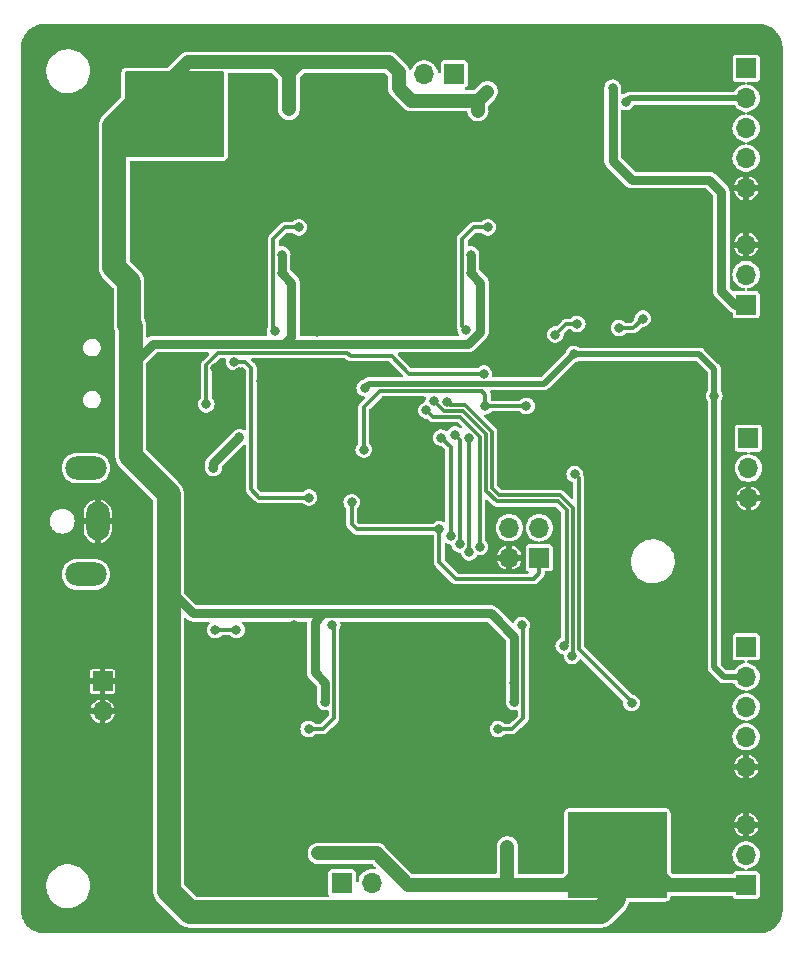
<source format=gbr>
%TF.GenerationSoftware,KiCad,Pcbnew,7.0.1*%
%TF.CreationDate,2024-02-19T12:40:40+01:00*%
%TF.ProjectId,BallBalancer,42616c6c-4261-46c6-916e-6365722e6b69,rev?*%
%TF.SameCoordinates,Original*%
%TF.FileFunction,Copper,L2,Bot*%
%TF.FilePolarity,Positive*%
%FSLAX46Y46*%
G04 Gerber Fmt 4.6, Leading zero omitted, Abs format (unit mm)*
G04 Created by KiCad (PCBNEW 7.0.1) date 2024-02-19 12:40:40*
%MOMM*%
%LPD*%
G01*
G04 APERTURE LIST*
%TA.AperFunction,ComponentPad*%
%ADD10R,1.700000X1.700000*%
%TD*%
%TA.AperFunction,ComponentPad*%
%ADD11O,1.700000X1.700000*%
%TD*%
%TA.AperFunction,ComponentPad*%
%ADD12R,2.000000X4.000000*%
%TD*%
%TA.AperFunction,ComponentPad*%
%ADD13O,2.000000X3.300000*%
%TD*%
%TA.AperFunction,ComponentPad*%
%ADD14O,3.500000X2.000000*%
%TD*%
%TA.AperFunction,ViaPad*%
%ADD15C,0.800000*%
%TD*%
%TA.AperFunction,Conductor*%
%ADD16C,1.200000*%
%TD*%
%TA.AperFunction,Conductor*%
%ADD17C,0.300000*%
%TD*%
%TA.AperFunction,Conductor*%
%ADD18C,0.800000*%
%TD*%
%TA.AperFunction,Conductor*%
%ADD19C,2.000000*%
%TD*%
%TA.AperFunction,Conductor*%
%ADD20C,0.500000*%
%TD*%
G04 APERTURE END LIST*
D10*
%TO.P,J10,1,Pin_1*%
%TO.N,GND*%
X89410000Y-113660000D03*
D11*
%TO.P,J10,2,Pin_2*%
X89410000Y-116200000D03*
%TD*%
D10*
%TO.P,J4,1,Pin_1*%
%TO.N,+12V*%
X143900000Y-130900000D03*
D11*
%TO.P,J4,2,Pin_2*%
%TO.N,Net-(J4-Pin_2)*%
X143900000Y-128360000D03*
%TO.P,J4,3,Pin_3*%
%TO.N,GND*%
X143900000Y-125820000D03*
%TD*%
D10*
%TO.P,J7,1,Pin_1*%
%TO.N,+12V*%
X143900000Y-81760000D03*
D11*
%TO.P,J7,2,Pin_2*%
%TO.N,Net-(J7-Pin_2)*%
X143900000Y-79220000D03*
%TO.P,J7,3,Pin_3*%
%TO.N,GND*%
X143900000Y-76680000D03*
%TD*%
D10*
%TO.P,J5,1,Pin_1*%
%TO.N,/Main/ENCODER1_B_OUT*%
X143900000Y-110740000D03*
D11*
%TO.P,J5,2,Pin_2*%
%TO.N,+5V*%
X143900000Y-113280000D03*
%TO.P,J5,3,Pin_3*%
%TO.N,/Main/ENCODER1_A_OUT*%
X143900000Y-115820000D03*
%TO.P,J5,4,Pin_4*%
%TO.N,unconnected-(J5-Pin_4-Pad4)*%
X143900000Y-118360000D03*
%TO.P,J5,5,Pin_5*%
%TO.N,GND*%
X143900000Y-120900000D03*
%TD*%
D10*
%TO.P,J3,1,Pin_1*%
%TO.N,+3V3*%
X126390000Y-103190000D03*
D11*
%TO.P,J3,2,Pin_2*%
%TO.N,GND*%
X123850000Y-103190000D03*
%TO.P,J3,3,Pin_3*%
%TO.N,/Main/SWCLK*%
X126390000Y-100650000D03*
%TO.P,J3,4,Pin_4*%
%TO.N,/Main/SWDIO*%
X123850000Y-100650000D03*
%TD*%
D10*
%TO.P,M1,1,+*%
%TO.N,Net-(M1-+)*%
X109686451Y-130705292D03*
D11*
%TO.P,M1,2,-*%
%TO.N,Net-(M1--)*%
X112226451Y-130705292D03*
%TD*%
D10*
%TO.P,J6,1,Pin_1*%
%TO.N,/Main/ENCODER2_B_OUT*%
X143900000Y-61740000D03*
D11*
%TO.P,J6,2,Pin_2*%
%TO.N,+5V*%
X143900000Y-64280000D03*
%TO.P,J6,3,Pin_3*%
%TO.N,/Main/ENCODER2_A_OUT*%
X143900000Y-66820000D03*
%TO.P,J6,4,Pin_4*%
%TO.N,unconnected-(J6-Pin_4-Pad4)*%
X143900000Y-69360000D03*
%TO.P,J6,5,Pin_5*%
%TO.N,GND*%
X143900000Y-71900000D03*
%TD*%
D10*
%TO.P,M2,1,+*%
%TO.N,Net-(M2-+)*%
X119187500Y-62220000D03*
D11*
%TO.P,M2,2,-*%
%TO.N,Net-(M2--)*%
X116647500Y-62220000D03*
%TD*%
D12*
%TO.P,J8,1*%
%TO.N,+12V*%
X95000000Y-100100000D03*
D13*
%TO.P,J8,2*%
%TO.N,GND*%
X89000000Y-100100000D03*
D14*
%TO.P,J8,MP*%
%TO.N,N/C*%
X88000000Y-95600000D03*
X88000000Y-104600000D03*
%TD*%
D10*
%TO.P,J2,1,Pin_1*%
%TO.N,/Main/RSPI_TX*%
X144100000Y-93080000D03*
D11*
%TO.P,J2,2,Pin_2*%
%TO.N,/Main/RSPI_RX*%
X144100000Y-95620000D03*
%TO.P,J2,3,Pin_3*%
%TO.N,GND*%
X144100000Y-98160000D03*
%TD*%
D15*
%TO.N,GND*%
X115840000Y-129500000D03*
%TO.N,+12V*%
X123680000Y-130740000D03*
X123690000Y-129660000D03*
X123660000Y-128630000D03*
X123680000Y-127660000D03*
X121190000Y-65330000D03*
X121980000Y-63720000D03*
X105190000Y-64220000D03*
X105190000Y-62180000D03*
X105190000Y-63160000D03*
X105190000Y-65230000D03*
%TO.N,GND*%
X112000000Y-64800000D03*
X108400000Y-88200000D03*
X129500000Y-90200000D03*
X129300000Y-76100000D03*
X119910410Y-115405292D03*
X105600000Y-108900000D03*
X99500000Y-118800000D03*
X111571177Y-102354230D03*
X116100000Y-77200000D03*
X116760000Y-129200000D03*
X99100000Y-115700000D03*
X93700000Y-76400000D03*
X136100000Y-61200000D03*
X127800000Y-95600000D03*
X107600000Y-84100500D03*
X128000000Y-64800000D03*
X114500000Y-102100000D03*
X129400000Y-74000000D03*
X97400000Y-76400000D03*
X115100000Y-86200000D03*
X133700000Y-117400000D03*
X110200000Y-87100000D03*
X100900000Y-129200000D03*
X128000000Y-62544708D03*
X128900000Y-63100000D03*
X113800000Y-77200000D03*
X93250000Y-75500000D03*
X97750000Y-75500000D03*
X115100000Y-115600000D03*
X137200000Y-91100000D03*
X87200000Y-92000000D03*
X116750000Y-128060000D03*
X131007500Y-77430000D03*
X104100000Y-88200000D03*
X135100000Y-121000000D03*
X135100000Y-119900000D03*
X105600000Y-88200000D03*
X115780000Y-128070000D03*
X105600000Y-90800000D03*
X112900000Y-64300000D03*
X107000000Y-88200000D03*
X113861451Y-115455292D03*
X115600000Y-116600000D03*
X99600000Y-116700000D03*
X128900000Y-64300000D03*
X89400000Y-92000000D03*
X124998541Y-79120000D03*
X113300000Y-76200000D03*
X112000000Y-63700000D03*
X104300000Y-90800000D03*
X101000000Y-87500000D03*
X100000000Y-128600000D03*
X99600000Y-117700000D03*
X135900000Y-69000000D03*
X135100000Y-122200000D03*
X128000000Y-63700000D03*
X130700000Y-118400000D03*
X130700000Y-121600000D03*
X100000000Y-129800000D03*
X100900000Y-130355292D03*
X129800000Y-77100000D03*
X124998541Y-77520000D03*
X94750000Y-76750000D03*
X131500000Y-117400000D03*
X112900000Y-63100000D03*
X129300000Y-75100000D03*
X129500000Y-88700000D03*
X104750000Y-104350000D03*
X112000000Y-62544708D03*
X115500000Y-118700000D03*
X108998541Y-79120000D03*
X87400000Y-83200000D03*
X100900000Y-128100000D03*
X108998541Y-77520000D03*
X112800000Y-115600000D03*
X132600000Y-117400000D03*
X102800000Y-88200000D03*
X115007500Y-77430000D03*
X102800000Y-87000000D03*
X119910410Y-113805292D03*
X97816451Y-115445292D03*
X113300000Y-75200000D03*
X137200000Y-95500000D03*
X124200000Y-93900000D03*
X96250000Y-76750000D03*
X112300000Y-106100000D03*
X113400000Y-74100000D03*
X96800000Y-115700000D03*
X130700000Y-120100000D03*
X108500000Y-87000000D03*
X107000000Y-90800000D03*
X109850000Y-106150000D03*
X135900000Y-118000000D03*
X132100000Y-77100000D03*
X89400000Y-83200000D03*
X103885410Y-115395292D03*
X115600000Y-117600000D03*
X98950500Y-87148816D03*
X134100000Y-62900000D03*
X103885410Y-113795292D03*
X135900000Y-109800000D03*
%TO.N,+3V3*%
X125300000Y-90340000D03*
X110500000Y-98500000D03*
X117930000Y-100780000D03*
X111530000Y-94030000D03*
X121830000Y-90360000D03*
%TO.N,+12V*%
X98800000Y-95600000D03*
X129300000Y-131500000D03*
X121187500Y-64495000D03*
X131400000Y-129700000D03*
X124286451Y-113805292D03*
X104622500Y-77520000D03*
X131400000Y-131400000D03*
X107686451Y-128230292D03*
X136700000Y-128800000D03*
X120622500Y-77520000D03*
X91800000Y-63800000D03*
X129300000Y-128900000D03*
X108261451Y-113795292D03*
X134700000Y-131400000D03*
X91800000Y-65200000D03*
X99200000Y-63800000D03*
X134700000Y-129700000D03*
X129300000Y-130200000D03*
X124286451Y-115405292D03*
X136700000Y-130200000D03*
X96750000Y-61250000D03*
X108261451Y-115395292D03*
X120622500Y-79120000D03*
X132600000Y-63400000D03*
X132750000Y-129750000D03*
X104750000Y-61250000D03*
X99200000Y-65100000D03*
X97100000Y-62600000D03*
X91800000Y-62500000D03*
X101000000Y-93000000D03*
X99200000Y-62500000D03*
X93800000Y-64300000D03*
X136700000Y-131500000D03*
X104622500Y-79120000D03*
X97100000Y-64300000D03*
X93800000Y-62600000D03*
%TO.N,VBUS*%
X100553009Y-86606018D03*
X106900000Y-98100000D03*
%TO.N,+5V*%
X141200000Y-89500000D03*
X129300000Y-85950000D03*
X111600000Y-88840000D03*
X133738019Y-64602027D03*
%TO.N,Net-(M1--)*%
X124886451Y-108905292D03*
X122886451Y-117705292D03*
%TO.N,Net-(M1-+)*%
X106861451Y-117695292D03*
X108861451Y-108895292D03*
%TO.N,Net-(M2-+)*%
X122022500Y-75220000D03*
X120166603Y-83876603D03*
%TO.N,Net-(M2--)*%
X106022500Y-75220000D03*
X104022500Y-84020000D03*
%TO.N,/Main/ENCODER1_A*%
X117443561Y-89923516D03*
X128460500Y-110650486D03*
%TO.N,/Main/ENCODER1_B*%
X129150500Y-111510000D03*
X118590000Y-90015946D03*
%TO.N,/Main/REF_MOT2*%
X135149500Y-82940000D03*
X133150500Y-83740000D03*
%TO.N,/Main/REF_MOT1*%
X134200000Y-115500000D03*
X129380000Y-96125500D03*
%TO.N,/Main/VUSB*%
X98200000Y-90200000D03*
X121680000Y-87600000D03*
%TO.N,IN_MOT_CH1L*%
X120470000Y-102730000D03*
X120397112Y-93028222D03*
%TO.N,IN_MOT_CH1R*%
X118898112Y-101360926D03*
X118090000Y-93030500D03*
%TO.N,EN_MOT_CH1L*%
X116839460Y-90719799D03*
X121370000Y-102280000D03*
%TO.N,EN_MOT_CH2R*%
X129600000Y-83400000D03*
X127750500Y-84300000D03*
%TO.N,EN_MOT_CH1R*%
X98950000Y-109300000D03*
X119647612Y-102054155D03*
X100750000Y-109300000D03*
X119237129Y-92777174D03*
%TD*%
D16*
%TO.N,+12V*%
X105190000Y-62320000D02*
X104120000Y-61250000D01*
X105190000Y-63160000D02*
X105190000Y-62320000D01*
X104120000Y-61250000D02*
X96750000Y-61250000D01*
X104750000Y-61250000D02*
X104120000Y-61250000D01*
X106120000Y-61250000D02*
X107040000Y-61250000D01*
X105190000Y-62180000D02*
X106120000Y-61250000D01*
X107040000Y-61250000D02*
X113690000Y-61250000D01*
X104750000Y-61250000D02*
X107040000Y-61250000D01*
X105200000Y-61700000D02*
X105200000Y-62180000D01*
X104750000Y-61250000D02*
X105200000Y-61700000D01*
X121187500Y-65327500D02*
X121190000Y-65330000D01*
X121187500Y-64495000D02*
X121187500Y-65327500D01*
X121205000Y-64495000D02*
X121980000Y-63720000D01*
X121187500Y-64495000D02*
X121205000Y-64495000D01*
X93800000Y-64130000D02*
X93800000Y-64300000D01*
X96680000Y-61250000D02*
X93800000Y-64130000D01*
X96750000Y-61250000D02*
X96680000Y-61250000D01*
X105190000Y-65230000D02*
X105190000Y-62180000D01*
X113690000Y-61250000D02*
X114470000Y-62030000D01*
X114470000Y-63400000D02*
X114470000Y-62030000D01*
X115565000Y-64495000D02*
X114470000Y-63400000D01*
X121187500Y-64495000D02*
X115565000Y-64495000D01*
X143900000Y-130900000D02*
X137400000Y-130900000D01*
X137400000Y-130900000D02*
X136700000Y-130200000D01*
X128620000Y-130880000D02*
X129300000Y-130200000D01*
X112650589Y-128230292D02*
X115300297Y-130880000D01*
X107686451Y-128230292D02*
X112650589Y-128230292D01*
X115300297Y-130880000D02*
X128620000Y-130880000D01*
X123680000Y-127660000D02*
X123680000Y-130740000D01*
D17*
%TO.N,+3V3*%
X111530000Y-94030000D02*
X111530000Y-90450000D01*
X112900000Y-89080000D02*
X121510000Y-89080000D01*
X126390000Y-103190000D02*
X126390000Y-104510000D01*
X121830000Y-89400000D02*
X121830000Y-90360000D01*
X117930000Y-103580000D02*
X117930000Y-100780000D01*
X121850000Y-90340000D02*
X121830000Y-90360000D01*
X125900000Y-105000000D02*
X119350000Y-105000000D01*
X110500000Y-100350000D02*
X110500000Y-98500000D01*
X111530000Y-90450000D02*
X112900000Y-89080000D01*
X126390000Y-104510000D02*
X125900000Y-105000000D01*
X110930000Y-100780000D02*
X110500000Y-100350000D01*
X125300000Y-90340000D02*
X121850000Y-90340000D01*
X117930000Y-100780000D02*
X110930000Y-100780000D01*
X121510000Y-89080000D02*
X121830000Y-89400000D01*
X119350000Y-105000000D02*
X117930000Y-103580000D01*
D18*
%TO.N,+12V*%
X108261451Y-115395292D02*
X108261451Y-113795292D01*
X104800000Y-85100000D02*
X105400000Y-84500000D01*
X98800000Y-95200000D02*
X101000000Y-93000000D01*
X98800000Y-95600000D02*
X98800000Y-95200000D01*
D19*
X91650000Y-83450000D02*
X91650000Y-79850000D01*
X131600000Y-133200000D02*
X132700000Y-132100000D01*
D18*
X132600000Y-63400000D02*
X132600000Y-69600000D01*
X132600000Y-69600000D02*
X134200000Y-71200000D01*
D19*
X132700000Y-132100000D02*
X132700000Y-129800000D01*
D18*
X107400000Y-108600000D02*
X107400000Y-112900000D01*
D19*
X95000000Y-100100000D02*
X95000000Y-97800000D01*
X91800000Y-83600000D02*
X91650000Y-83450000D01*
D18*
X121400000Y-79897500D02*
X120622500Y-79120000D01*
D19*
X91800000Y-94600000D02*
X91800000Y-87000000D01*
X95000000Y-131400000D02*
X96800000Y-133200000D01*
D18*
X141800000Y-80600000D02*
X142960000Y-81760000D01*
X142960000Y-81760000D02*
X143900000Y-81760000D01*
D19*
X90400000Y-78600000D02*
X90400000Y-66600000D01*
D18*
X120356714Y-85100000D02*
X104800000Y-85100000D01*
X91800000Y-87000000D02*
X93700000Y-85100000D01*
X97095292Y-107895292D02*
X95000000Y-105800000D01*
X120622500Y-77520000D02*
X120622500Y-79120000D01*
X121400000Y-84056714D02*
X120356714Y-85100000D01*
X105400000Y-79900000D02*
X104622500Y-79122500D01*
X124286451Y-113805292D02*
X124286451Y-109886451D01*
D19*
X132700000Y-129800000D02*
X132750000Y-129750000D01*
X91800000Y-87000000D02*
X91800000Y-83600000D01*
X95000000Y-97800000D02*
X91800000Y-94600000D01*
D18*
X108104708Y-107895292D02*
X97095292Y-107895292D01*
X141800000Y-72200000D02*
X141800000Y-80600000D01*
X93700000Y-85100000D02*
X104800000Y-85100000D01*
D19*
X95000000Y-105800000D02*
X95000000Y-100100000D01*
X91650000Y-79850000D02*
X90400000Y-78600000D01*
X90400000Y-66600000D02*
X91800000Y-65200000D01*
D18*
X104622500Y-77520000D02*
X104622500Y-79120000D01*
X107400000Y-112900000D02*
X108261451Y-113761451D01*
X124286451Y-109886451D02*
X122295292Y-107895292D01*
X121400000Y-84056714D02*
X121400000Y-79897500D01*
X134200000Y-71200000D02*
X140800000Y-71200000D01*
X140800000Y-71200000D02*
X141800000Y-72200000D01*
X124286451Y-115405292D02*
X124286451Y-113805292D01*
X122295292Y-107895292D02*
X108104708Y-107895292D01*
X108104708Y-107895292D02*
X107400000Y-108600000D01*
X108261451Y-113761451D02*
X108261451Y-113795292D01*
D19*
X95000000Y-105800000D02*
X95000000Y-131400000D01*
X96800000Y-133200000D02*
X131600000Y-133200000D01*
D18*
X104622500Y-79122500D02*
X104622500Y-79120000D01*
X105400000Y-84500000D02*
X105400000Y-79900000D01*
D17*
%TO.N,VBUS*%
X102000000Y-87100000D02*
X102000000Y-97400000D01*
X101506018Y-86606018D02*
X102000000Y-87100000D01*
X102700000Y-98100000D02*
X106900000Y-98100000D01*
X100553009Y-86606018D02*
X101506018Y-86606018D01*
X102000000Y-97400000D02*
X102700000Y-98100000D01*
D20*
%TO.N,+5V*%
X142000000Y-113285000D02*
X143900000Y-113285000D01*
X134055046Y-64285000D02*
X133738019Y-64602027D01*
X141200000Y-87200000D02*
X141200000Y-89500000D01*
X111990000Y-88450000D02*
X126800000Y-88450000D01*
X141200000Y-89500000D02*
X141200000Y-112485000D01*
X111600000Y-88840000D02*
X111990000Y-88450000D01*
X139950000Y-85950000D02*
X141200000Y-87200000D01*
X126800000Y-88450000D02*
X129300000Y-85950000D01*
X129300000Y-85950000D02*
X139950000Y-85950000D01*
X143900000Y-64285000D02*
X134055046Y-64285000D01*
X141200000Y-112485000D02*
X142000000Y-113285000D01*
D17*
%TO.N,Net-(M1--)*%
X125036451Y-116755292D02*
X125036451Y-109055292D01*
X125036451Y-109055292D02*
X124886451Y-108905292D01*
X124086451Y-117705292D02*
X122886451Y-117705292D01*
X124086451Y-117705292D02*
X124486451Y-117305292D01*
X124486451Y-117305292D02*
X125036451Y-116755292D01*
%TO.N,Net-(M1-+)*%
X108461451Y-117295292D02*
X109011451Y-116745292D01*
X109011451Y-109045292D02*
X108861451Y-108895292D01*
X109011451Y-116745292D02*
X109011451Y-109045292D01*
X108061451Y-117695292D02*
X108461451Y-117295292D01*
X108061451Y-117695292D02*
X106861451Y-117695292D01*
%TO.N,Net-(M2-+)*%
X120422500Y-75620000D02*
X119872500Y-76170000D01*
X119872500Y-83582500D02*
X119872500Y-83490000D01*
X120822500Y-75220000D02*
X120422500Y-75620000D01*
X120822500Y-75220000D02*
X122022500Y-75220000D01*
X120166603Y-83876603D02*
X119872500Y-83582500D01*
X119872500Y-76170000D02*
X119872500Y-83490000D01*
%TO.N,Net-(M2--)*%
X104422500Y-75620000D02*
X103872500Y-76170000D01*
X103872500Y-76170000D02*
X103872500Y-83870000D01*
X103872500Y-83870000D02*
X104022500Y-84020000D01*
X104822500Y-75220000D02*
X104422500Y-75620000D01*
X104822500Y-75220000D02*
X106022500Y-75220000D01*
%TO.N,/Main/ENCODER1_A*%
X128710000Y-99180000D02*
X128710000Y-110400986D01*
X128710000Y-110400986D02*
X128460500Y-110650486D01*
X118293393Y-90780000D02*
X119917106Y-90780000D01*
X117443561Y-89923516D02*
X117443561Y-89930168D01*
X117443561Y-89930168D02*
X118293393Y-90780000D01*
X121870000Y-92732894D02*
X121870000Y-97510000D01*
X119917106Y-90780000D02*
X121870000Y-92732894D01*
X121870000Y-97510000D02*
X122770000Y-98410000D01*
X122770000Y-98410000D02*
X127940000Y-98410000D01*
X127940000Y-98410000D02*
X128710000Y-99180000D01*
%TO.N,/Main/ENCODER1_B*%
X129210000Y-111450500D02*
X129150500Y-111510000D01*
X129210000Y-98972894D02*
X129210000Y-111450500D01*
X122370000Y-97302894D02*
X122977106Y-97910000D01*
X120124212Y-90280000D02*
X122370000Y-92525788D01*
X122977106Y-97910000D02*
X128147106Y-97910000D01*
X128147106Y-97910000D02*
X129210000Y-98972894D01*
X118854054Y-90280000D02*
X120124212Y-90280000D01*
X122370000Y-92525788D02*
X122370000Y-97302894D01*
X118590000Y-90015946D02*
X118854054Y-90280000D01*
%TO.N,/Main/REF_MOT2*%
X134349500Y-83740000D02*
X135149500Y-82940000D01*
X133150500Y-83740000D02*
X134349500Y-83740000D01*
%TO.N,/Main/REF_MOT1*%
X134200000Y-115400000D02*
X134200000Y-115500000D01*
X129710000Y-110910000D02*
X134200000Y-115400000D01*
X129380000Y-96125500D02*
X129710000Y-96455500D01*
X129710000Y-96455500D02*
X129710000Y-110910000D01*
%TO.N,/Main/VUSB*%
X98200500Y-89200000D02*
X98200500Y-90199500D01*
X115400000Y-87600000D02*
X113924299Y-86124299D01*
X121680000Y-87600000D02*
X115400000Y-87600000D01*
X113924299Y-86124299D02*
X110416823Y-86124299D01*
X98200500Y-90199500D02*
X98200000Y-90200000D01*
X99188655Y-85850000D02*
X110142524Y-85850000D01*
X110142524Y-85850000D02*
X110416823Y-86124299D01*
X98200500Y-86838155D02*
X99188655Y-85850000D01*
X98200500Y-89200000D02*
X98200500Y-86838155D01*
%TO.N,IN_MOT_CH1L*%
X120397112Y-102657112D02*
X120470000Y-102730000D01*
X120397112Y-93028222D02*
X120397112Y-102657112D01*
%TO.N,IN_MOT_CH1R*%
X118898112Y-93838612D02*
X118090000Y-93030500D01*
X118898112Y-101360926D02*
X118898112Y-93838612D01*
%TO.N,EN_MOT_CH1L*%
X117399661Y-91280000D02*
X116839460Y-90719799D01*
X121370000Y-92940000D02*
X119710000Y-91280000D01*
X121370000Y-102280000D02*
X121370000Y-92940000D01*
X119710000Y-91280000D02*
X117399661Y-91280000D01*
%TO.N,EN_MOT_CH2R*%
X129600000Y-83400000D02*
X128650500Y-83400000D01*
X128650500Y-83400000D02*
X127750500Y-84300000D01*
%TO.N,EN_MOT_CH1R*%
X98950000Y-109300000D02*
X100750000Y-109300000D01*
X119647612Y-93187657D02*
X119647612Y-102054155D01*
X119237129Y-92777174D02*
X119647612Y-93187657D01*
%TD*%
%TA.AperFunction,Conductor*%
%TO.N,+12V*%
G36*
X137138000Y-124716613D02*
G01*
X137183387Y-124762000D01*
X137200000Y-124824000D01*
X137200000Y-131876000D01*
X137183387Y-131938000D01*
X137138000Y-131983387D01*
X137076000Y-132000000D01*
X128924000Y-132000000D01*
X128862000Y-131983387D01*
X128816613Y-131938000D01*
X128800000Y-131876000D01*
X128800000Y-124824000D01*
X128816613Y-124762000D01*
X128862000Y-124716613D01*
X128924000Y-124700000D01*
X137076000Y-124700000D01*
X137138000Y-124716613D01*
G37*
%TD.AperFunction*%
%TD*%
%TA.AperFunction,Conductor*%
%TO.N,+12V*%
G36*
X99638000Y-62016613D02*
G01*
X99683387Y-62062000D01*
X99700000Y-62124000D01*
X99700000Y-69176000D01*
X99683387Y-69238000D01*
X99638000Y-69283387D01*
X99576000Y-69300000D01*
X91424000Y-69300000D01*
X91362000Y-69283387D01*
X91316613Y-69238000D01*
X91300000Y-69176000D01*
X91300000Y-62124000D01*
X91316613Y-62062000D01*
X91362000Y-62016613D01*
X91424000Y-62000000D01*
X99576000Y-62000000D01*
X99638000Y-62016613D01*
G37*
%TD.AperFunction*%
%TD*%
%TA.AperFunction,Conductor*%
%TO.N,GND*%
G36*
X145004042Y-58000764D02*
G01*
X145083586Y-58005978D01*
X145083767Y-58005991D01*
X145261587Y-58018709D01*
X145276904Y-58020772D01*
X145388378Y-58042945D01*
X145390437Y-58043374D01*
X145530240Y-58073786D01*
X145543703Y-58077522D01*
X145657725Y-58116228D01*
X145661074Y-58117420D01*
X145788808Y-58165062D01*
X145800300Y-58170024D01*
X145910687Y-58224461D01*
X145915187Y-58226798D01*
X146032478Y-58290844D01*
X146041942Y-58296574D01*
X146145269Y-58365615D01*
X146150688Y-58369450D01*
X146256727Y-58448830D01*
X146264145Y-58454844D01*
X146357976Y-58537131D01*
X146363898Y-58542678D01*
X146457320Y-58636100D01*
X146462867Y-58642022D01*
X146545150Y-58735848D01*
X146551173Y-58743278D01*
X146588691Y-58793396D01*
X146630548Y-58849310D01*
X146634383Y-58854729D01*
X146703424Y-58958056D01*
X146709154Y-58967520D01*
X146773183Y-59084779D01*
X146775564Y-59089363D01*
X146829969Y-59199687D01*
X146834938Y-59211196D01*
X146882556Y-59338863D01*
X146883793Y-59342338D01*
X146922470Y-59456276D01*
X146926217Y-59469777D01*
X146956613Y-59609508D01*
X146957064Y-59611675D01*
X146979224Y-59723080D01*
X146981291Y-59738425D01*
X146993995Y-59916046D01*
X146994045Y-59916781D01*
X146999234Y-59995942D01*
X146999500Y-60004053D01*
X146999500Y-132995947D01*
X146999234Y-133004058D01*
X146994045Y-133083217D01*
X146993995Y-133083952D01*
X146981291Y-133261573D01*
X146979224Y-133276918D01*
X146957064Y-133388323D01*
X146956613Y-133390490D01*
X146926217Y-133530221D01*
X146922470Y-133543722D01*
X146883793Y-133657660D01*
X146882556Y-133661135D01*
X146834938Y-133788802D01*
X146829969Y-133800311D01*
X146775564Y-133910635D01*
X146773183Y-133915219D01*
X146709154Y-134032478D01*
X146703424Y-134041942D01*
X146634383Y-134145269D01*
X146630548Y-134150688D01*
X146551181Y-134256711D01*
X146545142Y-134264160D01*
X146462867Y-134357976D01*
X146457320Y-134363898D01*
X146363898Y-134457320D01*
X146357976Y-134462867D01*
X146264160Y-134545142D01*
X146256711Y-134551181D01*
X146150688Y-134630548D01*
X146145269Y-134634383D01*
X146041942Y-134703424D01*
X146032478Y-134709154D01*
X145915219Y-134773183D01*
X145910635Y-134775564D01*
X145800311Y-134829969D01*
X145788802Y-134834938D01*
X145661135Y-134882556D01*
X145657660Y-134883793D01*
X145543722Y-134922470D01*
X145530221Y-134926217D01*
X145390490Y-134956613D01*
X145388323Y-134957064D01*
X145276918Y-134979224D01*
X145261573Y-134981291D01*
X145083952Y-134993995D01*
X145083217Y-134994045D01*
X145004058Y-134999234D01*
X144995947Y-134999500D01*
X84504053Y-134999500D01*
X84495942Y-134999234D01*
X84416781Y-134994045D01*
X84416046Y-134993995D01*
X84238425Y-134981291D01*
X84223080Y-134979224D01*
X84111675Y-134957064D01*
X84109508Y-134956613D01*
X83969777Y-134926217D01*
X83956276Y-134922470D01*
X83842338Y-134883793D01*
X83838863Y-134882556D01*
X83711196Y-134834938D01*
X83699687Y-134829969D01*
X83634947Y-134798043D01*
X83589348Y-134775556D01*
X83584779Y-134773183D01*
X83467520Y-134709154D01*
X83458056Y-134703424D01*
X83354729Y-134634383D01*
X83349310Y-134630548D01*
X83293396Y-134588691D01*
X83243278Y-134551173D01*
X83235848Y-134545150D01*
X83142022Y-134462867D01*
X83136100Y-134457320D01*
X83042678Y-134363898D01*
X83037131Y-134357976D01*
X83034217Y-134354653D01*
X82954844Y-134264145D01*
X82948830Y-134256727D01*
X82869450Y-134150688D01*
X82865615Y-134145269D01*
X82796574Y-134041942D01*
X82790844Y-134032478D01*
X82786709Y-134024905D01*
X82726798Y-133915187D01*
X82724461Y-133910687D01*
X82670024Y-133800300D01*
X82665060Y-133788802D01*
X82617420Y-133661074D01*
X82616228Y-133657725D01*
X82577522Y-133543703D01*
X82573786Y-133530240D01*
X82543374Y-133390437D01*
X82542945Y-133388378D01*
X82520772Y-133276904D01*
X82518709Y-133261587D01*
X82505991Y-133083767D01*
X82505978Y-133083586D01*
X82500764Y-133004042D01*
X82500500Y-132995935D01*
X82500500Y-131067764D01*
X84645787Y-131067764D01*
X84675413Y-131337016D01*
X84713761Y-131483697D01*
X84743928Y-131599088D01*
X84847663Y-131843196D01*
X84849871Y-131848392D01*
X84990982Y-132079611D01*
X85164253Y-132287818D01*
X85164255Y-132287820D01*
X85365998Y-132468582D01*
X85591910Y-132618044D01*
X85663737Y-132651715D01*
X85837177Y-132733021D01*
X86096562Y-132811058D01*
X86096569Y-132811060D01*
X86364561Y-132850500D01*
X86567631Y-132850500D01*
X86567634Y-132850500D01*
X86770156Y-132835677D01*
X86770156Y-132835676D01*
X87034553Y-132776780D01*
X87287558Y-132680014D01*
X87523777Y-132547441D01*
X87738177Y-132381888D01*
X87926186Y-132186881D01*
X88083799Y-131966579D01*
X88207656Y-131725675D01*
X88295118Y-131469305D01*
X88344319Y-131202933D01*
X88354212Y-130932235D01*
X88324586Y-130662982D01*
X88256072Y-130400912D01*
X88150130Y-130151610D01*
X88060738Y-130005136D01*
X88009017Y-129920388D01*
X87835746Y-129712181D01*
X87789778Y-129670994D01*
X87634002Y-129531418D01*
X87408090Y-129381956D01*
X87408086Y-129381954D01*
X87162822Y-129266978D01*
X86903437Y-129188941D01*
X86903431Y-129188940D01*
X86635439Y-129149500D01*
X86432369Y-129149500D01*
X86432366Y-129149500D01*
X86229843Y-129164322D01*
X85965449Y-129223219D01*
X85712441Y-129319986D01*
X85476223Y-129452559D01*
X85261825Y-129618109D01*
X85073813Y-129813120D01*
X84916201Y-130033420D01*
X84792342Y-130274329D01*
X84704881Y-130530695D01*
X84655680Y-130797066D01*
X84645787Y-131067764D01*
X82500500Y-131067764D01*
X82500500Y-116450000D01*
X88388590Y-116450000D01*
X88435233Y-116603764D01*
X88532731Y-116786171D01*
X88663945Y-116946054D01*
X88823828Y-117077268D01*
X89006235Y-117174766D01*
X89160000Y-117221410D01*
X89160000Y-116450000D01*
X89660000Y-116450000D01*
X89660000Y-117221410D01*
X89813764Y-117174766D01*
X89996171Y-117077268D01*
X90156054Y-116946054D01*
X90287268Y-116786171D01*
X90384766Y-116603764D01*
X90431410Y-116450000D01*
X89660000Y-116450000D01*
X89160000Y-116450000D01*
X88388590Y-116450000D01*
X82500500Y-116450000D01*
X82500500Y-115950000D01*
X88388590Y-115950000D01*
X89160000Y-115950000D01*
X89160000Y-115178590D01*
X89660000Y-115178590D01*
X89660000Y-115950000D01*
X90431410Y-115950000D01*
X90384766Y-115796235D01*
X90287268Y-115613828D01*
X90156054Y-115453945D01*
X89996171Y-115322731D01*
X89813764Y-115225233D01*
X89660000Y-115178590D01*
X89160000Y-115178590D01*
X89006235Y-115225233D01*
X88823828Y-115322731D01*
X88663945Y-115453945D01*
X88532731Y-115613828D01*
X88435233Y-115796235D01*
X88388590Y-115950000D01*
X82500500Y-115950000D01*
X82500500Y-113910000D01*
X88360000Y-113910000D01*
X88360000Y-114529697D01*
X88371604Y-114588036D01*
X88415807Y-114654192D01*
X88481963Y-114698395D01*
X88540303Y-114710000D01*
X89160000Y-114710000D01*
X89160000Y-113910000D01*
X89660000Y-113910000D01*
X89660000Y-114710000D01*
X90279697Y-114710000D01*
X90338036Y-114698395D01*
X90404192Y-114654192D01*
X90448395Y-114588036D01*
X90460000Y-114529697D01*
X90460000Y-113910000D01*
X89660000Y-113910000D01*
X89160000Y-113910000D01*
X88360000Y-113910000D01*
X82500500Y-113910000D01*
X82500500Y-113410000D01*
X88360000Y-113410000D01*
X89160000Y-113410000D01*
X89160000Y-112610000D01*
X89660000Y-112610000D01*
X89660000Y-113410000D01*
X90460000Y-113410000D01*
X90460000Y-112790303D01*
X90448395Y-112731963D01*
X90404192Y-112665807D01*
X90338036Y-112621604D01*
X90279697Y-112610000D01*
X89660000Y-112610000D01*
X89160000Y-112610000D01*
X88540303Y-112610000D01*
X88481963Y-112621604D01*
X88415807Y-112665807D01*
X88371604Y-112731963D01*
X88360000Y-112790303D01*
X88360000Y-113410000D01*
X82500500Y-113410000D01*
X82500500Y-104600000D01*
X85944531Y-104600000D01*
X85964364Y-104826689D01*
X86023261Y-105046497D01*
X86119432Y-105252735D01*
X86249953Y-105439140D01*
X86410859Y-105600046D01*
X86597264Y-105730567D01*
X86597265Y-105730567D01*
X86597266Y-105730568D01*
X86803504Y-105826739D01*
X87023308Y-105885635D01*
X87108262Y-105893067D01*
X87193214Y-105900500D01*
X87193216Y-105900500D01*
X88806784Y-105900500D01*
X88806786Y-105900500D01*
X88874747Y-105894554D01*
X88976692Y-105885635D01*
X89196496Y-105826739D01*
X89402734Y-105730568D01*
X89589139Y-105600047D01*
X89750047Y-105439139D01*
X89880568Y-105252734D01*
X89976739Y-105046496D01*
X90035635Y-104826692D01*
X90055468Y-104600000D01*
X90035635Y-104373308D01*
X89976739Y-104153504D01*
X89880568Y-103947266D01*
X89875908Y-103940611D01*
X89750046Y-103760859D01*
X89589140Y-103599953D01*
X89402735Y-103469432D01*
X89196497Y-103373261D01*
X88976689Y-103314364D01*
X88806786Y-103299500D01*
X88806784Y-103299500D01*
X87193216Y-103299500D01*
X87193214Y-103299500D01*
X87023310Y-103314364D01*
X86803502Y-103373261D01*
X86597264Y-103469432D01*
X86410859Y-103599953D01*
X86249953Y-103760859D01*
X86119432Y-103947264D01*
X86023261Y-104153502D01*
X85964364Y-104373310D01*
X85944531Y-104600000D01*
X82500500Y-104600000D01*
X82500500Y-100099999D01*
X84944417Y-100099999D01*
X84964699Y-100305932D01*
X84994733Y-100404943D01*
X85024768Y-100503954D01*
X85122315Y-100686450D01*
X85151519Y-100722035D01*
X85253589Y-100846410D01*
X85272964Y-100862310D01*
X85413550Y-100977685D01*
X85596046Y-101075232D01*
X85794066Y-101135300D01*
X85948392Y-101150500D01*
X86051607Y-101150500D01*
X86051608Y-101150500D01*
X86205934Y-101135300D01*
X86403954Y-101075232D01*
X86586450Y-100977685D01*
X86746410Y-100846410D01*
X86877685Y-100686450D01*
X86975232Y-100503954D01*
X87021933Y-100350000D01*
X87800000Y-100350000D01*
X87800000Y-100805481D01*
X87815378Y-100971445D01*
X87876238Y-101185347D01*
X87975365Y-101384422D01*
X88109390Y-101561899D01*
X88273737Y-101711721D01*
X88462821Y-101828797D01*
X88670199Y-101909135D01*
X88750000Y-101924052D01*
X88750000Y-100350000D01*
X89250000Y-100350000D01*
X89250000Y-101924052D01*
X89329800Y-101909135D01*
X89537178Y-101828797D01*
X89726262Y-101711721D01*
X89890609Y-101561899D01*
X90024634Y-101384422D01*
X90123761Y-101185347D01*
X90184621Y-100971445D01*
X90200000Y-100805481D01*
X90200000Y-100350000D01*
X89250000Y-100350000D01*
X88750000Y-100350000D01*
X87800000Y-100350000D01*
X87021933Y-100350000D01*
X87035300Y-100305934D01*
X87055583Y-100100000D01*
X87035300Y-99894066D01*
X87021933Y-99850000D01*
X87800000Y-99850000D01*
X88750000Y-99850000D01*
X88750000Y-98275948D01*
X89250000Y-98275948D01*
X89250000Y-99850000D01*
X90200000Y-99850000D01*
X90200000Y-99394519D01*
X90184621Y-99228554D01*
X90123761Y-99014652D01*
X90024634Y-98815577D01*
X89890609Y-98638100D01*
X89726262Y-98488278D01*
X89537178Y-98371202D01*
X89329800Y-98290864D01*
X89250000Y-98275948D01*
X88750000Y-98275948D01*
X88670199Y-98290864D01*
X88462821Y-98371202D01*
X88273737Y-98488278D01*
X88109390Y-98638100D01*
X87975365Y-98815577D01*
X87876238Y-99014652D01*
X87815378Y-99228554D01*
X87800000Y-99394519D01*
X87800000Y-99850000D01*
X87021933Y-99850000D01*
X86975232Y-99696046D01*
X86877685Y-99513550D01*
X86799242Y-99417966D01*
X86746410Y-99353589D01*
X86594052Y-99228554D01*
X86586450Y-99222315D01*
X86403954Y-99124768D01*
X86297771Y-99092558D01*
X86205932Y-99064699D01*
X86068467Y-99051160D01*
X86051608Y-99049500D01*
X85948392Y-99049500D01*
X85933193Y-99050996D01*
X85794067Y-99064699D01*
X85596043Y-99124769D01*
X85413551Y-99222314D01*
X85253589Y-99353589D01*
X85122314Y-99513551D01*
X85024769Y-99696043D01*
X84964699Y-99894067D01*
X84944417Y-100099999D01*
X82500500Y-100099999D01*
X82500500Y-95600000D01*
X85944531Y-95600000D01*
X85964364Y-95826689D01*
X86023261Y-96046497D01*
X86119432Y-96252735D01*
X86249953Y-96439140D01*
X86410859Y-96600046D01*
X86597264Y-96730567D01*
X86597265Y-96730567D01*
X86597266Y-96730568D01*
X86803504Y-96826739D01*
X87023308Y-96885635D01*
X87108261Y-96893067D01*
X87193214Y-96900500D01*
X87193216Y-96900500D01*
X88806784Y-96900500D01*
X88806786Y-96900500D01*
X88874747Y-96894554D01*
X88976692Y-96885635D01*
X89196496Y-96826739D01*
X89402734Y-96730568D01*
X89589139Y-96600047D01*
X89750047Y-96439139D01*
X89880568Y-96252734D01*
X89976739Y-96046496D01*
X90035635Y-95826692D01*
X90055468Y-95600000D01*
X90035635Y-95373308D01*
X89976739Y-95153504D01*
X89880568Y-94947266D01*
X89867291Y-94928305D01*
X89750046Y-94760859D01*
X89589140Y-94599953D01*
X89402735Y-94469432D01*
X89196497Y-94373261D01*
X88976689Y-94314364D01*
X88806786Y-94299500D01*
X88806784Y-94299500D01*
X87193216Y-94299500D01*
X87193214Y-94299500D01*
X87023310Y-94314364D01*
X86803502Y-94373261D01*
X86597264Y-94469432D01*
X86410859Y-94599953D01*
X86249953Y-94760859D01*
X86119432Y-94947264D01*
X86023261Y-95153502D01*
X85964364Y-95373310D01*
X85944531Y-95600000D01*
X82500500Y-95600000D01*
X82500500Y-89843934D01*
X87745668Y-89843934D01*
X87761058Y-89931207D01*
X87776135Y-90016711D01*
X87842743Y-90171127D01*
X87845623Y-90177804D01*
X87950390Y-90318530D01*
X88084783Y-90431300D01*
X88084784Y-90431300D01*
X88084786Y-90431302D01*
X88241567Y-90510040D01*
X88241568Y-90510040D01*
X88241570Y-90510041D01*
X88412277Y-90550500D01*
X88412279Y-90550500D01*
X88543704Y-90550500D01*
X88543709Y-90550500D01*
X88674255Y-90535241D01*
X88839117Y-90475237D01*
X88985696Y-90378830D01*
X89106092Y-90251218D01*
X89193812Y-90099281D01*
X89244130Y-89931210D01*
X89254331Y-89756065D01*
X89223865Y-89583289D01*
X89154377Y-89422196D01*
X89049610Y-89281470D01*
X89023718Y-89259744D01*
X88915216Y-89168699D01*
X88758429Y-89089958D01*
X88587723Y-89049500D01*
X88587721Y-89049500D01*
X88456291Y-89049500D01*
X88379088Y-89058524D01*
X88325742Y-89064759D01*
X88160883Y-89124762D01*
X88014303Y-89221170D01*
X87893908Y-89348780D01*
X87806188Y-89500718D01*
X87806188Y-89500719D01*
X87755870Y-89668790D01*
X87755869Y-89668792D01*
X87755870Y-89668792D01*
X87745668Y-89843934D01*
X82500500Y-89843934D01*
X82500500Y-85443934D01*
X87745668Y-85443934D01*
X87761058Y-85531207D01*
X87776135Y-85616711D01*
X87831964Y-85746138D01*
X87845623Y-85777804D01*
X87950390Y-85918530D01*
X88084783Y-86031300D01*
X88084784Y-86031300D01*
X88084786Y-86031302D01*
X88241567Y-86110040D01*
X88241568Y-86110040D01*
X88241570Y-86110041D01*
X88412277Y-86150500D01*
X88412279Y-86150500D01*
X88543704Y-86150500D01*
X88543709Y-86150500D01*
X88674255Y-86135241D01*
X88839117Y-86075237D01*
X88985696Y-85978830D01*
X89106092Y-85851218D01*
X89193812Y-85699281D01*
X89244130Y-85531210D01*
X89254331Y-85356065D01*
X89223865Y-85183289D01*
X89154377Y-85022196D01*
X89049610Y-84881470D01*
X89048733Y-84880734D01*
X88915216Y-84768699D01*
X88758429Y-84689958D01*
X88587723Y-84649500D01*
X88587721Y-84649500D01*
X88456291Y-84649500D01*
X88374699Y-84659036D01*
X88325742Y-84664759D01*
X88160883Y-84724762D01*
X88014303Y-84821170D01*
X87893908Y-84948780D01*
X87806188Y-85100718D01*
X87806188Y-85100719D01*
X87755870Y-85268790D01*
X87755869Y-85268792D01*
X87755870Y-85268792D01*
X87745668Y-85443934D01*
X82500500Y-85443934D01*
X82500500Y-78713781D01*
X89099499Y-78713781D01*
X89108456Y-78764582D01*
X89109868Y-78775302D01*
X89114365Y-78826693D01*
X89127716Y-78876521D01*
X89130057Y-78887079D01*
X89139014Y-78937877D01*
X89156655Y-78986346D01*
X89159906Y-78996660D01*
X89173258Y-79046490D01*
X89173261Y-79046496D01*
X89195066Y-79093256D01*
X89199201Y-79103241D01*
X89216842Y-79151713D01*
X89242638Y-79196392D01*
X89247633Y-79205986D01*
X89269433Y-79252736D01*
X89299015Y-79294983D01*
X89304827Y-79304106D01*
X89330620Y-79348782D01*
X89330622Y-79348784D01*
X89330623Y-79348786D01*
X89363792Y-79388315D01*
X89370358Y-79396873D01*
X89388305Y-79422504D01*
X89399954Y-79439141D01*
X89569540Y-79608726D01*
X89569546Y-79608731D01*
X90313181Y-80352366D01*
X90340061Y-80392594D01*
X90349500Y-80440047D01*
X90349500Y-83325952D01*
X90349499Y-83325964D01*
X90349499Y-83563781D01*
X90358456Y-83614582D01*
X90359868Y-83625302D01*
X90364365Y-83676693D01*
X90377716Y-83726521D01*
X90380057Y-83737079D01*
X90389014Y-83787877D01*
X90406655Y-83836346D01*
X90409906Y-83846660D01*
X90423258Y-83896490D01*
X90423261Y-83896496D01*
X90445066Y-83943256D01*
X90449201Y-83953241D01*
X90466841Y-84001710D01*
X90466844Y-84001715D01*
X90482887Y-84029503D01*
X90499500Y-84091502D01*
X90499500Y-94475952D01*
X90499499Y-94475964D01*
X90499499Y-94713781D01*
X90508456Y-94764582D01*
X90509868Y-94775302D01*
X90514365Y-94826693D01*
X90527716Y-94876521D01*
X90530057Y-94887079D01*
X90538545Y-94935219D01*
X90539015Y-94937880D01*
X90542431Y-94947266D01*
X90556655Y-94986346D01*
X90559906Y-94996660D01*
X90573258Y-95046490D01*
X90573261Y-95046496D01*
X90595066Y-95093256D01*
X90599201Y-95103241D01*
X90616842Y-95151713D01*
X90642638Y-95196392D01*
X90647631Y-95205982D01*
X90669432Y-95252734D01*
X90669433Y-95252736D01*
X90699015Y-95294983D01*
X90704827Y-95304106D01*
X90730620Y-95348782D01*
X90730622Y-95348784D01*
X90730623Y-95348786D01*
X90763792Y-95388315D01*
X90770358Y-95396873D01*
X90788305Y-95422504D01*
X90799954Y-95439141D01*
X90969540Y-95608726D01*
X90969546Y-95608731D01*
X92321676Y-96960861D01*
X93663181Y-98302365D01*
X93690061Y-98342593D01*
X93699500Y-98390046D01*
X93699500Y-131275952D01*
X93699499Y-131275964D01*
X93699499Y-131513781D01*
X93708456Y-131564582D01*
X93709868Y-131575302D01*
X93714365Y-131626693D01*
X93727716Y-131676521D01*
X93730057Y-131687079D01*
X93739014Y-131737877D01*
X93756655Y-131786346D01*
X93759906Y-131796660D01*
X93773258Y-131846490D01*
X93776469Y-131853376D01*
X93795066Y-131893256D01*
X93799201Y-131903241D01*
X93816842Y-131951713D01*
X93842638Y-131996392D01*
X93847631Y-132005982D01*
X93867031Y-132047585D01*
X93869433Y-132052736D01*
X93899015Y-132094983D01*
X93904827Y-132104106D01*
X93930620Y-132148782D01*
X93930622Y-132148784D01*
X93930623Y-132148786D01*
X93963792Y-132188315D01*
X93970358Y-132196873D01*
X93988305Y-132222504D01*
X93999954Y-132239141D01*
X94169540Y-132408726D01*
X94169546Y-132408731D01*
X95792688Y-134031872D01*
X95792705Y-134031892D01*
X95960857Y-134200044D01*
X95960860Y-134200046D01*
X95960861Y-134200047D01*
X96003139Y-134229650D01*
X96011700Y-134236220D01*
X96025491Y-134247792D01*
X96051213Y-134269376D01*
X96095885Y-134295167D01*
X96105008Y-134300979D01*
X96147266Y-134330568D01*
X96194023Y-134352371D01*
X96203588Y-134357350D01*
X96248285Y-134383156D01*
X96296777Y-134400805D01*
X96306741Y-134404932D01*
X96353504Y-134426739D01*
X96353508Y-134426740D01*
X96403325Y-134440088D01*
X96413644Y-134443341D01*
X96423570Y-134446953D01*
X96462120Y-134460985D01*
X96512911Y-134469940D01*
X96523471Y-134472281D01*
X96539573Y-134476595D01*
X96573308Y-134485635D01*
X96609594Y-134488809D01*
X96624687Y-134490130D01*
X96635413Y-134491541D01*
X96686221Y-134500501D01*
X96913779Y-134500501D01*
X96924036Y-134500501D01*
X96924048Y-134500500D01*
X131475952Y-134500500D01*
X131475964Y-134500501D01*
X131486221Y-134500501D01*
X131713778Y-134500501D01*
X131713779Y-134500501D01*
X131764591Y-134491540D01*
X131775312Y-134490130D01*
X131826686Y-134485636D01*
X131826688Y-134485635D01*
X131826692Y-134485635D01*
X131876546Y-134472275D01*
X131887048Y-134469947D01*
X131937880Y-134460985D01*
X131986380Y-134443331D01*
X131996643Y-134440095D01*
X132046496Y-134426739D01*
X132093240Y-134404940D01*
X132103235Y-134400800D01*
X132151715Y-134383156D01*
X132196398Y-134357356D01*
X132205982Y-134352368D01*
X132252734Y-134330568D01*
X132295003Y-134300969D01*
X132304089Y-134295181D01*
X132348786Y-134269377D01*
X132388306Y-134236214D01*
X132396873Y-134229640D01*
X132439139Y-134200047D01*
X132600047Y-134039139D01*
X132600047Y-134039138D01*
X132614271Y-134024915D01*
X132614275Y-134024908D01*
X133524908Y-133114275D01*
X133524915Y-133114271D01*
X133555969Y-133083217D01*
X133700047Y-132939139D01*
X133729640Y-132896873D01*
X133736214Y-132888306D01*
X133769377Y-132848786D01*
X133795181Y-132804089D01*
X133800969Y-132795003D01*
X133830568Y-132752734D01*
X133852368Y-132705982D01*
X133857361Y-132696391D01*
X133883156Y-132651715D01*
X133900800Y-132603235D01*
X133904941Y-132593239D01*
X133926298Y-132547441D01*
X133926739Y-132546496D01*
X133940095Y-132496643D01*
X133943331Y-132486380D01*
X133960985Y-132437880D01*
X133966258Y-132407968D01*
X133988912Y-132355453D01*
X134032724Y-132318690D01*
X134088375Y-132305500D01*
X137076001Y-132305500D01*
X137091813Y-132303418D01*
X137155070Y-132295090D01*
X137217070Y-132278477D01*
X137290750Y-132247958D01*
X137354021Y-132199408D01*
X137399408Y-132154021D01*
X137447958Y-132090750D01*
X137478477Y-132017070D01*
X137495090Y-131955070D01*
X137501245Y-131908313D01*
X137522611Y-131853376D01*
X137566929Y-131814510D01*
X137624185Y-131800500D01*
X142663010Y-131800500D01*
X142709579Y-131809577D01*
X142749331Y-131835479D01*
X142776444Y-131874414D01*
X142797793Y-131922765D01*
X142877232Y-132002204D01*
X142877233Y-132002204D01*
X142877235Y-132002206D01*
X142980009Y-132047585D01*
X143005135Y-132050500D01*
X144794864Y-132050499D01*
X144794867Y-132050499D01*
X144807427Y-132049042D01*
X144819991Y-132047585D01*
X144922765Y-132002206D01*
X145002206Y-131922765D01*
X145047585Y-131819991D01*
X145050500Y-131794865D01*
X145050499Y-130005136D01*
X145049845Y-129999500D01*
X145047585Y-129980011D01*
X145047585Y-129980009D01*
X145002206Y-129877235D01*
X145002204Y-129877233D01*
X145002204Y-129877232D01*
X144922767Y-129797795D01*
X144894475Y-129785303D01*
X144819991Y-129752415D01*
X144794864Y-129749500D01*
X144066242Y-129749500D01*
X144007578Y-129734746D01*
X143962875Y-129693993D01*
X143942771Y-129636941D01*
X143952050Y-129577167D01*
X143988503Y-129528894D01*
X144043453Y-129503612D01*
X144216198Y-129471321D01*
X144415019Y-129394298D01*
X144596302Y-129282052D01*
X144753872Y-129138407D01*
X144882366Y-128968255D01*
X144882366Y-128968253D01*
X144882368Y-128968252D01*
X144948140Y-128836162D01*
X144977405Y-128777389D01*
X145035756Y-128572310D01*
X145055429Y-128360000D01*
X145035756Y-128147690D01*
X144977405Y-127942611D01*
X144977014Y-127941827D01*
X144882368Y-127751747D01*
X144753873Y-127581594D01*
X144730375Y-127560173D01*
X144596302Y-127437948D01*
X144596301Y-127437947D01*
X144445569Y-127344618D01*
X144415019Y-127325702D01*
X144415017Y-127325701D01*
X144216198Y-127248679D01*
X144006610Y-127209500D01*
X143793390Y-127209500D01*
X143653664Y-127235619D01*
X143583801Y-127248679D01*
X143384982Y-127325701D01*
X143203698Y-127437947D01*
X143046126Y-127581594D01*
X142917631Y-127751747D01*
X142822595Y-127942609D01*
X142764243Y-128147689D01*
X142744571Y-128359999D01*
X142764243Y-128572310D01*
X142822595Y-128777390D01*
X142917631Y-128968252D01*
X142985007Y-129057471D01*
X143046128Y-129138407D01*
X143203698Y-129282052D01*
X143384981Y-129394298D01*
X143583802Y-129471321D01*
X143756546Y-129503612D01*
X143811496Y-129528894D01*
X143847950Y-129577166D01*
X143857229Y-129636941D01*
X143837125Y-129693993D01*
X143792422Y-129734745D01*
X143733758Y-129749500D01*
X143005132Y-129749500D01*
X142980011Y-129752414D01*
X142877232Y-129797795D01*
X142797793Y-129877234D01*
X142776444Y-129925586D01*
X142749331Y-129964521D01*
X142709579Y-129990423D01*
X142663010Y-129999500D01*
X137824361Y-129999500D01*
X137776908Y-129990061D01*
X137736680Y-129963181D01*
X137541819Y-129768320D01*
X137514939Y-129728092D01*
X137505500Y-129680639D01*
X137505500Y-126070000D01*
X142878590Y-126070000D01*
X142925233Y-126223764D01*
X143022731Y-126406171D01*
X143153945Y-126566054D01*
X143313828Y-126697268D01*
X143496235Y-126794766D01*
X143650000Y-126841410D01*
X143650000Y-126070000D01*
X144150000Y-126070000D01*
X144150000Y-126841410D01*
X144303764Y-126794766D01*
X144486171Y-126697268D01*
X144646054Y-126566054D01*
X144777268Y-126406171D01*
X144874766Y-126223764D01*
X144921410Y-126070000D01*
X144150000Y-126070000D01*
X143650000Y-126070000D01*
X142878590Y-126070000D01*
X137505500Y-126070000D01*
X137505500Y-125570000D01*
X142878590Y-125570000D01*
X143650000Y-125570000D01*
X143650000Y-124798590D01*
X144150000Y-124798590D01*
X144150000Y-125570000D01*
X144921410Y-125570000D01*
X144874766Y-125416235D01*
X144777268Y-125233828D01*
X144646054Y-125073945D01*
X144486171Y-124942731D01*
X144303764Y-124845233D01*
X144150000Y-124798590D01*
X143650000Y-124798590D01*
X143496235Y-124845233D01*
X143313828Y-124942731D01*
X143153945Y-125073945D01*
X143022731Y-125233828D01*
X142925233Y-125416235D01*
X142878590Y-125570000D01*
X137505500Y-125570000D01*
X137505500Y-124823999D01*
X137495090Y-124744933D01*
X137495090Y-124744930D01*
X137478477Y-124682930D01*
X137447958Y-124609250D01*
X137399408Y-124545979D01*
X137399406Y-124545977D01*
X137399403Y-124545973D01*
X137354026Y-124500596D01*
X137290747Y-124452040D01*
X137217075Y-124421524D01*
X137155066Y-124404909D01*
X137076001Y-124394500D01*
X137076000Y-124394500D01*
X128924000Y-124394500D01*
X128923999Y-124394500D01*
X128844933Y-124404909D01*
X128782924Y-124421524D01*
X128709252Y-124452040D01*
X128645973Y-124500596D01*
X128600596Y-124545973D01*
X128552040Y-124609252D01*
X128521524Y-124682924D01*
X128504909Y-124744933D01*
X128494500Y-124823999D01*
X128494500Y-129680639D01*
X128485061Y-129728092D01*
X128458181Y-129768320D01*
X128283320Y-129943181D01*
X128243092Y-129970061D01*
X128195639Y-129979500D01*
X124704500Y-129979500D01*
X124642500Y-129962887D01*
X124597113Y-129917500D01*
X124580500Y-129855500D01*
X124580500Y-127612811D01*
X124576722Y-127576866D01*
X124565674Y-127471744D01*
X124519551Y-127329792D01*
X124507179Y-127291715D01*
X124412533Y-127127783D01*
X124285870Y-126987110D01*
X124132730Y-126875848D01*
X123959802Y-126798855D01*
X123774648Y-126759500D01*
X123774646Y-126759500D01*
X123585354Y-126759500D01*
X123585352Y-126759500D01*
X123400197Y-126798855D01*
X123227269Y-126875848D01*
X123074129Y-126987110D01*
X122947466Y-127127783D01*
X122852820Y-127291715D01*
X122794326Y-127471742D01*
X122794325Y-127471744D01*
X122794326Y-127471744D01*
X122786822Y-127543147D01*
X122779500Y-127612811D01*
X122779500Y-129855500D01*
X122762887Y-129917500D01*
X122717500Y-129962887D01*
X122655500Y-129979500D01*
X115724658Y-129979500D01*
X115677205Y-129970061D01*
X115636977Y-129943181D01*
X113344353Y-127650557D01*
X113331714Y-127635759D01*
X113323477Y-127624421D01*
X113273071Y-127579035D01*
X113268362Y-127574566D01*
X113253971Y-127560175D01*
X113238145Y-127547358D01*
X113233215Y-127543147D01*
X113182804Y-127497758D01*
X113170665Y-127490750D01*
X113154632Y-127479731D01*
X113143738Y-127470909D01*
X113143736Y-127470908D01*
X113143735Y-127470907D01*
X113083302Y-127440115D01*
X113077597Y-127437017D01*
X113018872Y-127403112D01*
X113005542Y-127398781D01*
X112987563Y-127391334D01*
X112975076Y-127384971D01*
X112909565Y-127367417D01*
X112903343Y-127365574D01*
X112838843Y-127344617D01*
X112824904Y-127343152D01*
X112805776Y-127339607D01*
X112792234Y-127335978D01*
X112724498Y-127332428D01*
X112718034Y-127331919D01*
X112697787Y-127329792D01*
X112697781Y-127329792D01*
X112677415Y-127329792D01*
X112670926Y-127329622D01*
X112665964Y-127329361D01*
X112603201Y-127326073D01*
X112603200Y-127326073D01*
X112595665Y-127327266D01*
X112589360Y-127328265D01*
X112569963Y-127329792D01*
X107639259Y-127329792D01*
X107554620Y-127338687D01*
X107498193Y-127344618D01*
X107318166Y-127403112D01*
X107154234Y-127497758D01*
X107013561Y-127624421D01*
X106902299Y-127777561D01*
X106825306Y-127950489D01*
X106785951Y-128135644D01*
X106785951Y-128324940D01*
X106825306Y-128510094D01*
X106902299Y-128683022D01*
X107013561Y-128836162D01*
X107154234Y-128962825D01*
X107318166Y-129057471D01*
X107404814Y-129085624D01*
X107498195Y-129115966D01*
X107639259Y-129130792D01*
X112226228Y-129130792D01*
X112273681Y-129140231D01*
X112313909Y-129167111D01*
X112503169Y-129356371D01*
X112534754Y-129410118D01*
X112536194Y-129472442D01*
X112507125Y-129527590D01*
X112454895Y-129561624D01*
X112392704Y-129565941D01*
X112357487Y-129559358D01*
X112333061Y-129554792D01*
X112119841Y-129554792D01*
X112000146Y-129577167D01*
X111910252Y-129593971D01*
X111711433Y-129670993D01*
X111530149Y-129783239D01*
X111372577Y-129926886D01*
X111244082Y-130097039D01*
X111149046Y-130287901D01*
X111090694Y-130492981D01*
X111084421Y-130560685D01*
X111063250Y-130619321D01*
X111016221Y-130660244D01*
X110955223Y-130673112D01*
X110895672Y-130654671D01*
X110852621Y-130609583D01*
X110836950Y-130549244D01*
X110836950Y-129810425D01*
X110834036Y-129785303D01*
X110834036Y-129785301D01*
X110788657Y-129682527D01*
X110788655Y-129682525D01*
X110788655Y-129682524D01*
X110709218Y-129603087D01*
X110688572Y-129593971D01*
X110606442Y-129557707D01*
X110581316Y-129554792D01*
X110581314Y-129554792D01*
X108791583Y-129554792D01*
X108766462Y-129557706D01*
X108663683Y-129603087D01*
X108584246Y-129682524D01*
X108538866Y-129785301D01*
X108535951Y-129810428D01*
X108535951Y-131600159D01*
X108538865Y-131625280D01*
X108538865Y-131625282D01*
X108538866Y-131625283D01*
X108575856Y-131709057D01*
X108583078Y-131725414D01*
X108593238Y-131785515D01*
X108573534Y-131843196D01*
X108528727Y-131884519D01*
X108469643Y-131899500D01*
X97390046Y-131899500D01*
X97342593Y-131890061D01*
X97302365Y-131863181D01*
X96336819Y-130897634D01*
X96309939Y-130857406D01*
X96300500Y-130809953D01*
X96300500Y-121150000D01*
X142878590Y-121150000D01*
X142925233Y-121303764D01*
X143022731Y-121486171D01*
X143153945Y-121646054D01*
X143313828Y-121777268D01*
X143496235Y-121874766D01*
X143650000Y-121921410D01*
X143650000Y-121150000D01*
X144150000Y-121150000D01*
X144150000Y-121921410D01*
X144303764Y-121874766D01*
X144486171Y-121777268D01*
X144646054Y-121646054D01*
X144777268Y-121486171D01*
X144874766Y-121303764D01*
X144921410Y-121150000D01*
X144150000Y-121150000D01*
X143650000Y-121150000D01*
X142878590Y-121150000D01*
X96300500Y-121150000D01*
X96300500Y-120650000D01*
X142878590Y-120650000D01*
X143650000Y-120650000D01*
X143650000Y-119878590D01*
X144150000Y-119878590D01*
X144150000Y-120650000D01*
X144921410Y-120650000D01*
X144874766Y-120496235D01*
X144777268Y-120313828D01*
X144646054Y-120153945D01*
X144486171Y-120022731D01*
X144303764Y-119925233D01*
X144150000Y-119878590D01*
X143650000Y-119878590D01*
X143496235Y-119925233D01*
X143313828Y-120022731D01*
X143153945Y-120153945D01*
X143022731Y-120313828D01*
X142925233Y-120496235D01*
X142878590Y-120650000D01*
X96300500Y-120650000D01*
X96300500Y-108390519D01*
X96314015Y-108334224D01*
X96351615Y-108290201D01*
X96405102Y-108268046D01*
X96462818Y-108272588D01*
X96512181Y-108302838D01*
X96582350Y-108373007D01*
X96587470Y-108378445D01*
X96598167Y-108390519D01*
X96627364Y-108423476D01*
X96676861Y-108457641D01*
X96682894Y-108462080D01*
X96730235Y-108499169D01*
X96739466Y-108503323D01*
X96759018Y-108514350D01*
X96767362Y-108520110D01*
X96823614Y-108541443D01*
X96830520Y-108544304D01*
X96885360Y-108568986D01*
X96895322Y-108570811D01*
X96916942Y-108576838D01*
X96926417Y-108580431D01*
X96926420Y-108580432D01*
X96986148Y-108587684D01*
X96993493Y-108588801D01*
X97052686Y-108599649D01*
X97112714Y-108596018D01*
X97120202Y-108595792D01*
X98361560Y-108595792D01*
X98419186Y-108609995D01*
X98463610Y-108649352D01*
X98484656Y-108704846D01*
X98477502Y-108763763D01*
X98443787Y-108812607D01*
X98421817Y-108832070D01*
X98325182Y-108972069D01*
X98264860Y-109131127D01*
X98244354Y-109300000D01*
X98264860Y-109468872D01*
X98325182Y-109627930D01*
X98421815Y-109767927D01*
X98421816Y-109767928D01*
X98421817Y-109767929D01*
X98549148Y-109880734D01*
X98699775Y-109959790D01*
X98864944Y-110000500D01*
X99035055Y-110000500D01*
X99035056Y-110000500D01*
X99200225Y-109959790D01*
X99350852Y-109880734D01*
X99407067Y-109830931D01*
X99462658Y-109781684D01*
X99500914Y-109758558D01*
X99544884Y-109750500D01*
X100155116Y-109750500D01*
X100199086Y-109758558D01*
X100237342Y-109781684D01*
X100308961Y-109845132D01*
X100349148Y-109880734D01*
X100499775Y-109959790D01*
X100664944Y-110000500D01*
X100835055Y-110000500D01*
X100835056Y-110000500D01*
X101000225Y-109959790D01*
X101150852Y-109880734D01*
X101278183Y-109767929D01*
X101374818Y-109627930D01*
X101435140Y-109468872D01*
X101455645Y-109300000D01*
X101435140Y-109131128D01*
X101374818Y-108972070D01*
X101278183Y-108832071D01*
X101256213Y-108812607D01*
X101222498Y-108763763D01*
X101215344Y-108704846D01*
X101236390Y-108649352D01*
X101280814Y-108609995D01*
X101338440Y-108595792D01*
X106575500Y-108595792D01*
X106637500Y-108612405D01*
X106682887Y-108657792D01*
X106699500Y-108719792D01*
X106699500Y-112875079D01*
X106699274Y-112882566D01*
X106695641Y-112942607D01*
X106706483Y-113001771D01*
X106707610Y-113009172D01*
X106714860Y-113068873D01*
X106718450Y-113078339D01*
X106724475Y-113099952D01*
X106726303Y-113109929D01*
X106750991Y-113164783D01*
X106753856Y-113171701D01*
X106775180Y-113227926D01*
X106775182Y-113227930D01*
X106780941Y-113236273D01*
X106791961Y-113255813D01*
X106796120Y-113265054D01*
X106833216Y-113312405D01*
X106837651Y-113318432D01*
X106871817Y-113367929D01*
X106916847Y-113407822D01*
X106922283Y-113412940D01*
X107524632Y-114015289D01*
X107551512Y-114055517D01*
X107560951Y-114102970D01*
X107560951Y-115345418D01*
X107560047Y-115360365D01*
X107555805Y-115395292D01*
X107576311Y-115564164D01*
X107636633Y-115723222D01*
X107733266Y-115863219D01*
X107733267Y-115863220D01*
X107733268Y-115863221D01*
X107860599Y-115976026D01*
X108011226Y-116055082D01*
X108176395Y-116095792D01*
X108346507Y-116095792D01*
X108407277Y-116080814D01*
X108462977Y-116079973D01*
X108513424Y-116103600D01*
X108548438Y-116146928D01*
X108560951Y-116201211D01*
X108560951Y-116507327D01*
X108551512Y-116554780D01*
X108524632Y-116595008D01*
X107911167Y-117208473D01*
X107870939Y-117235353D01*
X107823486Y-117244792D01*
X107456335Y-117244792D01*
X107412365Y-117236734D01*
X107374109Y-117213608D01*
X107262304Y-117114559D01*
X107262303Y-117114558D01*
X107149152Y-117055171D01*
X107111675Y-117035501D01*
X106956739Y-116997314D01*
X106946507Y-116994792D01*
X106776395Y-116994792D01*
X106766163Y-116997314D01*
X106611226Y-117035501D01*
X106460600Y-117114557D01*
X106333266Y-117227364D01*
X106236633Y-117367361D01*
X106176311Y-117526419D01*
X106155805Y-117695292D01*
X106176311Y-117864164D01*
X106236633Y-118023222D01*
X106333266Y-118163219D01*
X106333267Y-118163220D01*
X106333268Y-118163221D01*
X106460599Y-118276026D01*
X106611226Y-118355082D01*
X106776395Y-118395792D01*
X106946506Y-118395792D01*
X106946507Y-118395792D01*
X107111676Y-118355082D01*
X107262303Y-118276026D01*
X107318518Y-118226223D01*
X107374109Y-118176976D01*
X107412365Y-118153850D01*
X107456335Y-118145792D01*
X108029189Y-118145792D01*
X108043073Y-118146572D01*
X108078484Y-118150562D01*
X108078484Y-118150561D01*
X108078486Y-118150562D01*
X108134679Y-118139928D01*
X108139177Y-118139164D01*
X108195738Y-118130640D01*
X108195739Y-118130639D01*
X108201719Y-118129738D01*
X108206579Y-118128138D01*
X108211918Y-118125315D01*
X108211923Y-118125315D01*
X108262496Y-118098584D01*
X108266587Y-118096519D01*
X108318093Y-118071717D01*
X108318095Y-118071714D01*
X108323529Y-118069098D01*
X108327722Y-118066123D01*
X108331984Y-118061860D01*
X108331989Y-118061858D01*
X108372453Y-118021392D01*
X108375711Y-118018254D01*
X108417645Y-117979347D01*
X108417646Y-117979345D01*
X108422064Y-117975246D01*
X108433484Y-117960361D01*
X108803876Y-117589971D01*
X108803876Y-117589970D01*
X109307200Y-117086645D01*
X109317549Y-117077397D01*
X109345421Y-117055171D01*
X109377642Y-117007910D01*
X109380303Y-117004161D01*
X109414243Y-116958175D01*
X109414243Y-116958173D01*
X109417827Y-116953318D01*
X109420146Y-116948723D01*
X109421921Y-116942967D01*
X109421923Y-116942965D01*
X109438779Y-116888317D01*
X109440209Y-116883967D01*
X109459097Y-116829992D01*
X109459097Y-116829987D01*
X109461088Y-116824298D01*
X109461951Y-116819224D01*
X109461951Y-116756031D01*
X109462038Y-116751394D01*
X109464400Y-116688262D01*
X109461951Y-116669657D01*
X109461951Y-109297092D01*
X109467566Y-109260200D01*
X109483903Y-109226650D01*
X109484337Y-109226020D01*
X109486269Y-109223222D01*
X109546591Y-109064164D01*
X109567096Y-108895292D01*
X109566472Y-108890157D01*
X109547601Y-108734739D01*
X109558669Y-108666634D01*
X109604423Y-108614988D01*
X109670697Y-108595792D01*
X121953773Y-108595792D01*
X122001226Y-108605231D01*
X122041454Y-108632111D01*
X123549632Y-110140289D01*
X123576512Y-110180517D01*
X123585951Y-110227970D01*
X123585951Y-113755418D01*
X123585047Y-113770365D01*
X123580805Y-113805291D01*
X123585047Y-113840219D01*
X123585951Y-113855166D01*
X123585951Y-115355418D01*
X123585047Y-115370365D01*
X123580805Y-115405292D01*
X123585951Y-115447664D01*
X123601311Y-115574164D01*
X123661633Y-115733222D01*
X123758266Y-115873219D01*
X123758267Y-115873220D01*
X123758268Y-115873221D01*
X123885599Y-115986026D01*
X124036226Y-116065082D01*
X124201395Y-116105792D01*
X124371507Y-116105792D01*
X124432277Y-116090814D01*
X124487977Y-116089973D01*
X124538424Y-116113600D01*
X124573438Y-116156928D01*
X124585951Y-116211211D01*
X124585951Y-116517327D01*
X124576512Y-116564780D01*
X124549632Y-116605008D01*
X124157327Y-116997310D01*
X124157325Y-116997314D01*
X123936167Y-117218473D01*
X123895939Y-117245353D01*
X123848486Y-117254792D01*
X123481335Y-117254792D01*
X123437365Y-117246734D01*
X123399109Y-117223608D01*
X123287304Y-117124559D01*
X123287303Y-117124558D01*
X123205702Y-117081730D01*
X123136675Y-117045501D01*
X122984303Y-117007946D01*
X122971507Y-117004792D01*
X122801395Y-117004792D01*
X122788599Y-117007946D01*
X122636226Y-117045501D01*
X122485600Y-117124557D01*
X122358266Y-117237364D01*
X122261633Y-117377361D01*
X122201311Y-117536419D01*
X122180805Y-117705292D01*
X122201311Y-117874164D01*
X122261633Y-118033222D01*
X122358266Y-118173219D01*
X122358267Y-118173220D01*
X122358268Y-118173221D01*
X122485599Y-118286026D01*
X122636226Y-118365082D01*
X122801395Y-118405792D01*
X122971506Y-118405792D01*
X122971507Y-118405792D01*
X123136676Y-118365082D01*
X123287303Y-118286026D01*
X123343518Y-118236223D01*
X123399109Y-118186976D01*
X123437365Y-118163850D01*
X123481335Y-118155792D01*
X124054189Y-118155792D01*
X124068073Y-118156572D01*
X124103484Y-118160562D01*
X124103484Y-118160561D01*
X124103486Y-118160562D01*
X124159679Y-118149928D01*
X124164177Y-118149164D01*
X124220738Y-118140640D01*
X124220739Y-118140639D01*
X124226719Y-118139738D01*
X124231579Y-118138138D01*
X124236918Y-118135315D01*
X124236923Y-118135315D01*
X124287496Y-118108584D01*
X124291587Y-118106519D01*
X124343093Y-118081717D01*
X124343095Y-118081714D01*
X124348529Y-118079098D01*
X124352722Y-118076123D01*
X124356984Y-118071860D01*
X124356989Y-118071858D01*
X124397453Y-118031392D01*
X124400711Y-118028254D01*
X124442645Y-117989347D01*
X124442646Y-117989345D01*
X124447064Y-117985246D01*
X124458484Y-117970361D01*
X124828876Y-117599971D01*
X124828876Y-117599970D01*
X125332200Y-117096645D01*
X125342549Y-117087397D01*
X125370421Y-117065171D01*
X125402642Y-117017910D01*
X125405303Y-117014161D01*
X125412218Y-117004792D01*
X125439243Y-116968175D01*
X125439243Y-116968173D01*
X125442827Y-116963318D01*
X125445146Y-116958723D01*
X125446921Y-116952967D01*
X125446923Y-116952965D01*
X125463779Y-116898317D01*
X125465209Y-116893967D01*
X125484097Y-116839992D01*
X125484097Y-116839987D01*
X125486088Y-116834298D01*
X125486951Y-116829224D01*
X125486951Y-116766031D01*
X125487038Y-116761394D01*
X125489400Y-116698262D01*
X125486951Y-116679657D01*
X125486951Y-109307092D01*
X125492566Y-109270200D01*
X125508903Y-109236650D01*
X125509337Y-109236020D01*
X125511269Y-109233222D01*
X125571591Y-109074164D01*
X125592096Y-108905292D01*
X125571591Y-108736420D01*
X125511269Y-108577362D01*
X125414634Y-108437363D01*
X125287303Y-108324558D01*
X125273039Y-108317071D01*
X125136675Y-108245501D01*
X125012216Y-108214825D01*
X124971507Y-108204792D01*
X124801395Y-108204792D01*
X124768735Y-108212841D01*
X124636226Y-108245501D01*
X124485600Y-108324557D01*
X124358266Y-108437364D01*
X124261632Y-108577362D01*
X124248907Y-108610917D01*
X124213781Y-108660993D01*
X124158990Y-108688184D01*
X124097867Y-108685875D01*
X124045284Y-108654627D01*
X122808232Y-107417575D01*
X122803114Y-107412139D01*
X122763221Y-107367109D01*
X122713724Y-107332943D01*
X122707697Y-107328508D01*
X122660346Y-107291412D01*
X122651105Y-107287253D01*
X122631565Y-107276233D01*
X122623222Y-107270474D01*
X122623219Y-107270473D01*
X122623218Y-107270472D01*
X122566993Y-107249148D01*
X122560075Y-107246283D01*
X122505221Y-107221595D01*
X122495244Y-107219767D01*
X122473631Y-107213742D01*
X122464165Y-107210152D01*
X122404464Y-107202902D01*
X122397063Y-107201775D01*
X122337899Y-107190933D01*
X122277858Y-107194566D01*
X122270371Y-107194792D01*
X108147080Y-107194792D01*
X108129629Y-107194792D01*
X108122142Y-107194566D01*
X108092303Y-107192761D01*
X108062102Y-107190934D01*
X108062101Y-107190934D01*
X108052132Y-107192761D01*
X108029781Y-107194792D01*
X97436811Y-107194792D01*
X97389358Y-107185353D01*
X97349130Y-107158473D01*
X96336819Y-106146162D01*
X96309939Y-106105934D01*
X96300500Y-106058481D01*
X96300500Y-97924048D01*
X96300501Y-97924036D01*
X96300501Y-97686221D01*
X96291542Y-97635414D01*
X96290130Y-97624687D01*
X96288239Y-97603072D01*
X96285635Y-97573308D01*
X96272281Y-97523471D01*
X96269940Y-97512909D01*
X96268935Y-97507207D01*
X96260985Y-97462120D01*
X96244575Y-97417034D01*
X96243341Y-97413644D01*
X96240088Y-97403325D01*
X96226740Y-97353508D01*
X96226739Y-97353504D01*
X96204932Y-97306741D01*
X96200801Y-97296768D01*
X96183156Y-97248285D01*
X96157350Y-97203588D01*
X96152371Y-97194023D01*
X96130568Y-97147266D01*
X96100979Y-97105008D01*
X96095167Y-97095885D01*
X96069376Y-97051213D01*
X96036225Y-97011707D01*
X96029650Y-97003139D01*
X96000047Y-96960861D01*
X96000046Y-96960860D01*
X96000044Y-96960857D01*
X95831892Y-96792705D01*
X95831872Y-96792688D01*
X93136819Y-94097634D01*
X93109939Y-94057406D01*
X93100500Y-94009953D01*
X93100500Y-86741519D01*
X93109939Y-86694066D01*
X93136819Y-86653838D01*
X93953838Y-85836819D01*
X93994066Y-85809939D01*
X94041519Y-85800500D01*
X98301690Y-85800500D01*
X98357985Y-85814015D01*
X98402008Y-85851615D01*
X98424163Y-85905102D01*
X98419621Y-85962818D01*
X98389371Y-86012181D01*
X97904764Y-86496786D01*
X97894398Y-86506050D01*
X97866531Y-86528273D01*
X97834324Y-86575511D01*
X97831644Y-86579287D01*
X97794133Y-86630114D01*
X97791801Y-86634733D01*
X97773174Y-86695121D01*
X97771725Y-86699524D01*
X97750869Y-86759128D01*
X97750000Y-86764245D01*
X97750000Y-86827417D01*
X97749913Y-86832054D01*
X97747550Y-86895184D01*
X97750000Y-86913790D01*
X97750000Y-89606999D01*
X97739076Y-89657890D01*
X97708227Y-89699814D01*
X97671817Y-89732069D01*
X97575182Y-89872069D01*
X97514860Y-90031127D01*
X97494354Y-90199999D01*
X97514860Y-90368872D01*
X97575182Y-90527930D01*
X97671815Y-90667927D01*
X97671816Y-90667928D01*
X97671817Y-90667929D01*
X97799148Y-90780734D01*
X97949775Y-90859790D01*
X98114944Y-90900500D01*
X98285055Y-90900500D01*
X98285056Y-90900500D01*
X98450225Y-90859790D01*
X98600852Y-90780734D01*
X98728183Y-90667929D01*
X98824818Y-90527930D01*
X98885140Y-90368872D01*
X98905645Y-90200000D01*
X98885140Y-90031128D01*
X98824818Y-89872070D01*
X98746955Y-89759267D01*
X98728182Y-89732069D01*
X98692773Y-89700700D01*
X98661924Y-89658776D01*
X98651000Y-89607885D01*
X98651000Y-87076121D01*
X98660439Y-87028668D01*
X98687319Y-86988440D01*
X99338939Y-86336819D01*
X99379167Y-86309939D01*
X99426620Y-86300500D01*
X99744494Y-86300500D01*
X99810768Y-86319697D01*
X99856522Y-86371342D01*
X99867590Y-86439447D01*
X99847363Y-86606018D01*
X99867869Y-86774890D01*
X99928191Y-86933948D01*
X100024824Y-87073945D01*
X100024825Y-87073946D01*
X100024826Y-87073947D01*
X100152157Y-87186752D01*
X100302784Y-87265808D01*
X100467953Y-87306518D01*
X100638064Y-87306518D01*
X100638065Y-87306518D01*
X100803234Y-87265808D01*
X100953861Y-87186752D01*
X101036906Y-87113181D01*
X101065667Y-87087702D01*
X101103923Y-87064576D01*
X101147893Y-87056518D01*
X101268052Y-87056518D01*
X101315505Y-87065957D01*
X101355730Y-87092834D01*
X101513183Y-87250286D01*
X101540061Y-87290512D01*
X101549500Y-87337965D01*
X101549500Y-92292161D01*
X101533506Y-92353077D01*
X101489649Y-92398278D01*
X101429244Y-92416104D01*
X101367873Y-92401957D01*
X101360863Y-92398278D01*
X101347590Y-92391311D01*
X101341075Y-92387636D01*
X101289606Y-92356522D01*
X101279929Y-92353506D01*
X101259193Y-92344917D01*
X101250224Y-92340209D01*
X101191823Y-92325814D01*
X101184612Y-92323804D01*
X101127195Y-92305913D01*
X101117080Y-92305301D01*
X101094905Y-92301927D01*
X101085056Y-92299500D01*
X101024921Y-92299500D01*
X101017434Y-92299274D01*
X100987595Y-92297469D01*
X100957394Y-92295642D01*
X100957393Y-92295642D01*
X100947424Y-92297469D01*
X100925073Y-92299500D01*
X100914942Y-92299500D01*
X100856560Y-92313889D01*
X100849241Y-92315461D01*
X100830468Y-92318901D01*
X100790069Y-92326305D01*
X100790067Y-92326305D01*
X100790066Y-92326306D01*
X100780817Y-92330468D01*
X100759620Y-92337782D01*
X100749779Y-92340208D01*
X100749775Y-92340209D01*
X100749775Y-92340210D01*
X100730826Y-92350155D01*
X100696522Y-92368159D01*
X100689792Y-92371435D01*
X100634941Y-92396122D01*
X100626956Y-92402378D01*
X100608126Y-92414553D01*
X100599146Y-92419266D01*
X100554140Y-92459138D01*
X100548393Y-92463928D01*
X100534631Y-92474710D01*
X100522286Y-92487055D01*
X100516839Y-92492182D01*
X100471817Y-92532069D01*
X100466057Y-92540414D01*
X100451692Y-92557649D01*
X98322290Y-94687051D01*
X98316838Y-94692183D01*
X98271816Y-94732070D01*
X98237649Y-94781568D01*
X98233213Y-94787597D01*
X98196121Y-94834942D01*
X98191961Y-94844186D01*
X98180941Y-94863725D01*
X98175182Y-94872069D01*
X98153853Y-94928305D01*
X98150989Y-94935219D01*
X98126303Y-94990070D01*
X98124475Y-95000047D01*
X98118454Y-95021648D01*
X98114859Y-95031128D01*
X98107609Y-95090827D01*
X98106483Y-95098226D01*
X98095641Y-95157391D01*
X98099274Y-95217434D01*
X98099500Y-95224921D01*
X98099500Y-95550126D01*
X98098596Y-95565073D01*
X98094354Y-95600000D01*
X98109568Y-95725290D01*
X98114860Y-95768872D01*
X98175182Y-95927930D01*
X98271815Y-96067927D01*
X98271816Y-96067928D01*
X98271817Y-96067929D01*
X98399148Y-96180734D01*
X98549775Y-96259790D01*
X98714944Y-96300500D01*
X98885055Y-96300500D01*
X98885056Y-96300500D01*
X99050225Y-96259790D01*
X99200852Y-96180734D01*
X99328183Y-96067929D01*
X99424818Y-95927930D01*
X99485140Y-95768872D01*
X99490432Y-95725290D01*
X99505645Y-95600000D01*
X99501403Y-95565072D01*
X99500500Y-95550126D01*
X99500500Y-95541519D01*
X99509939Y-95494066D01*
X99536819Y-95453838D01*
X100404956Y-94585701D01*
X101337819Y-93652836D01*
X101387182Y-93622587D01*
X101444898Y-93618045D01*
X101498385Y-93640200D01*
X101535985Y-93684223D01*
X101549500Y-93740518D01*
X101549500Y-97367738D01*
X101548720Y-97381622D01*
X101544729Y-97417034D01*
X101555356Y-97473194D01*
X101556133Y-97477766D01*
X101565550Y-97540248D01*
X101567163Y-97545148D01*
X101596687Y-97601010D01*
X101598777Y-97605150D01*
X101626184Y-97662060D01*
X101629183Y-97666287D01*
X101673847Y-97710951D01*
X101677064Y-97714291D01*
X101720040Y-97760608D01*
X101734930Y-97772034D01*
X102358634Y-98395738D01*
X102367900Y-98406106D01*
X102390121Y-98433970D01*
X102437336Y-98466161D01*
X102441117Y-98468843D01*
X102491968Y-98506372D01*
X102496576Y-98508698D01*
X102502326Y-98510471D01*
X102502327Y-98510472D01*
X102557001Y-98527336D01*
X102561337Y-98528763D01*
X102615300Y-98547646D01*
X102615302Y-98547646D01*
X102620989Y-98549636D01*
X102626070Y-98550500D01*
X102632098Y-98550500D01*
X102689261Y-98550500D01*
X102693898Y-98550587D01*
X102751010Y-98552724D01*
X102751010Y-98552723D01*
X102757029Y-98552949D01*
X102775635Y-98550500D01*
X106305116Y-98550500D01*
X106349086Y-98558558D01*
X106387342Y-98581684D01*
X106451024Y-98638100D01*
X106499148Y-98680734D01*
X106649775Y-98759790D01*
X106814944Y-98800500D01*
X106985055Y-98800500D01*
X106985056Y-98800500D01*
X107150225Y-98759790D01*
X107300852Y-98680734D01*
X107428183Y-98567929D01*
X107524818Y-98427930D01*
X107585140Y-98268872D01*
X107605645Y-98100000D01*
X107585140Y-97931128D01*
X107524818Y-97772070D01*
X107445143Y-97656642D01*
X107428184Y-97632072D01*
X107408084Y-97614265D01*
X107300852Y-97519266D01*
X107229833Y-97481992D01*
X107150224Y-97440209D01*
X107021822Y-97408562D01*
X106985056Y-97399500D01*
X106814944Y-97399500D01*
X106782284Y-97407549D01*
X106649775Y-97440209D01*
X106499146Y-97519267D01*
X106387342Y-97618316D01*
X106349086Y-97641442D01*
X106305116Y-97649500D01*
X102937965Y-97649500D01*
X102890512Y-97640061D01*
X102850284Y-97613181D01*
X102486819Y-97249716D01*
X102459939Y-97209488D01*
X102450500Y-97162035D01*
X102450500Y-87132262D01*
X102451280Y-87118378D01*
X102455270Y-87082966D01*
X102453975Y-87076121D01*
X102444635Y-87026761D01*
X102443864Y-87022220D01*
X102443419Y-87019265D01*
X102435348Y-86965713D01*
X102435347Y-86965711D01*
X102434448Y-86959746D01*
X102432842Y-86954864D01*
X102430023Y-86949531D01*
X102430023Y-86949528D01*
X102403282Y-86898933D01*
X102401220Y-86894847D01*
X102386481Y-86864241D01*
X102376425Y-86843358D01*
X102373814Y-86837936D01*
X102370818Y-86833714D01*
X102326152Y-86789048D01*
X102322934Y-86785708D01*
X102320923Y-86783541D01*
X102284055Y-86743806D01*
X102284053Y-86743805D01*
X102279958Y-86739391D01*
X102265070Y-86727966D01*
X102162377Y-86625273D01*
X102049283Y-86512179D01*
X102019034Y-86462818D01*
X102014492Y-86405102D01*
X102036647Y-86351615D01*
X102080670Y-86314015D01*
X102136965Y-86300500D01*
X109904558Y-86300500D01*
X109952011Y-86309939D01*
X109992239Y-86336819D01*
X110075457Y-86420037D01*
X110084723Y-86430405D01*
X110106944Y-86458269D01*
X110154173Y-86490470D01*
X110157956Y-86493154D01*
X110208789Y-86530671D01*
X110213391Y-86532994D01*
X110219148Y-86534769D01*
X110219150Y-86534771D01*
X110273777Y-86551620D01*
X110278181Y-86553069D01*
X110332123Y-86571945D01*
X110332125Y-86571945D01*
X110337812Y-86573935D01*
X110342893Y-86574799D01*
X110348921Y-86574799D01*
X110406084Y-86574799D01*
X110410721Y-86574886D01*
X110467833Y-86577023D01*
X110467833Y-86577022D01*
X110473852Y-86577248D01*
X110492458Y-86574799D01*
X113686333Y-86574799D01*
X113733786Y-86584238D01*
X113774014Y-86611118D01*
X114850715Y-87687819D01*
X114880965Y-87737182D01*
X114885507Y-87794898D01*
X114863352Y-87848385D01*
X114819329Y-87885985D01*
X114763034Y-87899500D01*
X112001522Y-87899500D01*
X111997289Y-87899428D01*
X111933173Y-87897237D01*
X111893255Y-87906965D01*
X111880784Y-87909335D01*
X111840078Y-87914930D01*
X111823612Y-87922082D01*
X111803578Y-87928818D01*
X111786150Y-87933065D01*
X111750333Y-87953203D01*
X111738970Y-87958847D01*
X111701277Y-87975220D01*
X111687358Y-87986545D01*
X111669883Y-87998439D01*
X111654239Y-88007235D01*
X111625184Y-88036289D01*
X111615763Y-88044792D01*
X111583891Y-88070722D01*
X111573540Y-88085386D01*
X111559919Y-88101555D01*
X111548718Y-88112756D01*
X111490712Y-88145472D01*
X111349775Y-88180209D01*
X111199149Y-88259265D01*
X111071815Y-88372072D01*
X110975182Y-88512069D01*
X110914860Y-88671127D01*
X110894354Y-88840000D01*
X110914860Y-89008872D01*
X110975182Y-89167930D01*
X111071815Y-89307927D01*
X111071816Y-89307928D01*
X111071817Y-89307929D01*
X111199148Y-89420734D01*
X111349775Y-89499790D01*
X111514944Y-89540500D01*
X111514945Y-89540500D01*
X111529563Y-89544103D01*
X111528919Y-89546714D01*
X111559329Y-89554015D01*
X111603352Y-89591615D01*
X111625507Y-89645102D01*
X111620965Y-89702818D01*
X111590715Y-89752181D01*
X111234264Y-90108631D01*
X111223898Y-90117895D01*
X111196031Y-90140118D01*
X111163824Y-90187356D01*
X111161144Y-90191132D01*
X111123633Y-90241959D01*
X111121301Y-90246578D01*
X111102674Y-90306966D01*
X111101225Y-90311369D01*
X111080369Y-90370973D01*
X111079500Y-90376090D01*
X111079500Y-90439262D01*
X111079413Y-90443899D01*
X111077050Y-90507029D01*
X111079500Y-90525635D01*
X111079500Y-93437442D01*
X111068576Y-93488333D01*
X111037727Y-93530257D01*
X111001817Y-93562069D01*
X110905182Y-93702069D01*
X110844860Y-93861127D01*
X110824354Y-94030000D01*
X110844860Y-94198872D01*
X110905182Y-94357930D01*
X111001815Y-94497927D01*
X111001816Y-94497928D01*
X111001817Y-94497929D01*
X111129148Y-94610734D01*
X111279775Y-94689790D01*
X111444944Y-94730500D01*
X111615055Y-94730500D01*
X111615056Y-94730500D01*
X111780225Y-94689790D01*
X111930852Y-94610734D01*
X112058183Y-94497929D01*
X112154818Y-94357930D01*
X112215140Y-94198872D01*
X112235645Y-94030000D01*
X112215140Y-93861128D01*
X112154818Y-93702070D01*
X112111453Y-93639245D01*
X112058182Y-93562069D01*
X112022273Y-93530257D01*
X111991424Y-93488333D01*
X111980500Y-93437442D01*
X111980500Y-90687966D01*
X111989939Y-90640513D01*
X112016819Y-90600285D01*
X113050284Y-89566819D01*
X113090512Y-89539939D01*
X113137965Y-89530500D01*
X116663782Y-89530500D01*
X116721407Y-89544703D01*
X116765832Y-89584060D01*
X116786878Y-89639553D01*
X116779724Y-89698470D01*
X116758421Y-89754641D01*
X116736101Y-89938463D01*
X116733203Y-89938111D01*
X116729285Y-89970340D01*
X116695571Y-90019174D01*
X116643026Y-90046750D01*
X116589235Y-90060008D01*
X116438610Y-90139063D01*
X116311275Y-90251871D01*
X116214642Y-90391868D01*
X116154320Y-90550926D01*
X116133814Y-90719799D01*
X116154320Y-90888671D01*
X116214642Y-91047729D01*
X116311275Y-91187726D01*
X116311276Y-91187727D01*
X116311277Y-91187728D01*
X116438608Y-91300533D01*
X116589235Y-91379589D01*
X116754404Y-91420299D01*
X116851495Y-91420299D01*
X116898948Y-91429738D01*
X116939176Y-91456618D01*
X117058291Y-91575733D01*
X117067557Y-91586101D01*
X117089781Y-91613969D01*
X117137025Y-91646180D01*
X117140806Y-91648863D01*
X117191634Y-91686376D01*
X117196229Y-91688695D01*
X117201986Y-91690470D01*
X117201988Y-91690472D01*
X117227012Y-91698190D01*
X117256641Y-91707330D01*
X117261032Y-91708774D01*
X117314962Y-91727646D01*
X117314964Y-91727646D01*
X117320651Y-91729636D01*
X117325732Y-91730500D01*
X117331759Y-91730500D01*
X117388907Y-91730500D01*
X117393544Y-91730586D01*
X117450671Y-91732725D01*
X117450671Y-91732724D01*
X117456687Y-91732950D01*
X117475299Y-91730500D01*
X119472034Y-91730500D01*
X119519487Y-91739939D01*
X119559715Y-91766819D01*
X119816227Y-92023331D01*
X119847992Y-92077714D01*
X119848943Y-92140687D01*
X119818836Y-92196005D01*
X119765437Y-92229397D01*
X119702521Y-92232250D01*
X119646322Y-92203829D01*
X119637981Y-92196440D01*
X119568572Y-92160011D01*
X119487353Y-92117383D01*
X119326404Y-92077714D01*
X119322185Y-92076674D01*
X119152073Y-92076674D01*
X119147854Y-92077714D01*
X118986904Y-92117383D01*
X118836278Y-92196439D01*
X118836276Y-92196440D01*
X118836277Y-92196440D01*
X118708946Y-92309245D01*
X118644661Y-92402378D01*
X118642151Y-92406014D01*
X118597726Y-92445370D01*
X118540100Y-92459573D01*
X118482475Y-92445369D01*
X118340226Y-92370710D01*
X118216476Y-92340209D01*
X118175056Y-92330000D01*
X118004944Y-92330000D01*
X117984301Y-92335088D01*
X117839775Y-92370709D01*
X117689149Y-92449765D01*
X117561815Y-92562572D01*
X117465182Y-92702569D01*
X117404860Y-92861627D01*
X117384354Y-93030500D01*
X117404860Y-93199372D01*
X117465182Y-93358430D01*
X117561815Y-93498427D01*
X117561816Y-93498428D01*
X117561817Y-93498429D01*
X117689148Y-93611234D01*
X117839775Y-93690290D01*
X118004944Y-93731000D01*
X118102034Y-93731000D01*
X118149487Y-93740439D01*
X118189715Y-93767319D01*
X118411293Y-93988896D01*
X118438173Y-94029124D01*
X118447612Y-94076577D01*
X118447612Y-100055425D01*
X118431618Y-100116341D01*
X118387761Y-100161542D01*
X118327356Y-100179368D01*
X118265985Y-100165221D01*
X118258975Y-100161542D01*
X118241051Y-100152134D01*
X118180224Y-100120209D01*
X118055764Y-100089533D01*
X118015056Y-100079500D01*
X117844944Y-100079500D01*
X117812284Y-100087549D01*
X117679775Y-100120209D01*
X117529146Y-100199267D01*
X117417342Y-100298316D01*
X117379086Y-100321442D01*
X117335116Y-100329500D01*
X111167967Y-100329500D01*
X111120515Y-100320061D01*
X111080286Y-100293182D01*
X110986819Y-100199716D01*
X110959939Y-100159487D01*
X110950500Y-100112034D01*
X110950500Y-99092558D01*
X110961424Y-99041667D01*
X110992273Y-98999743D01*
X111028182Y-98967930D01*
X111028183Y-98967929D01*
X111124818Y-98827930D01*
X111185140Y-98668872D01*
X111205645Y-98500000D01*
X111185140Y-98331128D01*
X111124818Y-98172070D01*
X111028183Y-98032071D01*
X110900852Y-97919266D01*
X110883197Y-97910000D01*
X110750224Y-97840209D01*
X110625764Y-97809533D01*
X110585056Y-97799500D01*
X110414944Y-97799500D01*
X110382284Y-97807549D01*
X110249775Y-97840209D01*
X110099149Y-97919265D01*
X109971815Y-98032072D01*
X109875182Y-98172069D01*
X109814860Y-98331127D01*
X109794354Y-98499999D01*
X109814860Y-98668872D01*
X109875182Y-98827930D01*
X109971817Y-98967930D01*
X110007727Y-98999743D01*
X110038576Y-99041667D01*
X110049500Y-99092558D01*
X110049500Y-100317738D01*
X110048720Y-100331622D01*
X110044729Y-100367034D01*
X110055356Y-100423194D01*
X110056130Y-100427751D01*
X110057629Y-100437690D01*
X110065550Y-100490248D01*
X110067163Y-100495148D01*
X110096687Y-100551010D01*
X110098777Y-100555150D01*
X110126184Y-100612062D01*
X110129180Y-100616283D01*
X110133432Y-100620535D01*
X110133434Y-100620538D01*
X110173871Y-100660974D01*
X110177064Y-100664289D01*
X110220043Y-100710611D01*
X110234931Y-100722035D01*
X110588630Y-101075733D01*
X110597896Y-101086101D01*
X110620120Y-101113969D01*
X110667364Y-101146180D01*
X110671145Y-101148863D01*
X110721973Y-101186376D01*
X110726568Y-101188695D01*
X110732325Y-101190470D01*
X110732327Y-101190472D01*
X110757351Y-101198190D01*
X110786980Y-101207330D01*
X110791371Y-101208774D01*
X110845301Y-101227646D01*
X110845303Y-101227646D01*
X110850990Y-101229636D01*
X110856071Y-101230500D01*
X110862098Y-101230500D01*
X110919246Y-101230500D01*
X110923883Y-101230586D01*
X110981010Y-101232725D01*
X110981010Y-101232724D01*
X110987026Y-101232950D01*
X111005638Y-101230500D01*
X117335116Y-101230500D01*
X117379086Y-101238558D01*
X117417342Y-101261683D01*
X117437727Y-101279742D01*
X117468575Y-101321666D01*
X117479500Y-101372558D01*
X117479500Y-103547738D01*
X117478720Y-103561622D01*
X117474729Y-103597034D01*
X117485356Y-103653194D01*
X117486133Y-103657766D01*
X117495550Y-103720248D01*
X117497163Y-103725148D01*
X117526687Y-103781010D01*
X117528777Y-103785150D01*
X117556184Y-103842060D01*
X117559183Y-103846287D01*
X117603846Y-103890950D01*
X117607063Y-103894289D01*
X117650043Y-103940611D01*
X117664930Y-103952034D01*
X119008630Y-105295733D01*
X119017896Y-105306101D01*
X119040120Y-105333969D01*
X119087364Y-105366180D01*
X119091141Y-105368860D01*
X119136344Y-105402222D01*
X119141973Y-105406376D01*
X119146564Y-105408694D01*
X119152325Y-105410471D01*
X119152327Y-105410472D01*
X119206983Y-105427330D01*
X119211342Y-105428765D01*
X119265300Y-105447646D01*
X119265303Y-105447646D01*
X119270991Y-105449636D01*
X119276071Y-105450500D01*
X119282098Y-105450500D01*
X119339261Y-105450500D01*
X119343898Y-105450587D01*
X119401010Y-105452724D01*
X119401010Y-105452723D01*
X119407029Y-105452949D01*
X119425635Y-105450500D01*
X125867738Y-105450500D01*
X125881622Y-105451280D01*
X125917033Y-105455270D01*
X125917033Y-105455269D01*
X125917035Y-105455270D01*
X125973228Y-105444636D01*
X125977726Y-105443872D01*
X126034287Y-105435348D01*
X126034288Y-105435347D01*
X126040268Y-105434446D01*
X126045128Y-105432846D01*
X126050467Y-105430023D01*
X126050472Y-105430023D01*
X126101045Y-105403292D01*
X126105136Y-105401227D01*
X126156642Y-105376425D01*
X126156644Y-105376422D01*
X126162078Y-105373806D01*
X126166271Y-105370831D01*
X126170533Y-105366568D01*
X126170538Y-105366566D01*
X126211001Y-105326101D01*
X126214259Y-105322962D01*
X126256194Y-105284055D01*
X126256195Y-105284053D01*
X126260613Y-105279954D01*
X126272033Y-105265069D01*
X126685744Y-104851357D01*
X126696093Y-104842109D01*
X126723970Y-104819879D01*
X126756191Y-104772618D01*
X126758859Y-104768859D01*
X126792793Y-104722882D01*
X126792794Y-104722877D01*
X126796381Y-104718018D01*
X126798692Y-104713441D01*
X126800470Y-104707675D01*
X126800472Y-104707673D01*
X126817330Y-104653014D01*
X126818775Y-104648626D01*
X126837646Y-104594699D01*
X126837646Y-104594695D01*
X126839637Y-104589006D01*
X126840500Y-104583932D01*
X126840500Y-104520754D01*
X126840587Y-104516117D01*
X126842692Y-104459862D01*
X126860797Y-104399841D01*
X126905949Y-104356347D01*
X126966605Y-104340499D01*
X127284867Y-104340499D01*
X127297427Y-104339042D01*
X127309991Y-104337585D01*
X127412765Y-104292206D01*
X127492206Y-104212765D01*
X127537585Y-104109991D01*
X127540500Y-104084865D01*
X127540499Y-102295136D01*
X127537585Y-102270009D01*
X127492206Y-102167235D01*
X127492204Y-102167233D01*
X127492204Y-102167232D01*
X127412767Y-102087795D01*
X127385216Y-102075630D01*
X127309991Y-102042415D01*
X127284864Y-102039500D01*
X126556242Y-102039500D01*
X126497578Y-102024746D01*
X126452875Y-101983993D01*
X126432771Y-101926941D01*
X126442050Y-101867167D01*
X126478503Y-101818894D01*
X126533453Y-101793612D01*
X126706198Y-101761321D01*
X126905019Y-101684298D01*
X127086302Y-101572052D01*
X127243872Y-101428407D01*
X127372366Y-101258255D01*
X127372366Y-101258253D01*
X127372368Y-101258252D01*
X127433590Y-101135300D01*
X127467405Y-101067389D01*
X127525756Y-100862310D01*
X127545429Y-100650000D01*
X127525756Y-100437690D01*
X127522932Y-100427766D01*
X127500806Y-100350000D01*
X127467405Y-100232611D01*
X127467014Y-100231827D01*
X127372368Y-100041747D01*
X127243873Y-99871594D01*
X127086301Y-99727947D01*
X126905017Y-99615701D01*
X126706198Y-99538679D01*
X126496610Y-99499500D01*
X126283390Y-99499500D01*
X126143664Y-99525619D01*
X126073801Y-99538679D01*
X125874982Y-99615701D01*
X125693698Y-99727947D01*
X125536126Y-99871594D01*
X125407631Y-100041747D01*
X125312595Y-100232609D01*
X125254243Y-100437689D01*
X125243471Y-100553951D01*
X125223367Y-100611003D01*
X125180589Y-100649999D01*
X125223367Y-100688996D01*
X125243471Y-100746048D01*
X125254243Y-100862310D01*
X125312595Y-101067390D01*
X125407631Y-101258252D01*
X125536126Y-101428405D01*
X125536128Y-101428407D01*
X125693698Y-101572052D01*
X125874981Y-101684298D01*
X126073802Y-101761321D01*
X126246546Y-101793612D01*
X126301496Y-101818894D01*
X126337950Y-101867166D01*
X126347229Y-101926941D01*
X126327125Y-101983993D01*
X126282422Y-102024745D01*
X126223758Y-102039500D01*
X125495132Y-102039500D01*
X125470011Y-102042414D01*
X125367232Y-102087795D01*
X125287795Y-102167232D01*
X125242415Y-102270009D01*
X125239500Y-102295136D01*
X125239500Y-104084867D01*
X125242414Y-104109988D01*
X125242414Y-104109990D01*
X125242415Y-104109991D01*
X125287196Y-104211410D01*
X125287795Y-104212767D01*
X125367232Y-104292204D01*
X125367233Y-104292204D01*
X125367235Y-104292206D01*
X125412212Y-104312065D01*
X125463774Y-104354481D01*
X125485867Y-104417485D01*
X125472086Y-104482813D01*
X125426427Y-104531526D01*
X125362126Y-104549500D01*
X119587965Y-104549500D01*
X119540512Y-104540061D01*
X119500284Y-104513181D01*
X118427103Y-103440000D01*
X122828590Y-103440000D01*
X122875233Y-103593764D01*
X122972731Y-103776171D01*
X123103945Y-103936054D01*
X123263828Y-104067268D01*
X123446235Y-104164766D01*
X123600000Y-104211410D01*
X123600000Y-103440000D01*
X124100000Y-103440000D01*
X124100000Y-104211410D01*
X124253764Y-104164766D01*
X124436171Y-104067268D01*
X124596054Y-103936054D01*
X124727268Y-103776171D01*
X124824766Y-103593764D01*
X124871410Y-103440000D01*
X124100000Y-103440000D01*
X123600000Y-103440000D01*
X122828590Y-103440000D01*
X118427103Y-103440000D01*
X118416819Y-103429716D01*
X118389939Y-103389488D01*
X118380500Y-103342035D01*
X118380500Y-102085501D01*
X118396494Y-102024585D01*
X118440351Y-101979384D01*
X118500756Y-101961558D01*
X118562126Y-101975704D01*
X118647887Y-102020716D01*
X118813056Y-102061426D01*
X118832996Y-102061426D01*
X118890622Y-102075630D01*
X118935046Y-102114986D01*
X118956092Y-102170480D01*
X118962472Y-102223027D01*
X119022794Y-102382085D01*
X119119427Y-102522082D01*
X119119428Y-102522083D01*
X119119429Y-102522084D01*
X119246760Y-102634889D01*
X119397387Y-102713945D01*
X119562556Y-102754655D01*
X119562557Y-102754655D01*
X119657494Y-102754655D01*
X119715119Y-102768858D01*
X119759543Y-102808214D01*
X119780590Y-102863707D01*
X119784860Y-102898872D01*
X119845182Y-103057930D01*
X119941815Y-103197927D01*
X119941816Y-103197928D01*
X119941817Y-103197929D01*
X120069148Y-103310734D01*
X120219775Y-103389790D01*
X120384944Y-103430500D01*
X120555055Y-103430500D01*
X120555056Y-103430500D01*
X120720225Y-103389790D01*
X120870852Y-103310734D01*
X120998183Y-103197929D01*
X121094818Y-103057930D01*
X121098970Y-103046979D01*
X121132682Y-102998136D01*
X121185235Y-102970553D01*
X121244588Y-102970553D01*
X121284943Y-102980500D01*
X121284944Y-102980500D01*
X121455055Y-102980500D01*
X121455056Y-102980500D01*
X121619373Y-102940000D01*
X122828590Y-102940000D01*
X123600000Y-102940000D01*
X123600000Y-102168590D01*
X124100000Y-102168590D01*
X124100000Y-102940000D01*
X124871410Y-102940000D01*
X124824766Y-102786235D01*
X124727268Y-102603828D01*
X124596054Y-102443945D01*
X124436171Y-102312731D01*
X124253764Y-102215233D01*
X124100000Y-102168590D01*
X123600000Y-102168590D01*
X123446235Y-102215233D01*
X123263828Y-102312731D01*
X123103945Y-102443945D01*
X122972731Y-102603828D01*
X122875233Y-102786235D01*
X122828590Y-102940000D01*
X121619373Y-102940000D01*
X121620225Y-102939790D01*
X121770852Y-102860734D01*
X121898183Y-102747929D01*
X121994818Y-102607930D01*
X122055140Y-102448872D01*
X122075645Y-102280000D01*
X122055140Y-102111128D01*
X121994818Y-101952070D01*
X121951453Y-101889245D01*
X121898182Y-101812069D01*
X121862273Y-101780257D01*
X121831424Y-101738333D01*
X121820500Y-101687442D01*
X121820500Y-100649999D01*
X122694571Y-100649999D01*
X122714243Y-100862310D01*
X122772595Y-101067390D01*
X122867631Y-101258252D01*
X122996126Y-101428405D01*
X122996128Y-101428407D01*
X123153698Y-101572052D01*
X123334981Y-101684298D01*
X123533802Y-101761321D01*
X123743390Y-101800500D01*
X123956608Y-101800500D01*
X123956610Y-101800500D01*
X124166198Y-101761321D01*
X124365019Y-101684298D01*
X124546302Y-101572052D01*
X124703872Y-101428407D01*
X124832366Y-101258255D01*
X124832366Y-101258253D01*
X124832368Y-101258252D01*
X124893590Y-101135300D01*
X124927405Y-101067389D01*
X124985756Y-100862310D01*
X124996529Y-100746047D01*
X125016633Y-100688996D01*
X125059410Y-100649999D01*
X125016633Y-100611003D01*
X124996529Y-100553951D01*
X124985756Y-100437689D01*
X124960806Y-100350000D01*
X124927405Y-100232611D01*
X124927014Y-100231827D01*
X124832368Y-100041747D01*
X124703873Y-99871594D01*
X124546301Y-99727947D01*
X124365017Y-99615701D01*
X124166198Y-99538679D01*
X123956610Y-99499500D01*
X123743390Y-99499500D01*
X123603664Y-99525619D01*
X123533801Y-99538679D01*
X123334982Y-99615701D01*
X123153698Y-99727947D01*
X122996126Y-99871594D01*
X122867631Y-100041747D01*
X122772595Y-100232609D01*
X122714243Y-100437689D01*
X122694571Y-100649999D01*
X121820500Y-100649999D01*
X121820500Y-98396966D01*
X121834015Y-98340671D01*
X121871615Y-98296648D01*
X121925102Y-98274493D01*
X121982818Y-98279035D01*
X122032181Y-98309285D01*
X122428630Y-98705733D01*
X122437896Y-98716101D01*
X122460121Y-98743970D01*
X122483325Y-98759790D01*
X122507364Y-98776180D01*
X122511145Y-98778863D01*
X122561973Y-98816376D01*
X122566564Y-98818694D01*
X122572325Y-98820471D01*
X122572327Y-98820472D01*
X122626983Y-98837330D01*
X122631342Y-98838765D01*
X122685300Y-98857646D01*
X122685303Y-98857646D01*
X122690991Y-98859636D01*
X122696071Y-98860500D01*
X122702098Y-98860500D01*
X122759261Y-98860500D01*
X122763898Y-98860587D01*
X122821010Y-98862724D01*
X122821010Y-98862723D01*
X122827029Y-98862949D01*
X122845635Y-98860500D01*
X127702034Y-98860500D01*
X127749487Y-98869939D01*
X127789715Y-98896819D01*
X128223181Y-99330285D01*
X128250061Y-99370513D01*
X128259500Y-99417966D01*
X128259500Y-109889901D01*
X128241617Y-109954051D01*
X128193126Y-109999696D01*
X128152657Y-110020936D01*
X128059650Y-110069750D01*
X127932315Y-110182558D01*
X127835682Y-110322555D01*
X127775360Y-110481613D01*
X127754854Y-110650485D01*
X127775360Y-110819358D01*
X127835682Y-110978416D01*
X127932315Y-111118413D01*
X127932316Y-111118414D01*
X127932317Y-111118415D01*
X128059648Y-111231220D01*
X128210275Y-111310276D01*
X128354923Y-111345928D01*
X128407473Y-111373508D01*
X128441189Y-111422352D01*
X128448343Y-111481270D01*
X128444854Y-111509999D01*
X128465360Y-111678872D01*
X128525682Y-111837930D01*
X128622315Y-111977927D01*
X128622316Y-111977928D01*
X128622317Y-111977929D01*
X128749648Y-112090734D01*
X128900275Y-112169790D01*
X129065444Y-112210500D01*
X129235555Y-112210500D01*
X129235556Y-112210500D01*
X129400725Y-112169790D01*
X129551352Y-112090734D01*
X129678683Y-111977929D01*
X129775318Y-111837930D01*
X129775319Y-111837926D01*
X129782887Y-111826963D01*
X129822397Y-111790329D01*
X129873715Y-111773912D01*
X129927152Y-111780810D01*
X129972618Y-111809722D01*
X133469911Y-115307014D01*
X133499447Y-115354246D01*
X133505326Y-115409641D01*
X133494354Y-115499999D01*
X133514860Y-115668872D01*
X133575182Y-115827930D01*
X133671815Y-115967927D01*
X133671816Y-115967928D01*
X133671817Y-115967929D01*
X133799148Y-116080734D01*
X133949775Y-116159790D01*
X134114944Y-116200500D01*
X134285055Y-116200500D01*
X134285056Y-116200500D01*
X134450225Y-116159790D01*
X134600852Y-116080734D01*
X134728183Y-115967929D01*
X134824818Y-115827930D01*
X134885140Y-115668872D01*
X134905645Y-115500000D01*
X134885140Y-115331128D01*
X134824818Y-115172070D01*
X134776500Y-115102070D01*
X134728184Y-115032072D01*
X134728183Y-115032071D01*
X134600852Y-114919266D01*
X134586588Y-114911780D01*
X134450224Y-114840209D01*
X134272881Y-114796499D01*
X134240513Y-114790061D01*
X134200285Y-114763181D01*
X130196819Y-110759716D01*
X130169939Y-110719488D01*
X130160500Y-110672035D01*
X130160500Y-103567764D01*
X134145787Y-103567764D01*
X134175413Y-103837016D01*
X134205483Y-103952034D01*
X134243928Y-104099088D01*
X134346517Y-104340499D01*
X134349871Y-104348392D01*
X134490982Y-104579611D01*
X134650031Y-104770728D01*
X134664255Y-104787820D01*
X134865998Y-104968582D01*
X135091910Y-105118044D01*
X135198211Y-105167876D01*
X135337177Y-105233021D01*
X135580086Y-105306101D01*
X135596569Y-105311060D01*
X135864561Y-105350500D01*
X136067631Y-105350500D01*
X136067634Y-105350500D01*
X136270156Y-105335677D01*
X136277823Y-105333969D01*
X136534553Y-105276780D01*
X136787558Y-105180014D01*
X137023777Y-105047441D01*
X137238177Y-104881888D01*
X137426186Y-104686881D01*
X137583799Y-104466579D01*
X137707656Y-104225675D01*
X137795118Y-103969305D01*
X137844319Y-103702933D01*
X137854212Y-103432235D01*
X137824586Y-103162982D01*
X137756072Y-102900912D01*
X137650130Y-102651610D01*
X137571080Y-102522082D01*
X137509017Y-102420388D01*
X137335746Y-102212181D01*
X137287095Y-102168590D01*
X137134002Y-102031418D01*
X136908090Y-101881956D01*
X136908086Y-101881954D01*
X136662822Y-101766978D01*
X136403437Y-101688941D01*
X136403431Y-101688940D01*
X136135439Y-101649500D01*
X135932369Y-101649500D01*
X135932366Y-101649500D01*
X135729843Y-101664322D01*
X135465449Y-101723219D01*
X135212441Y-101819986D01*
X134976223Y-101952559D01*
X134761825Y-102118109D01*
X134573813Y-102313120D01*
X134416201Y-102533420D01*
X134292342Y-102774329D01*
X134204881Y-103030695D01*
X134155680Y-103297066D01*
X134145787Y-103567764D01*
X130160500Y-103567764D01*
X130160500Y-96487762D01*
X130161280Y-96473878D01*
X130165270Y-96438466D01*
X130157690Y-96398407D01*
X130154635Y-96382261D01*
X130153864Y-96377720D01*
X130144448Y-96315244D01*
X130142842Y-96310361D01*
X130134391Y-96294372D01*
X130113296Y-96254461D01*
X130111241Y-96250391D01*
X130094437Y-96215497D01*
X130083064Y-96146751D01*
X130085645Y-96125500D01*
X130065140Y-95956628D01*
X130004818Y-95797570D01*
X129908183Y-95657571D01*
X129780852Y-95544766D01*
X129766588Y-95537280D01*
X129630224Y-95465709D01*
X129505765Y-95435033D01*
X129465056Y-95425000D01*
X129294944Y-95425000D01*
X129262284Y-95433049D01*
X129129775Y-95465709D01*
X128979149Y-95544765D01*
X128851815Y-95657572D01*
X128755182Y-95797569D01*
X128694860Y-95956627D01*
X128674354Y-96125500D01*
X128694860Y-96294372D01*
X128755182Y-96453430D01*
X128851815Y-96593427D01*
X128851816Y-96593428D01*
X128851817Y-96593429D01*
X128979148Y-96706234D01*
X129129774Y-96785289D01*
X129129775Y-96785290D01*
X129165174Y-96794015D01*
X129213923Y-96818360D01*
X129247528Y-96861254D01*
X129259500Y-96914412D01*
X129259500Y-98085929D01*
X129245985Y-98142224D01*
X129208385Y-98186247D01*
X129154898Y-98208402D01*
X129097182Y-98203860D01*
X129047819Y-98173610D01*
X128488474Y-97614265D01*
X128479208Y-97603897D01*
X128476906Y-97601010D01*
X128456985Y-97576030D01*
X128409714Y-97543800D01*
X128405976Y-97541148D01*
X128355141Y-97503629D01*
X128350530Y-97501302D01*
X128290155Y-97482679D01*
X128285750Y-97481230D01*
X128275850Y-97477766D01*
X128231805Y-97462354D01*
X128231804Y-97462353D01*
X128226129Y-97460368D01*
X128221020Y-97459500D01*
X128215008Y-97459500D01*
X128157844Y-97459500D01*
X128153207Y-97459413D01*
X128090076Y-97457050D01*
X128071471Y-97459500D01*
X123215071Y-97459500D01*
X123167618Y-97450061D01*
X123127390Y-97423181D01*
X122856819Y-97152610D01*
X122829939Y-97112382D01*
X122820500Y-97064929D01*
X122820500Y-92558050D01*
X122821280Y-92544166D01*
X122825270Y-92508754D01*
X122825270Y-92508753D01*
X122814632Y-92452529D01*
X122813871Y-92448050D01*
X122805348Y-92391501D01*
X122805347Y-92391499D01*
X122804448Y-92385532D01*
X122802838Y-92380640D01*
X122773306Y-92324765D01*
X122771214Y-92320623D01*
X122746425Y-92269146D01*
X122746423Y-92269143D01*
X122743812Y-92263722D01*
X122740818Y-92259502D01*
X122696152Y-92214836D01*
X122692934Y-92211496D01*
X122678963Y-92196439D01*
X122654055Y-92169594D01*
X122654053Y-92169593D01*
X122649958Y-92165179D01*
X122635070Y-92153754D01*
X122208962Y-91727646D01*
X121753495Y-91272180D01*
X121723246Y-91222818D01*
X121718704Y-91165102D01*
X121740859Y-91111615D01*
X121784882Y-91074015D01*
X121841177Y-91060500D01*
X121915055Y-91060500D01*
X121915056Y-91060500D01*
X122080225Y-91019790D01*
X122230852Y-90940734D01*
X122358183Y-90827929D01*
X122358183Y-90827928D01*
X122365232Y-90821684D01*
X122403488Y-90798558D01*
X122447459Y-90790500D01*
X124705116Y-90790500D01*
X124749086Y-90798558D01*
X124787342Y-90821684D01*
X124830356Y-90859790D01*
X124899148Y-90920734D01*
X125049775Y-90999790D01*
X125214944Y-91040500D01*
X125385055Y-91040500D01*
X125385056Y-91040500D01*
X125550225Y-90999790D01*
X125700852Y-90920734D01*
X125828183Y-90807929D01*
X125924818Y-90667930D01*
X125985140Y-90508872D01*
X126005645Y-90340000D01*
X125985140Y-90171128D01*
X125924818Y-90012070D01*
X125857009Y-89913832D01*
X125828184Y-89872072D01*
X125827315Y-89871302D01*
X125700852Y-89759266D01*
X125686588Y-89751779D01*
X125550224Y-89680209D01*
X125407784Y-89645102D01*
X125385056Y-89639500D01*
X125214944Y-89639500D01*
X125192216Y-89645102D01*
X125049775Y-89680209D01*
X124899146Y-89759267D01*
X124787342Y-89858316D01*
X124749086Y-89881442D01*
X124705116Y-89889500D01*
X122404500Y-89889500D01*
X122342500Y-89872887D01*
X122297113Y-89827500D01*
X122280500Y-89765500D01*
X122280500Y-89432262D01*
X122281280Y-89418378D01*
X122285270Y-89382966D01*
X122285270Y-89382965D01*
X122274635Y-89326761D01*
X122273864Y-89322220D01*
X122265348Y-89265713D01*
X122265347Y-89265711D01*
X122264448Y-89259744D01*
X122262842Y-89254861D01*
X122255622Y-89241202D01*
X122233296Y-89198961D01*
X122231241Y-89194891D01*
X122223249Y-89178294D01*
X122211168Y-89117541D01*
X122229982Y-89058524D01*
X122274994Y-89015971D01*
X122334973Y-89000500D01*
X126788478Y-89000500D01*
X126792711Y-89000572D01*
X126856824Y-89002762D01*
X126856824Y-89002761D01*
X126856826Y-89002762D01*
X126896751Y-88993031D01*
X126909196Y-88990666D01*
X126949920Y-88985070D01*
X126966383Y-88977918D01*
X126986419Y-88971180D01*
X127003852Y-88966933D01*
X127039695Y-88946778D01*
X127051015Y-88941157D01*
X127088720Y-88924780D01*
X127102635Y-88913458D01*
X127120111Y-88901563D01*
X127135759Y-88892766D01*
X127164813Y-88863710D01*
X127174230Y-88855211D01*
X127206108Y-88829278D01*
X127216461Y-88814610D01*
X127230073Y-88798450D01*
X129351283Y-86677241D01*
X129409286Y-86644527D01*
X129498267Y-86622596D01*
X129550226Y-86609790D01*
X129628762Y-86568569D01*
X129700852Y-86530734D01*
X129700853Y-86530732D01*
X129704635Y-86528748D01*
X129738035Y-86508558D01*
X129782006Y-86500500D01*
X139670613Y-86500500D01*
X139718066Y-86509939D01*
X139758294Y-86536819D01*
X140613181Y-87391706D01*
X140640061Y-87431934D01*
X140649500Y-87479387D01*
X140649500Y-89025762D01*
X140643885Y-89062652D01*
X140627550Y-89096202D01*
X140575182Y-89172069D01*
X140514860Y-89331127D01*
X140494354Y-89500000D01*
X140514860Y-89668872D01*
X140575182Y-89827930D01*
X140627550Y-89903798D01*
X140643885Y-89937348D01*
X140649500Y-89974238D01*
X140649500Y-112473478D01*
X140649428Y-112477711D01*
X140647237Y-112541826D01*
X140656963Y-112581733D01*
X140659334Y-112594207D01*
X140664930Y-112634922D01*
X140672079Y-112651380D01*
X140678819Y-112671421D01*
X140683067Y-112688853D01*
X140703206Y-112724672D01*
X140708852Y-112736039D01*
X140725220Y-112773720D01*
X140733009Y-112783294D01*
X140736542Y-112787637D01*
X140748437Y-112805116D01*
X140757232Y-112820757D01*
X140786285Y-112849810D01*
X140794793Y-112859237D01*
X140818895Y-112888863D01*
X140820722Y-112891108D01*
X140823976Y-112893405D01*
X140835378Y-112901453D01*
X140851552Y-112915077D01*
X141602592Y-113666117D01*
X141605534Y-113669161D01*
X141649320Y-113716044D01*
X141684434Y-113737397D01*
X141694914Y-113744530D01*
X141727658Y-113769361D01*
X141744354Y-113775945D01*
X141763281Y-113785345D01*
X141778618Y-113794672D01*
X141778620Y-113794672D01*
X141778621Y-113794673D01*
X141818181Y-113805757D01*
X141830213Y-113809803D01*
X141868436Y-113824876D01*
X141886285Y-113826711D01*
X141907046Y-113830656D01*
X141924335Y-113835500D01*
X141965418Y-113835500D01*
X141978098Y-113836149D01*
X142018972Y-113840352D01*
X142036656Y-113837303D01*
X142057725Y-113835500D01*
X142816051Y-113835500D01*
X142871322Y-113848500D01*
X142915005Y-113884773D01*
X142917633Y-113888253D01*
X142917634Y-113888255D01*
X142981794Y-113973216D01*
X143043945Y-114055517D01*
X143046128Y-114058407D01*
X143203698Y-114202052D01*
X143384981Y-114314298D01*
X143583802Y-114391321D01*
X143780613Y-114428111D01*
X143841365Y-114458363D01*
X143877093Y-114516066D01*
X143877093Y-114583934D01*
X143841365Y-114641637D01*
X143780613Y-114671888D01*
X143650475Y-114696215D01*
X143583801Y-114708679D01*
X143384982Y-114785701D01*
X143203698Y-114897947D01*
X143046126Y-115041594D01*
X142917631Y-115211747D01*
X142822595Y-115402609D01*
X142764243Y-115607689D01*
X142744571Y-115819999D01*
X142764243Y-116032310D01*
X142822595Y-116237390D01*
X142917631Y-116428252D01*
X143043561Y-116595008D01*
X143046128Y-116598407D01*
X143203698Y-116742052D01*
X143384981Y-116854298D01*
X143583802Y-116931321D01*
X143780613Y-116968111D01*
X143841365Y-116998363D01*
X143877093Y-117056066D01*
X143877093Y-117123934D01*
X143841365Y-117181637D01*
X143780613Y-117211888D01*
X143697827Y-117227364D01*
X143583801Y-117248679D01*
X143384982Y-117325701D01*
X143203698Y-117437947D01*
X143046126Y-117581594D01*
X142917631Y-117751747D01*
X142822595Y-117942609D01*
X142764243Y-118147689D01*
X142744571Y-118359999D01*
X142764243Y-118572310D01*
X142822595Y-118777390D01*
X142917631Y-118968252D01*
X143046126Y-119138405D01*
X143046128Y-119138407D01*
X143203698Y-119282052D01*
X143384981Y-119394298D01*
X143583802Y-119471321D01*
X143793390Y-119510500D01*
X144006608Y-119510500D01*
X144006610Y-119510500D01*
X144216198Y-119471321D01*
X144415019Y-119394298D01*
X144596302Y-119282052D01*
X144753872Y-119138407D01*
X144882366Y-118968255D01*
X144882366Y-118968253D01*
X144882368Y-118968252D01*
X144930080Y-118872430D01*
X144977405Y-118777389D01*
X145035756Y-118572310D01*
X145055429Y-118360000D01*
X145035756Y-118147690D01*
X145033493Y-118139738D01*
X144998919Y-118018224D01*
X144977405Y-117942611D01*
X144943323Y-117874164D01*
X144882368Y-117751747D01*
X144753873Y-117581594D01*
X144693350Y-117526420D01*
X144596302Y-117437948D01*
X144596301Y-117437947D01*
X144415017Y-117325701D01*
X144216198Y-117248679D01*
X144205793Y-117246734D01*
X144019385Y-117211888D01*
X143958634Y-117181637D01*
X143922906Y-117123934D01*
X143922906Y-117056066D01*
X143958634Y-116998363D01*
X144019385Y-116968111D01*
X144216198Y-116931321D01*
X144415019Y-116854298D01*
X144596302Y-116742052D01*
X144753872Y-116598407D01*
X144882366Y-116428255D01*
X144882366Y-116428253D01*
X144882368Y-116428252D01*
X144930080Y-116332430D01*
X144977405Y-116237389D01*
X145035756Y-116032310D01*
X145055429Y-115820000D01*
X145035756Y-115607690D01*
X144977405Y-115402611D01*
X144961349Y-115370365D01*
X144882368Y-115211747D01*
X144753873Y-115041594D01*
X144596301Y-114897947D01*
X144437303Y-114799500D01*
X144415019Y-114785702D01*
X144415017Y-114785701D01*
X144216198Y-114708679D01*
X144019385Y-114671888D01*
X143958634Y-114641637D01*
X143922906Y-114583934D01*
X143922906Y-114516066D01*
X143958634Y-114458363D01*
X144019385Y-114428111D01*
X144216198Y-114391321D01*
X144415019Y-114314298D01*
X144596302Y-114202052D01*
X144753872Y-114058407D01*
X144882366Y-113888255D01*
X144882366Y-113888253D01*
X144882368Y-113888252D01*
X144941068Y-113770365D01*
X144977405Y-113697389D01*
X145035756Y-113492310D01*
X145055429Y-113280000D01*
X145035756Y-113067690D01*
X144977405Y-112862611D01*
X144959786Y-112827227D01*
X144882368Y-112671747D01*
X144753873Y-112501594D01*
X144725362Y-112475603D01*
X144596302Y-112357948D01*
X144596301Y-112357947D01*
X144415017Y-112245701D01*
X144216198Y-112168679D01*
X144216197Y-112168678D01*
X144043455Y-112136387D01*
X143988502Y-112111105D01*
X143952049Y-112062832D01*
X143942770Y-112003057D01*
X143962874Y-111946006D01*
X144007577Y-111905253D01*
X144066239Y-111890499D01*
X144794864Y-111890499D01*
X144794867Y-111890499D01*
X144807427Y-111889041D01*
X144819991Y-111887585D01*
X144922765Y-111842206D01*
X145002206Y-111762765D01*
X145047585Y-111659991D01*
X145050500Y-111634865D01*
X145050499Y-109845136D01*
X145047585Y-109820009D01*
X145002206Y-109717235D01*
X145002204Y-109717233D01*
X145002204Y-109717232D01*
X144922767Y-109637795D01*
X144900425Y-109627930D01*
X144819991Y-109592415D01*
X144794865Y-109589500D01*
X144794863Y-109589500D01*
X143005132Y-109589500D01*
X142980011Y-109592414D01*
X142877232Y-109637795D01*
X142797795Y-109717232D01*
X142752415Y-109820009D01*
X142749500Y-109845136D01*
X142749500Y-111634867D01*
X142752414Y-111659988D01*
X142797795Y-111762767D01*
X142877232Y-111842204D01*
X142877233Y-111842204D01*
X142877235Y-111842206D01*
X142980009Y-111887585D01*
X143005135Y-111890500D01*
X143733759Y-111890499D01*
X143792420Y-111905253D01*
X143837124Y-111946005D01*
X143857228Y-112003057D01*
X143847949Y-112062832D01*
X143811496Y-112111105D01*
X143756543Y-112136387D01*
X143583802Y-112168679D01*
X143530357Y-112189383D01*
X143384982Y-112245701D01*
X143203698Y-112357947D01*
X143046126Y-112501594D01*
X142910709Y-112680915D01*
X142908395Y-112679167D01*
X142874887Y-112715926D01*
X142809608Y-112734500D01*
X142279387Y-112734500D01*
X142231934Y-112725061D01*
X142191706Y-112698181D01*
X141786819Y-112293294D01*
X141759939Y-112253066D01*
X141750500Y-112205613D01*
X141750500Y-98410000D01*
X143078590Y-98410000D01*
X143125233Y-98563764D01*
X143222731Y-98746171D01*
X143353945Y-98906054D01*
X143513828Y-99037268D01*
X143696235Y-99134766D01*
X143850000Y-99181410D01*
X143850000Y-98410000D01*
X144350000Y-98410000D01*
X144350000Y-99181410D01*
X144503764Y-99134766D01*
X144686171Y-99037268D01*
X144846054Y-98906054D01*
X144977268Y-98746171D01*
X145074766Y-98563764D01*
X145121410Y-98410000D01*
X144350000Y-98410000D01*
X143850000Y-98410000D01*
X143078590Y-98410000D01*
X141750500Y-98410000D01*
X141750500Y-97910000D01*
X143078590Y-97910000D01*
X143850000Y-97910000D01*
X143850000Y-97138590D01*
X144350000Y-97138590D01*
X144350000Y-97910000D01*
X145121410Y-97910000D01*
X145074766Y-97756235D01*
X144977268Y-97573828D01*
X144846054Y-97413945D01*
X144686171Y-97282731D01*
X144503764Y-97185233D01*
X144350000Y-97138590D01*
X143850000Y-97138590D01*
X143696235Y-97185233D01*
X143513828Y-97282731D01*
X143353945Y-97413945D01*
X143222731Y-97573828D01*
X143125233Y-97756235D01*
X143078590Y-97910000D01*
X141750500Y-97910000D01*
X141750500Y-95620000D01*
X142944571Y-95620000D01*
X142964243Y-95832310D01*
X143022595Y-96037390D01*
X143117631Y-96228252D01*
X143233961Y-96382296D01*
X143246128Y-96398407D01*
X143403698Y-96542052D01*
X143584981Y-96654298D01*
X143783802Y-96731321D01*
X143993390Y-96770500D01*
X144206608Y-96770500D01*
X144206610Y-96770500D01*
X144416198Y-96731321D01*
X144615019Y-96654298D01*
X144796302Y-96542052D01*
X144953872Y-96398407D01*
X145082366Y-96228255D01*
X145082366Y-96228253D01*
X145082368Y-96228252D01*
X145162199Y-96067927D01*
X145177405Y-96037389D01*
X145235756Y-95832310D01*
X145255429Y-95620000D01*
X145235756Y-95407690D01*
X145230238Y-95388298D01*
X145204950Y-95299419D01*
X145177405Y-95202611D01*
X145154890Y-95157394D01*
X145082368Y-95011747D01*
X144953873Y-94841594D01*
X144796301Y-94697947D01*
X144615017Y-94585701D01*
X144416198Y-94508679D01*
X144243455Y-94476387D01*
X144188502Y-94451105D01*
X144152049Y-94402832D01*
X144142770Y-94343057D01*
X144162874Y-94286006D01*
X144207577Y-94245253D01*
X144266239Y-94230499D01*
X144994864Y-94230499D01*
X144994867Y-94230499D01*
X145007427Y-94229042D01*
X145019991Y-94227585D01*
X145122765Y-94182206D01*
X145202206Y-94102765D01*
X145247585Y-93999991D01*
X145250500Y-93974865D01*
X145250499Y-92185136D01*
X145247585Y-92160009D01*
X145202206Y-92057235D01*
X145202204Y-92057233D01*
X145202204Y-92057232D01*
X145122767Y-91977795D01*
X145122765Y-91977794D01*
X145019991Y-91932415D01*
X144994865Y-91929500D01*
X144994863Y-91929500D01*
X143205132Y-91929500D01*
X143180011Y-91932414D01*
X143077232Y-91977795D01*
X142997795Y-92057232D01*
X142952415Y-92160009D01*
X142949500Y-92185136D01*
X142949500Y-93974867D01*
X142952414Y-93999988D01*
X142952414Y-93999990D01*
X142952415Y-93999991D01*
X142997794Y-94102765D01*
X142997795Y-94102767D01*
X143077232Y-94182204D01*
X143077233Y-94182204D01*
X143077235Y-94182206D01*
X143180009Y-94227585D01*
X143205135Y-94230500D01*
X143933759Y-94230499D01*
X143992420Y-94245253D01*
X144037124Y-94286005D01*
X144057228Y-94343057D01*
X144047949Y-94402832D01*
X144011496Y-94451105D01*
X143956543Y-94476387D01*
X143783802Y-94508679D01*
X143730357Y-94529383D01*
X143584982Y-94585701D01*
X143403698Y-94697947D01*
X143246126Y-94841594D01*
X143117631Y-95011747D01*
X143022595Y-95202609D01*
X142964243Y-95407689D01*
X142944571Y-95620000D01*
X141750500Y-95620000D01*
X141750500Y-89974238D01*
X141756115Y-89937348D01*
X141772450Y-89903798D01*
X141794880Y-89871302D01*
X141824818Y-89827930D01*
X141885140Y-89668872D01*
X141905645Y-89500000D01*
X141885140Y-89331128D01*
X141824818Y-89172070D01*
X141797227Y-89132098D01*
X141772450Y-89096202D01*
X141756115Y-89062652D01*
X141750500Y-89025762D01*
X141750500Y-87211522D01*
X141750572Y-87207289D01*
X141752762Y-87143174D01*
X141743035Y-87103262D01*
X141740665Y-87090794D01*
X141735070Y-87050080D01*
X141727920Y-87033620D01*
X141721180Y-87013578D01*
X141716933Y-86996148D01*
X141696792Y-86960327D01*
X141691149Y-86948964D01*
X141674780Y-86911280D01*
X141663456Y-86897360D01*
X141651559Y-86879880D01*
X141642765Y-86864240D01*
X141613713Y-86835188D01*
X141605205Y-86825761D01*
X141579277Y-86793891D01*
X141564615Y-86783541D01*
X141548444Y-86769919D01*
X140347406Y-85568881D01*
X140344492Y-85565867D01*
X140300680Y-85518956D01*
X140300679Y-85518955D01*
X140300678Y-85518954D01*
X140265574Y-85497607D01*
X140255079Y-85490464D01*
X140244011Y-85482071D01*
X140222342Y-85465639D01*
X140222340Y-85465638D01*
X140205644Y-85459053D01*
X140186714Y-85449650D01*
X140171384Y-85440328D01*
X140140924Y-85431793D01*
X140131814Y-85429240D01*
X140119795Y-85425199D01*
X140081564Y-85410124D01*
X140081563Y-85410123D01*
X140081561Y-85410123D01*
X140063715Y-85408288D01*
X140042952Y-85404342D01*
X140025668Y-85399500D01*
X140025665Y-85399500D01*
X139984582Y-85399500D01*
X139971901Y-85398850D01*
X139931027Y-85394647D01*
X139913344Y-85397697D01*
X139892275Y-85399500D01*
X129782006Y-85399500D01*
X129738035Y-85391442D01*
X129704635Y-85371251D01*
X129550226Y-85290210D01*
X129463320Y-85268790D01*
X129385056Y-85249500D01*
X129214944Y-85249500D01*
X129182284Y-85257549D01*
X129049775Y-85290209D01*
X128899149Y-85369265D01*
X128771815Y-85482072D01*
X128675182Y-85622069D01*
X128614860Y-85781127D01*
X128609584Y-85824572D01*
X128597974Y-85863907D01*
X128574169Y-85897304D01*
X126608294Y-87863181D01*
X126568066Y-87890061D01*
X126520613Y-87899500D01*
X122489246Y-87899500D01*
X122422972Y-87880304D01*
X122377218Y-87828658D01*
X122366150Y-87760553D01*
X122385645Y-87600000D01*
X122385644Y-87599999D01*
X122365140Y-87431128D01*
X122304818Y-87272070D01*
X122245927Y-87186752D01*
X122208184Y-87132072D01*
X122192657Y-87118316D01*
X122080852Y-87019266D01*
X122022119Y-86988440D01*
X121930224Y-86940209D01*
X121805765Y-86909533D01*
X121765056Y-86899500D01*
X121594944Y-86899500D01*
X121562284Y-86907549D01*
X121429775Y-86940209D01*
X121279146Y-87019267D01*
X121167342Y-87118316D01*
X121129086Y-87141442D01*
X121085116Y-87149500D01*
X115637965Y-87149500D01*
X115590512Y-87140061D01*
X115550284Y-87113181D01*
X114449284Y-86012181D01*
X114419034Y-85962818D01*
X114414492Y-85905102D01*
X114436647Y-85851615D01*
X114480670Y-85814015D01*
X114536965Y-85800500D01*
X120331793Y-85800500D01*
X120339280Y-85800726D01*
X120342420Y-85800915D01*
X120399320Y-85804358D01*
X120458496Y-85793513D01*
X120465895Y-85792387D01*
X120525586Y-85785140D01*
X120535049Y-85781550D01*
X120556672Y-85775522D01*
X120566646Y-85773695D01*
X120621522Y-85748996D01*
X120628387Y-85746152D01*
X120684644Y-85724818D01*
X120692984Y-85719060D01*
X120712533Y-85708035D01*
X120721771Y-85703878D01*
X120769127Y-85666775D01*
X120775134Y-85662355D01*
X120824643Y-85628183D01*
X120864537Y-85583150D01*
X120869638Y-85577731D01*
X121877731Y-84569638D01*
X121883150Y-84564537D01*
X121928183Y-84524643D01*
X121962351Y-84475140D01*
X121966763Y-84469142D01*
X122003878Y-84421771D01*
X122008034Y-84412534D01*
X122019062Y-84392981D01*
X122024818Y-84384644D01*
X122046153Y-84328385D01*
X122048997Y-84321517D01*
X122058682Y-84300000D01*
X127044854Y-84300000D01*
X127065360Y-84468872D01*
X127125682Y-84627930D01*
X127222315Y-84767927D01*
X127222316Y-84767928D01*
X127222317Y-84767929D01*
X127349648Y-84880734D01*
X127500275Y-84959790D01*
X127665444Y-85000500D01*
X127835555Y-85000500D01*
X127835556Y-85000500D01*
X128000725Y-84959790D01*
X128151352Y-84880734D01*
X128278683Y-84767929D01*
X128375318Y-84627930D01*
X128435640Y-84468872D01*
X128456145Y-84300000D01*
X128456001Y-84298817D01*
X128461878Y-84243422D01*
X128491411Y-84196190D01*
X128800786Y-83886816D01*
X128841012Y-83859939D01*
X128888465Y-83850500D01*
X129005116Y-83850500D01*
X129049086Y-83858558D01*
X129087342Y-83881684D01*
X129156830Y-83943244D01*
X129199148Y-83980734D01*
X129349775Y-84059790D01*
X129514944Y-84100500D01*
X129685055Y-84100500D01*
X129685056Y-84100500D01*
X129850225Y-84059790D01*
X130000852Y-83980734D01*
X130128183Y-83867929D01*
X130216487Y-83739999D01*
X132444854Y-83739999D01*
X132465360Y-83908872D01*
X132525682Y-84067930D01*
X132622315Y-84207927D01*
X132622316Y-84207928D01*
X132622317Y-84207929D01*
X132749648Y-84320734D01*
X132900275Y-84399790D01*
X133065444Y-84440500D01*
X133235555Y-84440500D01*
X133235556Y-84440500D01*
X133400725Y-84399790D01*
X133551352Y-84320734D01*
X133643748Y-84238879D01*
X133663158Y-84221684D01*
X133701414Y-84198558D01*
X133745384Y-84190500D01*
X134317238Y-84190500D01*
X134331122Y-84191280D01*
X134366533Y-84195270D01*
X134366533Y-84195269D01*
X134366535Y-84195270D01*
X134422728Y-84184636D01*
X134427226Y-84183872D01*
X134483787Y-84175348D01*
X134483788Y-84175347D01*
X134489768Y-84174446D01*
X134494628Y-84172846D01*
X134499967Y-84170023D01*
X134499972Y-84170023D01*
X134550545Y-84143292D01*
X134554636Y-84141227D01*
X134606142Y-84116425D01*
X134606144Y-84116422D01*
X134611578Y-84113806D01*
X134615771Y-84110831D01*
X134620033Y-84106568D01*
X134620038Y-84106566D01*
X134660501Y-84066101D01*
X134663759Y-84062962D01*
X134705694Y-84024055D01*
X134705695Y-84024053D01*
X134710113Y-84019954D01*
X134721533Y-84005069D01*
X135049784Y-83676819D01*
X135090012Y-83649939D01*
X135137465Y-83640500D01*
X135234555Y-83640500D01*
X135234556Y-83640500D01*
X135399725Y-83599790D01*
X135550352Y-83520734D01*
X135677683Y-83407929D01*
X135774318Y-83267930D01*
X135834640Y-83108872D01*
X135855145Y-82940000D01*
X135834640Y-82771128D01*
X135774318Y-82612070D01*
X135677683Y-82472071D01*
X135550352Y-82359266D01*
X135480019Y-82322352D01*
X135399724Y-82280209D01*
X135275265Y-82249533D01*
X135234556Y-82239500D01*
X135064444Y-82239500D01*
X135031784Y-82247549D01*
X134899275Y-82280209D01*
X134748649Y-82359265D01*
X134621315Y-82472072D01*
X134524682Y-82612069D01*
X134464360Y-82771127D01*
X134443855Y-82940000D01*
X134443999Y-82941189D01*
X134438118Y-82996582D01*
X134408583Y-83043812D01*
X134199213Y-83253183D01*
X134158988Y-83280061D01*
X134111535Y-83289500D01*
X133745384Y-83289500D01*
X133701414Y-83281442D01*
X133663158Y-83258316D01*
X133551353Y-83159267D01*
X133551352Y-83159266D01*
X133468812Y-83115945D01*
X133400724Y-83080209D01*
X133276264Y-83049533D01*
X133235556Y-83039500D01*
X133065444Y-83039500D01*
X133032784Y-83047549D01*
X132900275Y-83080209D01*
X132749649Y-83159265D01*
X132622315Y-83272072D01*
X132525682Y-83412069D01*
X132465360Y-83571127D01*
X132444854Y-83739999D01*
X130216487Y-83739999D01*
X130224818Y-83727930D01*
X130285140Y-83568872D01*
X130305645Y-83400000D01*
X130285140Y-83231128D01*
X130224818Y-83072070D01*
X130153245Y-82968379D01*
X130128184Y-82932072D01*
X130100544Y-82907585D01*
X130000852Y-82819266D01*
X129909132Y-82771127D01*
X129850224Y-82740209D01*
X129725764Y-82709533D01*
X129685056Y-82699500D01*
X129514944Y-82699500D01*
X129482284Y-82707549D01*
X129349775Y-82740209D01*
X129199146Y-82819267D01*
X129087342Y-82918316D01*
X129049086Y-82941442D01*
X129005116Y-82949500D01*
X128682762Y-82949500D01*
X128668878Y-82948720D01*
X128633463Y-82944729D01*
X128577311Y-82955354D01*
X128572741Y-82956131D01*
X128510258Y-82965549D01*
X128505351Y-82967163D01*
X128449485Y-82996690D01*
X128445347Y-82998779D01*
X128388436Y-83026186D01*
X128384212Y-83029183D01*
X128339559Y-83073836D01*
X128336222Y-83077051D01*
X128289892Y-83120039D01*
X128278467Y-83134928D01*
X127850216Y-83563181D01*
X127809988Y-83590061D01*
X127762535Y-83599500D01*
X127665444Y-83599500D01*
X127632784Y-83607549D01*
X127500275Y-83640209D01*
X127349649Y-83719265D01*
X127222315Y-83832072D01*
X127125682Y-83972069D01*
X127065360Y-84131127D01*
X127044854Y-84300000D01*
X122058682Y-84300000D01*
X122073694Y-84266646D01*
X122075519Y-84256684D01*
X122081545Y-84235062D01*
X122085140Y-84225586D01*
X122092389Y-84165879D01*
X122093516Y-84158476D01*
X122096295Y-84143312D01*
X122104357Y-84099320D01*
X122100726Y-84039291D01*
X122100500Y-84031804D01*
X122100500Y-79922421D01*
X122100726Y-79914934D01*
X122100927Y-79911602D01*
X122104358Y-79854894D01*
X122093507Y-79795685D01*
X122092390Y-79788340D01*
X122085140Y-79728628D01*
X122081546Y-79719151D01*
X122075521Y-79697534D01*
X122073695Y-79687568D01*
X122056021Y-79648300D01*
X122049009Y-79632718D01*
X122046151Y-79625822D01*
X122024818Y-79569570D01*
X122019061Y-79561230D01*
X122008035Y-79541681D01*
X122003877Y-79532441D01*
X121966785Y-79485097D01*
X121962355Y-79479077D01*
X121928183Y-79429571D01*
X121883153Y-79389678D01*
X121877715Y-79384558D01*
X121359319Y-78866162D01*
X121332439Y-78825934D01*
X121323000Y-78778481D01*
X121323000Y-77569874D01*
X121323904Y-77554927D01*
X121328145Y-77519999D01*
X121325655Y-77499493D01*
X121307640Y-77351128D01*
X121247318Y-77192070D01*
X121150683Y-77052071D01*
X121023352Y-76939266D01*
X121005697Y-76930000D01*
X120872724Y-76860209D01*
X120748265Y-76829533D01*
X120707556Y-76819500D01*
X120537444Y-76819500D01*
X120476674Y-76834478D01*
X120420974Y-76835319D01*
X120370527Y-76811692D01*
X120335513Y-76768364D01*
X120323000Y-76714081D01*
X120323000Y-76407966D01*
X120332439Y-76360513D01*
X120359319Y-76320285D01*
X120520342Y-76159262D01*
X120764925Y-75914679D01*
X120764925Y-75914678D01*
X120972787Y-75706816D01*
X121013014Y-75679939D01*
X121060466Y-75670500D01*
X121427616Y-75670500D01*
X121471586Y-75678558D01*
X121509842Y-75701684D01*
X121602463Y-75783738D01*
X121621648Y-75800734D01*
X121772275Y-75879790D01*
X121937444Y-75920500D01*
X122107555Y-75920500D01*
X122107556Y-75920500D01*
X122272725Y-75879790D01*
X122423352Y-75800734D01*
X122550683Y-75687929D01*
X122647318Y-75547930D01*
X122707640Y-75388872D01*
X122728145Y-75220000D01*
X122707640Y-75051128D01*
X122647318Y-74892070D01*
X122575745Y-74788379D01*
X122550684Y-74752072D01*
X122535157Y-74738316D01*
X122423352Y-74639266D01*
X122409088Y-74631779D01*
X122272724Y-74560209D01*
X122148264Y-74529533D01*
X122107556Y-74519500D01*
X121937444Y-74519500D01*
X121904784Y-74527549D01*
X121772275Y-74560209D01*
X121621646Y-74639267D01*
X121509842Y-74738316D01*
X121471586Y-74761442D01*
X121427616Y-74769500D01*
X120854762Y-74769500D01*
X120840878Y-74768720D01*
X120805463Y-74764729D01*
X120749311Y-74775354D01*
X120744741Y-74776131D01*
X120682258Y-74785549D01*
X120677351Y-74787163D01*
X120621485Y-74816690D01*
X120617347Y-74818779D01*
X120560436Y-74846186D01*
X120556212Y-74849183D01*
X120511559Y-74893836D01*
X120508222Y-74897051D01*
X120461892Y-74940039D01*
X120450467Y-74954928D01*
X120134521Y-75270875D01*
X120134520Y-75270876D01*
X119576764Y-75828631D01*
X119566398Y-75837895D01*
X119538531Y-75860118D01*
X119506324Y-75907356D01*
X119503644Y-75911132D01*
X119466133Y-75961959D01*
X119463801Y-75966578D01*
X119445174Y-76026966D01*
X119443725Y-76031369D01*
X119422869Y-76090973D01*
X119422000Y-76096090D01*
X119422000Y-76159262D01*
X119421913Y-76163899D01*
X119419550Y-76227029D01*
X119422000Y-76245635D01*
X119422000Y-83550238D01*
X119421220Y-83564122D01*
X119417229Y-83599534D01*
X119427856Y-83655694D01*
X119428633Y-83660266D01*
X119438050Y-83722748D01*
X119439663Y-83727650D01*
X119453539Y-83753902D01*
X119465846Y-83789317D01*
X119467006Y-83826791D01*
X119460957Y-83876602D01*
X119481463Y-84045475D01*
X119535845Y-84188872D01*
X119541785Y-84204533D01*
X119542148Y-84205059D01*
X119543804Y-84209858D01*
X119547124Y-84218611D01*
X119546859Y-84218711D01*
X119563873Y-84268011D01*
X119549896Y-84333125D01*
X119504249Y-84381617D01*
X119440099Y-84399500D01*
X106224500Y-84399500D01*
X106162500Y-84382887D01*
X106117113Y-84337500D01*
X106100500Y-84275500D01*
X106100500Y-79924921D01*
X106100726Y-79917434D01*
X106100927Y-79914102D01*
X106104358Y-79857394D01*
X106093507Y-79798185D01*
X106092390Y-79790840D01*
X106085140Y-79731128D01*
X106081546Y-79721651D01*
X106075521Y-79700034D01*
X106075063Y-79697534D01*
X106073695Y-79690068D01*
X106056021Y-79650800D01*
X106049009Y-79635218D01*
X106046151Y-79628322D01*
X106024818Y-79572070D01*
X106019061Y-79563730D01*
X106008035Y-79544181D01*
X106003877Y-79534941D01*
X105966785Y-79487597D01*
X105962355Y-79481577D01*
X105928183Y-79432071D01*
X105883153Y-79392178D01*
X105877715Y-79387058D01*
X105359319Y-78868662D01*
X105332439Y-78828434D01*
X105323000Y-78780981D01*
X105323000Y-77569874D01*
X105323904Y-77554927D01*
X105328145Y-77519999D01*
X105325655Y-77499493D01*
X105307640Y-77351128D01*
X105247318Y-77192070D01*
X105150683Y-77052071D01*
X105023352Y-76939266D01*
X105005697Y-76930000D01*
X104872724Y-76860209D01*
X104748265Y-76829533D01*
X104707556Y-76819500D01*
X104537444Y-76819500D01*
X104476674Y-76834478D01*
X104420974Y-76835319D01*
X104370527Y-76811692D01*
X104335513Y-76768364D01*
X104323000Y-76714081D01*
X104323000Y-76407966D01*
X104332439Y-76360513D01*
X104359319Y-76320285D01*
X104520342Y-76159262D01*
X104764925Y-75914679D01*
X104764925Y-75914678D01*
X104972787Y-75706816D01*
X105013014Y-75679939D01*
X105060466Y-75670500D01*
X105427616Y-75670500D01*
X105471586Y-75678558D01*
X105509842Y-75701684D01*
X105602463Y-75783738D01*
X105621648Y-75800734D01*
X105772275Y-75879790D01*
X105937444Y-75920500D01*
X106107555Y-75920500D01*
X106107556Y-75920500D01*
X106272725Y-75879790D01*
X106423352Y-75800734D01*
X106550683Y-75687929D01*
X106647318Y-75547930D01*
X106707640Y-75388872D01*
X106728145Y-75220000D01*
X106707640Y-75051128D01*
X106647318Y-74892070D01*
X106575745Y-74788379D01*
X106550684Y-74752072D01*
X106535157Y-74738316D01*
X106423352Y-74639266D01*
X106409088Y-74631779D01*
X106272724Y-74560209D01*
X106148264Y-74529533D01*
X106107556Y-74519500D01*
X105937444Y-74519500D01*
X105904784Y-74527549D01*
X105772275Y-74560209D01*
X105621646Y-74639267D01*
X105509842Y-74738316D01*
X105471586Y-74761442D01*
X105427616Y-74769500D01*
X104854762Y-74769500D01*
X104840878Y-74768720D01*
X104805463Y-74764729D01*
X104749311Y-74775354D01*
X104744741Y-74776131D01*
X104682258Y-74785549D01*
X104677351Y-74787163D01*
X104621485Y-74816690D01*
X104617347Y-74818779D01*
X104560436Y-74846186D01*
X104556212Y-74849183D01*
X104511559Y-74893836D01*
X104508222Y-74897051D01*
X104461892Y-74940039D01*
X104450467Y-74954928D01*
X104134521Y-75270875D01*
X104134520Y-75270876D01*
X103576764Y-75828631D01*
X103566398Y-75837895D01*
X103538531Y-75860118D01*
X103506324Y-75907356D01*
X103503644Y-75911132D01*
X103466133Y-75961959D01*
X103463801Y-75966578D01*
X103445174Y-76026966D01*
X103443725Y-76031369D01*
X103422869Y-76090973D01*
X103422000Y-76096090D01*
X103422000Y-76159262D01*
X103421913Y-76163899D01*
X103419550Y-76227029D01*
X103422000Y-76245635D01*
X103422000Y-83618200D01*
X103416385Y-83655092D01*
X103400048Y-83688642D01*
X103397682Y-83692069D01*
X103337360Y-83851127D01*
X103316854Y-84019999D01*
X103331574Y-84141220D01*
X103337360Y-84188872D01*
X103351284Y-84225586D01*
X103353538Y-84231530D01*
X103360691Y-84290448D01*
X103339645Y-84345941D01*
X103295220Y-84385297D01*
X103237595Y-84399500D01*
X93724921Y-84399500D01*
X93717434Y-84399274D01*
X93657391Y-84395641D01*
X93598227Y-84406483D01*
X93590828Y-84407610D01*
X93531124Y-84414860D01*
X93521651Y-84418453D01*
X93500047Y-84424476D01*
X93490069Y-84426305D01*
X93435225Y-84450987D01*
X93428310Y-84453851D01*
X93372070Y-84475181D01*
X93363723Y-84480943D01*
X93344187Y-84491961D01*
X93334944Y-84496121D01*
X93300971Y-84522737D01*
X93237584Y-84548433D01*
X93170216Y-84536611D01*
X93119364Y-84490870D01*
X93100500Y-84425125D01*
X93100500Y-83724048D01*
X93100501Y-83724036D01*
X93100501Y-83486221D01*
X93091542Y-83435414D01*
X93090130Y-83424687D01*
X93087970Y-83400000D01*
X93085635Y-83373308D01*
X93072281Y-83323471D01*
X93069940Y-83312909D01*
X93069716Y-83311637D01*
X93060985Y-83262120D01*
X93043341Y-83213644D01*
X93040088Y-83203325D01*
X93026740Y-83153508D01*
X93026739Y-83153504D01*
X93004932Y-83106741D01*
X93000801Y-83096768D01*
X92983156Y-83048285D01*
X92983154Y-83048281D01*
X92967113Y-83020497D01*
X92950500Y-82958497D01*
X92950500Y-79974048D01*
X92950501Y-79974036D01*
X92950501Y-79736221D01*
X92942363Y-79690068D01*
X92941541Y-79685413D01*
X92940130Y-79674687D01*
X92935635Y-79623310D01*
X92935635Y-79623308D01*
X92922281Y-79573471D01*
X92919940Y-79562909D01*
X92915009Y-79534943D01*
X92910985Y-79512120D01*
X92893341Y-79463644D01*
X92890088Y-79453325D01*
X92876740Y-79403508D01*
X92876739Y-79403504D01*
X92854932Y-79356741D01*
X92850801Y-79346768D01*
X92833156Y-79298285D01*
X92809142Y-79256692D01*
X92807355Y-79253596D01*
X92802361Y-79244002D01*
X92780568Y-79197266D01*
X92750974Y-79155002D01*
X92745176Y-79145900D01*
X92719377Y-79101214D01*
X92686208Y-79061686D01*
X92679634Y-79053117D01*
X92650045Y-79010858D01*
X92482915Y-78843728D01*
X92482900Y-78843715D01*
X91736819Y-78097634D01*
X91709939Y-78057406D01*
X91700500Y-78009953D01*
X91700500Y-69729500D01*
X91717113Y-69667500D01*
X91762500Y-69622113D01*
X91824500Y-69605500D01*
X99576001Y-69605500D01*
X99591813Y-69603418D01*
X99655070Y-69595090D01*
X99717070Y-69578477D01*
X99790750Y-69547958D01*
X99854021Y-69499408D01*
X99899408Y-69454021D01*
X99947958Y-69390750D01*
X99978477Y-69317070D01*
X99995090Y-69255070D01*
X100005500Y-69176000D01*
X100005500Y-62274500D01*
X100022113Y-62212500D01*
X100067500Y-62167113D01*
X100129500Y-62150500D01*
X103695639Y-62150500D01*
X103743092Y-62159939D01*
X103783320Y-62186819D01*
X104253181Y-62656681D01*
X104280061Y-62696909D01*
X104289500Y-62744362D01*
X104289500Y-65277192D01*
X104298068Y-65358713D01*
X104304326Y-65418257D01*
X104362820Y-65598284D01*
X104457466Y-65762216D01*
X104584129Y-65902889D01*
X104737269Y-66014151D01*
X104910197Y-66091144D01*
X105095352Y-66130500D01*
X105095354Y-66130500D01*
X105284646Y-66130500D01*
X105284648Y-66130500D01*
X105443367Y-66096763D01*
X105469803Y-66091144D01*
X105642730Y-66014151D01*
X105731049Y-65949984D01*
X105795870Y-65902889D01*
X105869920Y-65820649D01*
X105922533Y-65762216D01*
X106017179Y-65598284D01*
X106075674Y-65418256D01*
X106090500Y-65277192D01*
X106090500Y-62604361D01*
X106099939Y-62556908D01*
X106126819Y-62516680D01*
X106456681Y-62186819D01*
X106496909Y-62159939D01*
X106544362Y-62150500D01*
X106992808Y-62150500D01*
X107087192Y-62150500D01*
X113265639Y-62150500D01*
X113313092Y-62159939D01*
X113353320Y-62186819D01*
X113533181Y-62366681D01*
X113560061Y-62406909D01*
X113569500Y-62454362D01*
X113569500Y-63319374D01*
X113567973Y-63338773D01*
X113565781Y-63352611D01*
X113569330Y-63420337D01*
X113569500Y-63426826D01*
X113569500Y-63447198D01*
X113571627Y-63467445D01*
X113572136Y-63473909D01*
X113575686Y-63541645D01*
X113579315Y-63555187D01*
X113582860Y-63574315D01*
X113584325Y-63588254D01*
X113605282Y-63652754D01*
X113607125Y-63658976D01*
X113624679Y-63724487D01*
X113631042Y-63736974D01*
X113638489Y-63754953D01*
X113642820Y-63768283D01*
X113676725Y-63827008D01*
X113679823Y-63832713D01*
X113710615Y-63893146D01*
X113710617Y-63893149D01*
X113719439Y-63904043D01*
X113730458Y-63920076D01*
X113737466Y-63932215D01*
X113782855Y-63982626D01*
X113787066Y-63987556D01*
X113799883Y-64003382D01*
X113814274Y-64017773D01*
X113818743Y-64022482D01*
X113859448Y-64067690D01*
X113864129Y-64072888D01*
X113875467Y-64081125D01*
X113890265Y-64093764D01*
X114871236Y-65074736D01*
X114883869Y-65089526D01*
X114892112Y-65100871D01*
X114938570Y-65142702D01*
X114942507Y-65146247D01*
X114947215Y-65150715D01*
X114961620Y-65165120D01*
X114977437Y-65177928D01*
X114982375Y-65182145D01*
X115032781Y-65227531D01*
X115032783Y-65227532D01*
X115032784Y-65227533D01*
X115044922Y-65234541D01*
X115060954Y-65245559D01*
X115071851Y-65254383D01*
X115132279Y-65285171D01*
X115137974Y-65288264D01*
X115196712Y-65322177D01*
X115196713Y-65322177D01*
X115196716Y-65322179D01*
X115210053Y-65326512D01*
X115228020Y-65333955D01*
X115240512Y-65340320D01*
X115306028Y-65357874D01*
X115312237Y-65359714D01*
X115376744Y-65380674D01*
X115390690Y-65382139D01*
X115409803Y-65385681D01*
X115423355Y-65389313D01*
X115491098Y-65392862D01*
X115497552Y-65393371D01*
X115517804Y-65395500D01*
X115517808Y-65395500D01*
X115538175Y-65395500D01*
X115544664Y-65395670D01*
X115612388Y-65399219D01*
X115626228Y-65397026D01*
X115645626Y-65395500D01*
X120177536Y-65395500D01*
X120235749Y-65410014D01*
X120280335Y-65450157D01*
X120300856Y-65506534D01*
X120301825Y-65515754D01*
X120322782Y-65580254D01*
X120324625Y-65586476D01*
X120342179Y-65651987D01*
X120348542Y-65664474D01*
X120355989Y-65682453D01*
X120360320Y-65695783D01*
X120394225Y-65754508D01*
X120397323Y-65760213D01*
X120421443Y-65807551D01*
X120428117Y-65820649D01*
X120436939Y-65831543D01*
X120447958Y-65847576D01*
X120454966Y-65859715D01*
X120500355Y-65910126D01*
X120504566Y-65915056D01*
X120517383Y-65930882D01*
X120531776Y-65945275D01*
X120536245Y-65949984D01*
X120580304Y-65998917D01*
X120581629Y-66000388D01*
X120586931Y-66004240D01*
X120630767Y-66036088D01*
X120635919Y-66040042D01*
X120696846Y-66089380D01*
X120696851Y-66089384D01*
X120712504Y-66097359D01*
X120729085Y-66107521D01*
X120734770Y-66111651D01*
X120734771Y-66111651D01*
X120734772Y-66111652D01*
X120777640Y-66130738D01*
X120783485Y-66133525D01*
X120865513Y-66175320D01*
X120865515Y-66175320D01*
X120865516Y-66175321D01*
X120886875Y-66181045D01*
X120905212Y-66187537D01*
X120907697Y-66188644D01*
X120941016Y-66195726D01*
X120947275Y-66197228D01*
X121048355Y-66224313D01*
X121074644Y-66225690D01*
X121092188Y-66228000D01*
X121092854Y-66228000D01*
X121115468Y-66228000D01*
X121121957Y-66228170D01*
X121237389Y-66234219D01*
X121267013Y-66229526D01*
X121279634Y-66228533D01*
X121282141Y-66228000D01*
X121282146Y-66228000D01*
X121295059Y-66225254D01*
X121301379Y-66224083D01*
X121424350Y-66204607D01*
X121455132Y-66192790D01*
X121463664Y-66190264D01*
X121467300Y-66188644D01*
X121467303Y-66188644D01*
X121472904Y-66186149D01*
X121478847Y-66183687D01*
X121601070Y-66136772D01*
X121630515Y-66117649D01*
X121636279Y-66114521D01*
X121640228Y-66111651D01*
X121640230Y-66111651D01*
X121641615Y-66110644D01*
X121646962Y-66106968D01*
X121759825Y-66033675D01*
X121785501Y-66007997D01*
X121789903Y-66004240D01*
X121793530Y-66000211D01*
X121798018Y-65995481D01*
X121893673Y-65899827D01*
X121893673Y-65899826D01*
X121893675Y-65899825D01*
X121913583Y-65869166D01*
X121917588Y-65863952D01*
X121920033Y-65859716D01*
X121920896Y-65858219D01*
X121924286Y-65852686D01*
X121996772Y-65741070D01*
X122009619Y-65707599D01*
X122013444Y-65699583D01*
X122014677Y-65695787D01*
X122014679Y-65695784D01*
X122016566Y-65689974D01*
X122018717Y-65683896D01*
X122064607Y-65564350D01*
X122069947Y-65530628D01*
X122072904Y-65518317D01*
X122073172Y-65515760D01*
X122073174Y-65515756D01*
X122074555Y-65502609D01*
X122075391Y-65496255D01*
X122094219Y-65377389D01*
X122088170Y-65261957D01*
X122088000Y-65255468D01*
X122088000Y-64936861D01*
X122097439Y-64889408D01*
X122124319Y-64849180D01*
X122276110Y-64697389D01*
X122650120Y-64323380D01*
X122739384Y-64213149D01*
X122825320Y-64044487D01*
X122874313Y-63861645D01*
X122884220Y-63672611D01*
X122854607Y-63485650D01*
X122821730Y-63399999D01*
X131894354Y-63399999D01*
X131898596Y-63434927D01*
X131899500Y-63449874D01*
X131899500Y-69575079D01*
X131899274Y-69582566D01*
X131895641Y-69642607D01*
X131906483Y-69701771D01*
X131907610Y-69709172D01*
X131914860Y-69768873D01*
X131918450Y-69778339D01*
X131924475Y-69799952D01*
X131926303Y-69809929D01*
X131950991Y-69864783D01*
X131953856Y-69871701D01*
X131975180Y-69927926D01*
X131975182Y-69927930D01*
X131980941Y-69936273D01*
X131991961Y-69955813D01*
X131996120Y-69965054D01*
X131996121Y-69965055D01*
X131996122Y-69965057D01*
X132010735Y-69983709D01*
X132033216Y-70012405D01*
X132037651Y-70018432D01*
X132071817Y-70067929D01*
X132116847Y-70107822D01*
X132122283Y-70112940D01*
X133687058Y-71677715D01*
X133692178Y-71683153D01*
X133732071Y-71728183D01*
X133732072Y-71728184D01*
X133781573Y-71762352D01*
X133787591Y-71766780D01*
X133834944Y-71803878D01*
X133844180Y-71808034D01*
X133863731Y-71819062D01*
X133872066Y-71824816D01*
X133872068Y-71824816D01*
X133872070Y-71824818D01*
X133928326Y-71846152D01*
X133935220Y-71849009D01*
X133990069Y-71873695D01*
X134000044Y-71875522D01*
X134021656Y-71881547D01*
X134031128Y-71885140D01*
X134090841Y-71892390D01*
X134098185Y-71893507D01*
X134157394Y-71904358D01*
X134214102Y-71900927D01*
X134217434Y-71900726D01*
X134224921Y-71900500D01*
X140458481Y-71900500D01*
X140505934Y-71909939D01*
X140546162Y-71936819D01*
X141063181Y-72453837D01*
X141090061Y-72494065D01*
X141099500Y-72541518D01*
X141099500Y-80575079D01*
X141099274Y-80582566D01*
X141095641Y-80642607D01*
X141106483Y-80701771D01*
X141107610Y-80709172D01*
X141114860Y-80768873D01*
X141118450Y-80778339D01*
X141124475Y-80799952D01*
X141126303Y-80809929D01*
X141150991Y-80864783D01*
X141153856Y-80871701D01*
X141175180Y-80927926D01*
X141175182Y-80927930D01*
X141180941Y-80936273D01*
X141191961Y-80955813D01*
X141196120Y-80965054D01*
X141233216Y-81012405D01*
X141237651Y-81018432D01*
X141271817Y-81067929D01*
X141316847Y-81107822D01*
X141322283Y-81112940D01*
X142447058Y-82237715D01*
X142452178Y-82243153D01*
X142485007Y-82280209D01*
X142492072Y-82288184D01*
X142541573Y-82322352D01*
X142547591Y-82326780D01*
X142594944Y-82363878D01*
X142604180Y-82368034D01*
X142623731Y-82379062D01*
X142632068Y-82384817D01*
X142632069Y-82384817D01*
X142632070Y-82384818D01*
X142669471Y-82399002D01*
X142711396Y-82425512D01*
X142739577Y-82466338D01*
X142749500Y-82514942D01*
X142749500Y-82654866D01*
X142752414Y-82679988D01*
X142797795Y-82782767D01*
X142877232Y-82862204D01*
X142877233Y-82862204D01*
X142877235Y-82862206D01*
X142980009Y-82907585D01*
X143005135Y-82910500D01*
X144794864Y-82910499D01*
X144794867Y-82910499D01*
X144807427Y-82909042D01*
X144819991Y-82907585D01*
X144922765Y-82862206D01*
X145002206Y-82782765D01*
X145047585Y-82679991D01*
X145050500Y-82654865D01*
X145050499Y-80865136D01*
X145050458Y-80864783D01*
X145047585Y-80840011D01*
X145047585Y-80840009D01*
X145002206Y-80737235D01*
X145002204Y-80737233D01*
X145002204Y-80737232D01*
X144922767Y-80657795D01*
X144888922Y-80642851D01*
X144819991Y-80612415D01*
X144794864Y-80609500D01*
X144066242Y-80609500D01*
X144007578Y-80594746D01*
X143962875Y-80553993D01*
X143942771Y-80496941D01*
X143952050Y-80437167D01*
X143988503Y-80388894D01*
X144043453Y-80363612D01*
X144216198Y-80331321D01*
X144415019Y-80254298D01*
X144596302Y-80142052D01*
X144753872Y-79998407D01*
X144882366Y-79828255D01*
X144882366Y-79828253D01*
X144882368Y-79828252D01*
X144930080Y-79732430D01*
X144977405Y-79637389D01*
X145035756Y-79432310D01*
X145055429Y-79220000D01*
X145035756Y-79007690D01*
X144977405Y-78802611D01*
X144958469Y-78764582D01*
X144882368Y-78611747D01*
X144753873Y-78441594D01*
X144596301Y-78297947D01*
X144415017Y-78185701D01*
X144216198Y-78108679D01*
X144216197Y-78108678D01*
X144006610Y-78069500D01*
X143793390Y-78069500D01*
X143653664Y-78095619D01*
X143583801Y-78108679D01*
X143384982Y-78185701D01*
X143203698Y-78297947D01*
X143046126Y-78441594D01*
X142917631Y-78611747D01*
X142822595Y-78802609D01*
X142764243Y-79007689D01*
X142747971Y-79183308D01*
X142734723Y-79220000D01*
X142747971Y-79256692D01*
X142764243Y-79432310D01*
X142822595Y-79637390D01*
X142917631Y-79828252D01*
X143046126Y-79998405D01*
X143046128Y-79998407D01*
X143203698Y-80142052D01*
X143384981Y-80254298D01*
X143583802Y-80331321D01*
X143756546Y-80363612D01*
X143811496Y-80388894D01*
X143847950Y-80437166D01*
X143857229Y-80496941D01*
X143837125Y-80553993D01*
X143792422Y-80594745D01*
X143733758Y-80609500D01*
X143005132Y-80609500D01*
X142980010Y-80612414D01*
X142934970Y-80632301D01*
X142886794Y-80642851D01*
X142838315Y-80633789D01*
X142797204Y-80606547D01*
X142536819Y-80346162D01*
X142509939Y-80305934D01*
X142500500Y-80258481D01*
X142500500Y-79268133D01*
X142513000Y-79220000D01*
X142500500Y-79171867D01*
X142500500Y-76930000D01*
X142878590Y-76930000D01*
X142925233Y-77083764D01*
X143022731Y-77266171D01*
X143153945Y-77426054D01*
X143313828Y-77557268D01*
X143496235Y-77654766D01*
X143650000Y-77701410D01*
X143650000Y-76930000D01*
X144150000Y-76930000D01*
X144150000Y-77701410D01*
X144303764Y-77654766D01*
X144486171Y-77557268D01*
X144646054Y-77426054D01*
X144777268Y-77266171D01*
X144874766Y-77083764D01*
X144921410Y-76930000D01*
X144150000Y-76930000D01*
X143650000Y-76930000D01*
X142878590Y-76930000D01*
X142500500Y-76930000D01*
X142500500Y-76430000D01*
X142878590Y-76430000D01*
X143650000Y-76430000D01*
X143650000Y-75658590D01*
X144150000Y-75658590D01*
X144150000Y-76430000D01*
X144921410Y-76430000D01*
X144874766Y-76276235D01*
X144777268Y-76093828D01*
X144646054Y-75933945D01*
X144486171Y-75802731D01*
X144303764Y-75705233D01*
X144150000Y-75658590D01*
X143650000Y-75658590D01*
X143496235Y-75705233D01*
X143313828Y-75802731D01*
X143153945Y-75933945D01*
X143022731Y-76093828D01*
X142925233Y-76276235D01*
X142878590Y-76430000D01*
X142500500Y-76430000D01*
X142500500Y-72224921D01*
X142500726Y-72217434D01*
X142500927Y-72214102D01*
X142504358Y-72157394D01*
X142503003Y-72150000D01*
X142878590Y-72150000D01*
X142925233Y-72303764D01*
X143022731Y-72486171D01*
X143153945Y-72646054D01*
X143313828Y-72777268D01*
X143496235Y-72874766D01*
X143650000Y-72921410D01*
X143650000Y-72150000D01*
X144150000Y-72150000D01*
X144150000Y-72921410D01*
X144303764Y-72874766D01*
X144486171Y-72777268D01*
X144646054Y-72646054D01*
X144777268Y-72486171D01*
X144874766Y-72303764D01*
X144921410Y-72150000D01*
X144150000Y-72150000D01*
X143650000Y-72150000D01*
X142878590Y-72150000D01*
X142503003Y-72150000D01*
X142493507Y-72098185D01*
X142492390Y-72090841D01*
X142485140Y-72031128D01*
X142481547Y-72021656D01*
X142475522Y-72000044D01*
X142473695Y-71990069D01*
X142449009Y-71935220D01*
X142446152Y-71928326D01*
X142424818Y-71872070D01*
X142419053Y-71863719D01*
X142408036Y-71844183D01*
X142403878Y-71834944D01*
X142366788Y-71787603D01*
X142362352Y-71781574D01*
X142352148Y-71766791D01*
X142328183Y-71732071D01*
X142283145Y-71692171D01*
X142277707Y-71687051D01*
X142240656Y-71650000D01*
X142878590Y-71650000D01*
X143650000Y-71650000D01*
X143650000Y-70878590D01*
X144150000Y-70878590D01*
X144150000Y-71650000D01*
X144921410Y-71650000D01*
X144874766Y-71496235D01*
X144777268Y-71313828D01*
X144646054Y-71153945D01*
X144486171Y-71022731D01*
X144303764Y-70925233D01*
X144150000Y-70878590D01*
X143650000Y-70878590D01*
X143496235Y-70925233D01*
X143313828Y-71022731D01*
X143153945Y-71153945D01*
X143022731Y-71313828D01*
X142925233Y-71496235D01*
X142878590Y-71650000D01*
X142240656Y-71650000D01*
X141312940Y-70722283D01*
X141307822Y-70716847D01*
X141267929Y-70671817D01*
X141218432Y-70637651D01*
X141212405Y-70633216D01*
X141165054Y-70596120D01*
X141155813Y-70591961D01*
X141136273Y-70580941D01*
X141127930Y-70575182D01*
X141127927Y-70575181D01*
X141127926Y-70575180D01*
X141071701Y-70553856D01*
X141064783Y-70550991D01*
X141009929Y-70526303D01*
X140999952Y-70524475D01*
X140978339Y-70518450D01*
X140968873Y-70514860D01*
X140909172Y-70507610D01*
X140901771Y-70506483D01*
X140842607Y-70495641D01*
X140782566Y-70499274D01*
X140775079Y-70499500D01*
X134541519Y-70499500D01*
X134494066Y-70490061D01*
X134453838Y-70463181D01*
X133336819Y-69346162D01*
X133309939Y-69305934D01*
X133300500Y-69258481D01*
X133300500Y-65368639D01*
X133316494Y-65307723D01*
X133360350Y-65262522D01*
X133420755Y-65244696D01*
X133482126Y-65258843D01*
X133487791Y-65261816D01*
X133487793Y-65261816D01*
X133487794Y-65261817D01*
X133652963Y-65302527D01*
X133823074Y-65302527D01*
X133823075Y-65302527D01*
X133988244Y-65261817D01*
X134138871Y-65182761D01*
X134266202Y-65069956D01*
X134362837Y-64929957D01*
X134368309Y-64915529D01*
X134394822Y-64873602D01*
X134435647Y-64845422D01*
X134484251Y-64835500D01*
X142816051Y-64835500D01*
X142871322Y-64848500D01*
X142915005Y-64884773D01*
X142917633Y-64888253D01*
X142917634Y-64888255D01*
X143046128Y-65058407D01*
X143203698Y-65202052D01*
X143384981Y-65314298D01*
X143583802Y-65391321D01*
X143780613Y-65428111D01*
X143841365Y-65458363D01*
X143877093Y-65516066D01*
X143877093Y-65583934D01*
X143841365Y-65641637D01*
X143780613Y-65671888D01*
X143652789Y-65695783D01*
X143583801Y-65708679D01*
X143384982Y-65785701D01*
X143203698Y-65897947D01*
X143046126Y-66041594D01*
X142917631Y-66211747D01*
X142822595Y-66402609D01*
X142764243Y-66607689D01*
X142744571Y-66820000D01*
X142764243Y-67032310D01*
X142822595Y-67237390D01*
X142917631Y-67428252D01*
X143046126Y-67598405D01*
X143046128Y-67598407D01*
X143203698Y-67742052D01*
X143384981Y-67854298D01*
X143583802Y-67931321D01*
X143780613Y-67968111D01*
X143841365Y-67998363D01*
X143877093Y-68056066D01*
X143877093Y-68123934D01*
X143841365Y-68181637D01*
X143780613Y-68211888D01*
X143650475Y-68236215D01*
X143583801Y-68248679D01*
X143384982Y-68325701D01*
X143203698Y-68437947D01*
X143046126Y-68581594D01*
X142917631Y-68751747D01*
X142822595Y-68942609D01*
X142764243Y-69147689D01*
X142744571Y-69360000D01*
X142764243Y-69572310D01*
X142822595Y-69777390D01*
X142917631Y-69968252D01*
X143026896Y-70112940D01*
X143046128Y-70138407D01*
X143203698Y-70282052D01*
X143384981Y-70394298D01*
X143583802Y-70471321D01*
X143793390Y-70510500D01*
X144006608Y-70510500D01*
X144006610Y-70510500D01*
X144216198Y-70471321D01*
X144415019Y-70394298D01*
X144596302Y-70282052D01*
X144753872Y-70138407D01*
X144882366Y-69968255D01*
X144882366Y-69968253D01*
X144882368Y-69968252D01*
X144933888Y-69864783D01*
X144977405Y-69777389D01*
X145035756Y-69572310D01*
X145055429Y-69360000D01*
X145035756Y-69147690D01*
X144977405Y-68942611D01*
X144977014Y-68941827D01*
X144882368Y-68751747D01*
X144753873Y-68581594D01*
X144596301Y-68437947D01*
X144415017Y-68325701D01*
X144216198Y-68248679D01*
X144019385Y-68211888D01*
X143958634Y-68181637D01*
X143922906Y-68123934D01*
X143922906Y-68056066D01*
X143958634Y-67998363D01*
X144019385Y-67968111D01*
X144216198Y-67931321D01*
X144415019Y-67854298D01*
X144596302Y-67742052D01*
X144753872Y-67598407D01*
X144882366Y-67428255D01*
X144882366Y-67428253D01*
X144882368Y-67428252D01*
X144930080Y-67332430D01*
X144977405Y-67237389D01*
X145035756Y-67032310D01*
X145055429Y-66820000D01*
X145035756Y-66607690D01*
X144977405Y-66402611D01*
X144962814Y-66373308D01*
X144882368Y-66211747D01*
X144753873Y-66041594D01*
X144596301Y-65897947D01*
X144415017Y-65785701D01*
X144216198Y-65708679D01*
X144210506Y-65707615D01*
X144019385Y-65671888D01*
X143958634Y-65641637D01*
X143922906Y-65583934D01*
X143922906Y-65516066D01*
X143958634Y-65458363D01*
X144019385Y-65428111D01*
X144216198Y-65391321D01*
X144415019Y-65314298D01*
X144596302Y-65202052D01*
X144753872Y-65058407D01*
X144882366Y-64888255D01*
X144882366Y-64888253D01*
X144882368Y-64888252D01*
X144930080Y-64792430D01*
X144977405Y-64697389D01*
X145035756Y-64492310D01*
X145055429Y-64280000D01*
X145036238Y-64072888D01*
X145035756Y-64067689D01*
X144999860Y-63941532D01*
X144977405Y-63862611D01*
X144961081Y-63829827D01*
X144882368Y-63671747D01*
X144753873Y-63501594D01*
X144596301Y-63357947D01*
X144415017Y-63245701D01*
X144216198Y-63168679D01*
X144216197Y-63168678D01*
X144043455Y-63136387D01*
X143988502Y-63111105D01*
X143952049Y-63062832D01*
X143942770Y-63003057D01*
X143962874Y-62946006D01*
X144007577Y-62905253D01*
X144066239Y-62890499D01*
X144794864Y-62890499D01*
X144794867Y-62890499D01*
X144807427Y-62889041D01*
X144819991Y-62887585D01*
X144922765Y-62842206D01*
X145002206Y-62762765D01*
X145047585Y-62659991D01*
X145050500Y-62634865D01*
X145050499Y-60845136D01*
X145047585Y-60820009D01*
X145002206Y-60717235D01*
X145002204Y-60717233D01*
X145002204Y-60717232D01*
X144922767Y-60637795D01*
X144878189Y-60618112D01*
X144819991Y-60592415D01*
X144794865Y-60589500D01*
X144794863Y-60589500D01*
X143005132Y-60589500D01*
X142980011Y-60592414D01*
X142877232Y-60637795D01*
X142797795Y-60717232D01*
X142752415Y-60820009D01*
X142749500Y-60845136D01*
X142749500Y-62634867D01*
X142752414Y-62659988D01*
X142797795Y-62762767D01*
X142877232Y-62842204D01*
X142877233Y-62842204D01*
X142877235Y-62842206D01*
X142980009Y-62887585D01*
X143005135Y-62890500D01*
X143733759Y-62890499D01*
X143792420Y-62905253D01*
X143837124Y-62946005D01*
X143857228Y-63003057D01*
X143847949Y-63062832D01*
X143811496Y-63111105D01*
X143756543Y-63136387D01*
X143583802Y-63168679D01*
X143536822Y-63186879D01*
X143384982Y-63245701D01*
X143203698Y-63357947D01*
X143046126Y-63501594D01*
X142910709Y-63680915D01*
X142908395Y-63679167D01*
X142874887Y-63715926D01*
X142809608Y-63734500D01*
X134066568Y-63734500D01*
X134062335Y-63734428D01*
X133998219Y-63732237D01*
X133958301Y-63741965D01*
X133945830Y-63744335D01*
X133905124Y-63749930D01*
X133888658Y-63757082D01*
X133868624Y-63763818D01*
X133851195Y-63768065D01*
X133815379Y-63788203D01*
X133804013Y-63793849D01*
X133766326Y-63810219D01*
X133752406Y-63821544D01*
X133734929Y-63833438D01*
X133719285Y-63842234D01*
X133690225Y-63871293D01*
X133680804Y-63879795D01*
X133676163Y-63883571D01*
X133627580Y-63907783D01*
X133487791Y-63942237D01*
X133482126Y-63945211D01*
X133420755Y-63959358D01*
X133360350Y-63941532D01*
X133316494Y-63896331D01*
X133300500Y-63835415D01*
X133300500Y-63449874D01*
X133301404Y-63434927D01*
X133305645Y-63399999D01*
X133299405Y-63348611D01*
X133285140Y-63231128D01*
X133224818Y-63072070D01*
X133152002Y-62966579D01*
X133128184Y-62932072D01*
X133128183Y-62932071D01*
X133000852Y-62819266D01*
X132895105Y-62763765D01*
X132850224Y-62740209D01*
X132725764Y-62709533D01*
X132685056Y-62699500D01*
X132514944Y-62699500D01*
X132482284Y-62707549D01*
X132349775Y-62740209D01*
X132199149Y-62819265D01*
X132071815Y-62932072D01*
X131975182Y-63072069D01*
X131914860Y-63231127D01*
X131894354Y-63399999D01*
X122821730Y-63399999D01*
X122786772Y-63308929D01*
X122683675Y-63150175D01*
X122683674Y-63150174D01*
X122683673Y-63150172D01*
X122549827Y-63016326D01*
X122391071Y-62913228D01*
X122290647Y-62874680D01*
X122214350Y-62845393D01*
X122214349Y-62845392D01*
X122214347Y-62845392D01*
X122027389Y-62815780D01*
X121838356Y-62825686D01*
X121655510Y-62874680D01*
X121486852Y-62960615D01*
X121376617Y-63049882D01*
X120868320Y-63558181D01*
X120828092Y-63585061D01*
X120780639Y-63594500D01*
X120181402Y-63594500D01*
X120117101Y-63576526D01*
X120071442Y-63527813D01*
X120057661Y-63462485D01*
X120079754Y-63399481D01*
X120131315Y-63357065D01*
X120210265Y-63322206D01*
X120289706Y-63242765D01*
X120335085Y-63139991D01*
X120338000Y-63114865D01*
X120337999Y-61325136D01*
X120335085Y-61300009D01*
X120289706Y-61197235D01*
X120289704Y-61197233D01*
X120289704Y-61197232D01*
X120210267Y-61117795D01*
X120189621Y-61108679D01*
X120107491Y-61072415D01*
X120082365Y-61069500D01*
X120082363Y-61069500D01*
X118292632Y-61069500D01*
X118267511Y-61072414D01*
X118164732Y-61117795D01*
X118085295Y-61197232D01*
X118039915Y-61300009D01*
X118037000Y-61325136D01*
X118037000Y-62063950D01*
X118021329Y-62124289D01*
X117978277Y-62169377D01*
X117918726Y-62187818D01*
X117857728Y-62174950D01*
X117810700Y-62134026D01*
X117789529Y-62075390D01*
X117788822Y-62067765D01*
X117783256Y-62007690D01*
X117776209Y-61982924D01*
X117737244Y-61845979D01*
X117724905Y-61802611D01*
X117684529Y-61721524D01*
X117629868Y-61611747D01*
X117501373Y-61441594D01*
X117484947Y-61426620D01*
X117408701Y-61357112D01*
X117343801Y-61297947D01*
X117181145Y-61197235D01*
X117162519Y-61185702D01*
X117162517Y-61185701D01*
X116963698Y-61108679D01*
X116963697Y-61108678D01*
X116754110Y-61069500D01*
X116540890Y-61069500D01*
X116401164Y-61095619D01*
X116331301Y-61108679D01*
X116132482Y-61185701D01*
X115951198Y-61297947D01*
X115793626Y-61441594D01*
X115665131Y-61611747D01*
X115567847Y-61807123D01*
X115530473Y-61851628D01*
X115476925Y-61874216D01*
X115418967Y-61869925D01*
X115369330Y-61839697D01*
X115338918Y-61790176D01*
X115334705Y-61777211D01*
X115332871Y-61771016D01*
X115315320Y-61705512D01*
X115308958Y-61693026D01*
X115301511Y-61675049D01*
X115301016Y-61673528D01*
X115297179Y-61661716D01*
X115263272Y-61602987D01*
X115260174Y-61597282D01*
X115229381Y-61536847D01*
X115220559Y-61525953D01*
X115209539Y-61509919D01*
X115202533Y-61497784D01*
X115194378Y-61488727D01*
X115157145Y-61447375D01*
X115152928Y-61442437D01*
X115140120Y-61426620D01*
X115125715Y-61412215D01*
X115121247Y-61407507D01*
X115115309Y-61400912D01*
X115075871Y-61357112D01*
X115064526Y-61348869D01*
X115049736Y-61336236D01*
X114383764Y-60670265D01*
X114371125Y-60655467D01*
X114362888Y-60644129D01*
X114355853Y-60637795D01*
X114312482Y-60598743D01*
X114307773Y-60594274D01*
X114293382Y-60579883D01*
X114277556Y-60567066D01*
X114272626Y-60562855D01*
X114222215Y-60517466D01*
X114210076Y-60510458D01*
X114194043Y-60499439D01*
X114183149Y-60490617D01*
X114183147Y-60490616D01*
X114183146Y-60490615D01*
X114122713Y-60459823D01*
X114117008Y-60456725D01*
X114058283Y-60422820D01*
X114044953Y-60418489D01*
X114026974Y-60411042D01*
X114014487Y-60404679D01*
X113948976Y-60387125D01*
X113942754Y-60385282D01*
X113878254Y-60364325D01*
X113864315Y-60362860D01*
X113845187Y-60359315D01*
X113831645Y-60355686D01*
X113763909Y-60352136D01*
X113757445Y-60351627D01*
X113737198Y-60349500D01*
X113737192Y-60349500D01*
X113716826Y-60349500D01*
X113710337Y-60349330D01*
X113705375Y-60349069D01*
X113642612Y-60345781D01*
X113642611Y-60345781D01*
X113635076Y-60346974D01*
X113628771Y-60347973D01*
X113609374Y-60349500D01*
X107087192Y-60349500D01*
X106200626Y-60349500D01*
X106181228Y-60347973D01*
X106167388Y-60345781D01*
X106099664Y-60349330D01*
X106093175Y-60349500D01*
X104797192Y-60349500D01*
X104776826Y-60349500D01*
X104770337Y-60349330D01*
X104765375Y-60349069D01*
X104702612Y-60345781D01*
X104702611Y-60345781D01*
X104695076Y-60346974D01*
X104688771Y-60347973D01*
X104669374Y-60349500D01*
X104167192Y-60349500D01*
X104146826Y-60349500D01*
X104140337Y-60349330D01*
X104135375Y-60349069D01*
X104072612Y-60345781D01*
X104072611Y-60345781D01*
X104065076Y-60346974D01*
X104058771Y-60347973D01*
X104039374Y-60349500D01*
X96797192Y-60349500D01*
X96760626Y-60349500D01*
X96741228Y-60347973D01*
X96727388Y-60345781D01*
X96659663Y-60349330D01*
X96653174Y-60349500D01*
X96632802Y-60349500D01*
X96612554Y-60351627D01*
X96606091Y-60352136D01*
X96538355Y-60355686D01*
X96524814Y-60359315D01*
X96505686Y-60362860D01*
X96491743Y-60364325D01*
X96427234Y-60385284D01*
X96421017Y-60387126D01*
X96355512Y-60404680D01*
X96343022Y-60411044D01*
X96325055Y-60418486D01*
X96311719Y-60422820D01*
X96311713Y-60422822D01*
X96252996Y-60456722D01*
X96247295Y-60459818D01*
X96186845Y-60490619D01*
X96175950Y-60499442D01*
X96159922Y-60510458D01*
X96147784Y-60517466D01*
X96097376Y-60562852D01*
X96092451Y-60567058D01*
X96076626Y-60579874D01*
X96062212Y-60594288D01*
X96057508Y-60598751D01*
X96007110Y-60644130D01*
X95998869Y-60655472D01*
X95986235Y-60670264D01*
X94998320Y-61658181D01*
X94958092Y-61685061D01*
X94910639Y-61694500D01*
X91423999Y-61694500D01*
X91344933Y-61704909D01*
X91282924Y-61721524D01*
X91209252Y-61752040D01*
X91145973Y-61800596D01*
X91100596Y-61845973D01*
X91052040Y-61909252D01*
X91021524Y-61982924D01*
X91004909Y-62044933D01*
X90994500Y-62123999D01*
X90994500Y-64120389D01*
X90982882Y-64172793D01*
X90950206Y-64215378D01*
X90920558Y-64240255D01*
X89399953Y-65760860D01*
X89370360Y-65803122D01*
X89363778Y-65811700D01*
X89330624Y-65851212D01*
X89304824Y-65895897D01*
X89299015Y-65905015D01*
X89269430Y-65947268D01*
X89247630Y-65994015D01*
X89242639Y-66003603D01*
X89216842Y-66048286D01*
X89199198Y-66096763D01*
X89195060Y-66106755D01*
X89173259Y-66153507D01*
X89159906Y-66203339D01*
X89156655Y-66213650D01*
X89139016Y-66262116D01*
X89130056Y-66312923D01*
X89127716Y-66323477D01*
X89114365Y-66373307D01*
X89109868Y-66424696D01*
X89108456Y-66435415D01*
X89099499Y-66486217D01*
X89099499Y-66724036D01*
X89099500Y-66724048D01*
X89099500Y-78475952D01*
X89099499Y-78475964D01*
X89099499Y-78713781D01*
X82500500Y-78713781D01*
X82500500Y-62067764D01*
X84645787Y-62067764D01*
X84675413Y-62337016D01*
X84706092Y-62454362D01*
X84743928Y-62599088D01*
X84849870Y-62848390D01*
X84849871Y-62848392D01*
X84990982Y-63079611D01*
X85164253Y-63287818D01*
X85164255Y-63287820D01*
X85365998Y-63468582D01*
X85591910Y-63618044D01*
X85679226Y-63658976D01*
X85837177Y-63733021D01*
X86093777Y-63810220D01*
X86096569Y-63811060D01*
X86364561Y-63850500D01*
X86567631Y-63850500D01*
X86567634Y-63850500D01*
X86770156Y-63835677D01*
X86796417Y-63829827D01*
X87034553Y-63776780D01*
X87287558Y-63680014D01*
X87523777Y-63547441D01*
X87738177Y-63381888D01*
X87926186Y-63186881D01*
X88083799Y-62966579D01*
X88207656Y-62725675D01*
X88295118Y-62469305D01*
X88344319Y-62202933D01*
X88354212Y-61932235D01*
X88324586Y-61662982D01*
X88256072Y-61400912D01*
X88150130Y-61151610D01*
X88009018Y-60920390D01*
X88009017Y-60920388D01*
X87835746Y-60712181D01*
X87730758Y-60618112D01*
X87634002Y-60531418D01*
X87408090Y-60381956D01*
X87365181Y-60361841D01*
X87162822Y-60266978D01*
X86903437Y-60188941D01*
X86903431Y-60188940D01*
X86635439Y-60149500D01*
X86432369Y-60149500D01*
X86432366Y-60149500D01*
X86229843Y-60164322D01*
X85965449Y-60223219D01*
X85712441Y-60319986D01*
X85476223Y-60452559D01*
X85261825Y-60618109D01*
X85073813Y-60813120D01*
X84916201Y-61033420D01*
X84792342Y-61274329D01*
X84704881Y-61530695D01*
X84655680Y-61797066D01*
X84645787Y-62067764D01*
X82500500Y-62067764D01*
X82500500Y-60004065D01*
X82500765Y-59995956D01*
X82505954Y-59916781D01*
X82505979Y-59916401D01*
X82506004Y-59916046D01*
X82518709Y-59738407D01*
X82520771Y-59723099D01*
X82542955Y-59611573D01*
X82543364Y-59609606D01*
X82573788Y-59469749D01*
X82577519Y-59456305D01*
X82616243Y-59342230D01*
X82617404Y-59338967D01*
X82665068Y-59211177D01*
X82670017Y-59199713D01*
X82724481Y-59089272D01*
X82726777Y-59084851D01*
X82790855Y-58967501D01*
X82796562Y-58958075D01*
X82865639Y-58854694D01*
X82869425Y-58849344D01*
X82948850Y-58743246D01*
X82954823Y-58735878D01*
X83037161Y-58641989D01*
X83042648Y-58636131D01*
X83136131Y-58542648D01*
X83141989Y-58537161D01*
X83235878Y-58454823D01*
X83243246Y-58448850D01*
X83349344Y-58369425D01*
X83354694Y-58365639D01*
X83458075Y-58296562D01*
X83467501Y-58290855D01*
X83584851Y-58226777D01*
X83589272Y-58224481D01*
X83699713Y-58170017D01*
X83711177Y-58165068D01*
X83838967Y-58117404D01*
X83842230Y-58116243D01*
X83956305Y-58077519D01*
X83969749Y-58073788D01*
X84109606Y-58043364D01*
X84111573Y-58042955D01*
X84223099Y-58020771D01*
X84238407Y-58018709D01*
X84416193Y-58005992D01*
X84495957Y-58000764D01*
X84504065Y-58000500D01*
X144995935Y-58000500D01*
X145004042Y-58000764D01*
G37*
%TD.AperFunction*%
%TD*%
M02*

</source>
